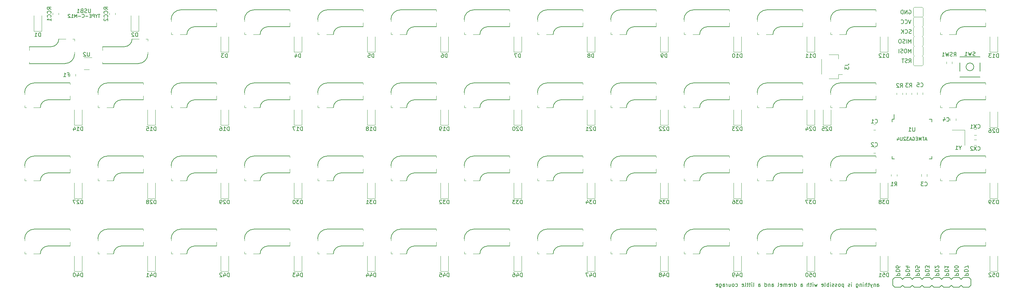
<source format=gbr>
%TF.GenerationSoftware,KiCad,Pcbnew,7.0.1-0*%
%TF.CreationDate,2023-04-12T11:46:53-05:00*%
%TF.ProjectId,pcb,7063622e-6b69-4636-9164-5f7063625858,rev?*%
%TF.SameCoordinates,Original*%
%TF.FileFunction,Legend,Bot*%
%TF.FilePolarity,Positive*%
%FSLAX46Y46*%
G04 Gerber Fmt 4.6, Leading zero omitted, Abs format (unit mm)*
G04 Created by KiCad (PCBNEW 7.0.1-0) date 2023-04-12 11:46:53*
%MOMM*%
%LPD*%
G01*
G04 APERTURE LIST*
%ADD10C,0.150000*%
%ADD11C,0.120000*%
%ADD12C,0.127000*%
G04 APERTURE END LIST*
D10*
X249739289Y-94837619D02*
X249739289Y-94313809D01*
X249739289Y-94313809D02*
X249786908Y-94218571D01*
X249786908Y-94218571D02*
X249882146Y-94170952D01*
X249882146Y-94170952D02*
X250072622Y-94170952D01*
X250072622Y-94170952D02*
X250167860Y-94218571D01*
X249739289Y-94790000D02*
X249834527Y-94837619D01*
X249834527Y-94837619D02*
X250072622Y-94837619D01*
X250072622Y-94837619D02*
X250167860Y-94790000D01*
X250167860Y-94790000D02*
X250215479Y-94694761D01*
X250215479Y-94694761D02*
X250215479Y-94599523D01*
X250215479Y-94599523D02*
X250167860Y-94504285D01*
X250167860Y-94504285D02*
X250072622Y-94456666D01*
X250072622Y-94456666D02*
X249834527Y-94456666D01*
X249834527Y-94456666D02*
X249739289Y-94409047D01*
X249263098Y-94170952D02*
X249263098Y-94837619D01*
X249263098Y-94266190D02*
X249215479Y-94218571D01*
X249215479Y-94218571D02*
X249120241Y-94170952D01*
X249120241Y-94170952D02*
X248977384Y-94170952D01*
X248977384Y-94170952D02*
X248882146Y-94218571D01*
X248882146Y-94218571D02*
X248834527Y-94313809D01*
X248834527Y-94313809D02*
X248834527Y-94837619D01*
X248453574Y-94170952D02*
X248215479Y-94837619D01*
X247977384Y-94170952D02*
X248215479Y-94837619D01*
X248215479Y-94837619D02*
X248310717Y-95075714D01*
X248310717Y-95075714D02*
X248358336Y-95123333D01*
X248358336Y-95123333D02*
X248453574Y-95170952D01*
X247739288Y-94170952D02*
X247358336Y-94170952D01*
X247596431Y-93837619D02*
X247596431Y-94694761D01*
X247596431Y-94694761D02*
X247548812Y-94790000D01*
X247548812Y-94790000D02*
X247453574Y-94837619D01*
X247453574Y-94837619D02*
X247358336Y-94837619D01*
X247025002Y-94837619D02*
X247025002Y-93837619D01*
X246596431Y-94837619D02*
X246596431Y-94313809D01*
X246596431Y-94313809D02*
X246644050Y-94218571D01*
X246644050Y-94218571D02*
X246739288Y-94170952D01*
X246739288Y-94170952D02*
X246882145Y-94170952D01*
X246882145Y-94170952D02*
X246977383Y-94218571D01*
X246977383Y-94218571D02*
X247025002Y-94266190D01*
X246120240Y-94837619D02*
X246120240Y-94170952D01*
X246120240Y-93837619D02*
X246167859Y-93885238D01*
X246167859Y-93885238D02*
X246120240Y-93932857D01*
X246120240Y-93932857D02*
X246072621Y-93885238D01*
X246072621Y-93885238D02*
X246120240Y-93837619D01*
X246120240Y-93837619D02*
X246120240Y-93932857D01*
X245644050Y-94170952D02*
X245644050Y-94837619D01*
X245644050Y-94266190D02*
X245596431Y-94218571D01*
X245596431Y-94218571D02*
X245501193Y-94170952D01*
X245501193Y-94170952D02*
X245358336Y-94170952D01*
X245358336Y-94170952D02*
X245263098Y-94218571D01*
X245263098Y-94218571D02*
X245215479Y-94313809D01*
X245215479Y-94313809D02*
X245215479Y-94837619D01*
X244310717Y-94170952D02*
X244310717Y-94980476D01*
X244310717Y-94980476D02*
X244358336Y-95075714D01*
X244358336Y-95075714D02*
X244405955Y-95123333D01*
X244405955Y-95123333D02*
X244501193Y-95170952D01*
X244501193Y-95170952D02*
X244644050Y-95170952D01*
X244644050Y-95170952D02*
X244739288Y-95123333D01*
X244310717Y-94790000D02*
X244405955Y-94837619D01*
X244405955Y-94837619D02*
X244596431Y-94837619D01*
X244596431Y-94837619D02*
X244691669Y-94790000D01*
X244691669Y-94790000D02*
X244739288Y-94742380D01*
X244739288Y-94742380D02*
X244786907Y-94647142D01*
X244786907Y-94647142D02*
X244786907Y-94361428D01*
X244786907Y-94361428D02*
X244739288Y-94266190D01*
X244739288Y-94266190D02*
X244691669Y-94218571D01*
X244691669Y-94218571D02*
X244596431Y-94170952D01*
X244596431Y-94170952D02*
X244405955Y-94170952D01*
X244405955Y-94170952D02*
X244310717Y-94218571D01*
X243072621Y-94837619D02*
X243072621Y-94170952D01*
X243072621Y-93837619D02*
X243120240Y-93885238D01*
X243120240Y-93885238D02*
X243072621Y-93932857D01*
X243072621Y-93932857D02*
X243025002Y-93885238D01*
X243025002Y-93885238D02*
X243072621Y-93837619D01*
X243072621Y-93837619D02*
X243072621Y-93932857D01*
X242644050Y-94790000D02*
X242548812Y-94837619D01*
X242548812Y-94837619D02*
X242358336Y-94837619D01*
X242358336Y-94837619D02*
X242263098Y-94790000D01*
X242263098Y-94790000D02*
X242215479Y-94694761D01*
X242215479Y-94694761D02*
X242215479Y-94647142D01*
X242215479Y-94647142D02*
X242263098Y-94551904D01*
X242263098Y-94551904D02*
X242358336Y-94504285D01*
X242358336Y-94504285D02*
X242501193Y-94504285D01*
X242501193Y-94504285D02*
X242596431Y-94456666D01*
X242596431Y-94456666D02*
X242644050Y-94361428D01*
X242644050Y-94361428D02*
X242644050Y-94313809D01*
X242644050Y-94313809D02*
X242596431Y-94218571D01*
X242596431Y-94218571D02*
X242501193Y-94170952D01*
X242501193Y-94170952D02*
X242358336Y-94170952D01*
X242358336Y-94170952D02*
X242263098Y-94218571D01*
X241025002Y-94170952D02*
X241025002Y-95170952D01*
X241025002Y-94218571D02*
X240929764Y-94170952D01*
X240929764Y-94170952D02*
X240739288Y-94170952D01*
X240739288Y-94170952D02*
X240644050Y-94218571D01*
X240644050Y-94218571D02*
X240596431Y-94266190D01*
X240596431Y-94266190D02*
X240548812Y-94361428D01*
X240548812Y-94361428D02*
X240548812Y-94647142D01*
X240548812Y-94647142D02*
X240596431Y-94742380D01*
X240596431Y-94742380D02*
X240644050Y-94790000D01*
X240644050Y-94790000D02*
X240739288Y-94837619D01*
X240739288Y-94837619D02*
X240929764Y-94837619D01*
X240929764Y-94837619D02*
X241025002Y-94790000D01*
X239977383Y-94837619D02*
X240072621Y-94790000D01*
X240072621Y-94790000D02*
X240120240Y-94742380D01*
X240120240Y-94742380D02*
X240167859Y-94647142D01*
X240167859Y-94647142D02*
X240167859Y-94361428D01*
X240167859Y-94361428D02*
X240120240Y-94266190D01*
X240120240Y-94266190D02*
X240072621Y-94218571D01*
X240072621Y-94218571D02*
X239977383Y-94170952D01*
X239977383Y-94170952D02*
X239834526Y-94170952D01*
X239834526Y-94170952D02*
X239739288Y-94218571D01*
X239739288Y-94218571D02*
X239691669Y-94266190D01*
X239691669Y-94266190D02*
X239644050Y-94361428D01*
X239644050Y-94361428D02*
X239644050Y-94647142D01*
X239644050Y-94647142D02*
X239691669Y-94742380D01*
X239691669Y-94742380D02*
X239739288Y-94790000D01*
X239739288Y-94790000D02*
X239834526Y-94837619D01*
X239834526Y-94837619D02*
X239977383Y-94837619D01*
X239263097Y-94790000D02*
X239167859Y-94837619D01*
X239167859Y-94837619D02*
X238977383Y-94837619D01*
X238977383Y-94837619D02*
X238882145Y-94790000D01*
X238882145Y-94790000D02*
X238834526Y-94694761D01*
X238834526Y-94694761D02*
X238834526Y-94647142D01*
X238834526Y-94647142D02*
X238882145Y-94551904D01*
X238882145Y-94551904D02*
X238977383Y-94504285D01*
X238977383Y-94504285D02*
X239120240Y-94504285D01*
X239120240Y-94504285D02*
X239215478Y-94456666D01*
X239215478Y-94456666D02*
X239263097Y-94361428D01*
X239263097Y-94361428D02*
X239263097Y-94313809D01*
X239263097Y-94313809D02*
X239215478Y-94218571D01*
X239215478Y-94218571D02*
X239120240Y-94170952D01*
X239120240Y-94170952D02*
X238977383Y-94170952D01*
X238977383Y-94170952D02*
X238882145Y-94218571D01*
X238453573Y-94790000D02*
X238358335Y-94837619D01*
X238358335Y-94837619D02*
X238167859Y-94837619D01*
X238167859Y-94837619D02*
X238072621Y-94790000D01*
X238072621Y-94790000D02*
X238025002Y-94694761D01*
X238025002Y-94694761D02*
X238025002Y-94647142D01*
X238025002Y-94647142D02*
X238072621Y-94551904D01*
X238072621Y-94551904D02*
X238167859Y-94504285D01*
X238167859Y-94504285D02*
X238310716Y-94504285D01*
X238310716Y-94504285D02*
X238405954Y-94456666D01*
X238405954Y-94456666D02*
X238453573Y-94361428D01*
X238453573Y-94361428D02*
X238453573Y-94313809D01*
X238453573Y-94313809D02*
X238405954Y-94218571D01*
X238405954Y-94218571D02*
X238310716Y-94170952D01*
X238310716Y-94170952D02*
X238167859Y-94170952D01*
X238167859Y-94170952D02*
X238072621Y-94218571D01*
X237596430Y-94837619D02*
X237596430Y-94170952D01*
X237596430Y-93837619D02*
X237644049Y-93885238D01*
X237644049Y-93885238D02*
X237596430Y-93932857D01*
X237596430Y-93932857D02*
X237548811Y-93885238D01*
X237548811Y-93885238D02*
X237596430Y-93837619D01*
X237596430Y-93837619D02*
X237596430Y-93932857D01*
X237120240Y-94837619D02*
X237120240Y-93837619D01*
X237120240Y-94218571D02*
X237025002Y-94170952D01*
X237025002Y-94170952D02*
X236834526Y-94170952D01*
X236834526Y-94170952D02*
X236739288Y-94218571D01*
X236739288Y-94218571D02*
X236691669Y-94266190D01*
X236691669Y-94266190D02*
X236644050Y-94361428D01*
X236644050Y-94361428D02*
X236644050Y-94647142D01*
X236644050Y-94647142D02*
X236691669Y-94742380D01*
X236691669Y-94742380D02*
X236739288Y-94790000D01*
X236739288Y-94790000D02*
X236834526Y-94837619D01*
X236834526Y-94837619D02*
X237025002Y-94837619D01*
X237025002Y-94837619D02*
X237120240Y-94790000D01*
X236072621Y-94837619D02*
X236167859Y-94790000D01*
X236167859Y-94790000D02*
X236215478Y-94694761D01*
X236215478Y-94694761D02*
X236215478Y-93837619D01*
X235310716Y-94790000D02*
X235405954Y-94837619D01*
X235405954Y-94837619D02*
X235596430Y-94837619D01*
X235596430Y-94837619D02*
X235691668Y-94790000D01*
X235691668Y-94790000D02*
X235739287Y-94694761D01*
X235739287Y-94694761D02*
X235739287Y-94313809D01*
X235739287Y-94313809D02*
X235691668Y-94218571D01*
X235691668Y-94218571D02*
X235596430Y-94170952D01*
X235596430Y-94170952D02*
X235405954Y-94170952D01*
X235405954Y-94170952D02*
X235310716Y-94218571D01*
X235310716Y-94218571D02*
X235263097Y-94313809D01*
X235263097Y-94313809D02*
X235263097Y-94409047D01*
X235263097Y-94409047D02*
X235739287Y-94504285D01*
X234167858Y-94170952D02*
X233977382Y-94837619D01*
X233977382Y-94837619D02*
X233786906Y-94361428D01*
X233786906Y-94361428D02*
X233596430Y-94837619D01*
X233596430Y-94837619D02*
X233405954Y-94170952D01*
X233025001Y-94837619D02*
X233025001Y-94170952D01*
X233025001Y-93837619D02*
X233072620Y-93885238D01*
X233072620Y-93885238D02*
X233025001Y-93932857D01*
X233025001Y-93932857D02*
X232977382Y-93885238D01*
X232977382Y-93885238D02*
X233025001Y-93837619D01*
X233025001Y-93837619D02*
X233025001Y-93932857D01*
X232691668Y-94170952D02*
X232310716Y-94170952D01*
X232548811Y-93837619D02*
X232548811Y-94694761D01*
X232548811Y-94694761D02*
X232501192Y-94790000D01*
X232501192Y-94790000D02*
X232405954Y-94837619D01*
X232405954Y-94837619D02*
X232310716Y-94837619D01*
X231977382Y-94837619D02*
X231977382Y-93837619D01*
X231548811Y-94837619D02*
X231548811Y-94313809D01*
X231548811Y-94313809D02*
X231596430Y-94218571D01*
X231596430Y-94218571D02*
X231691668Y-94170952D01*
X231691668Y-94170952D02*
X231834525Y-94170952D01*
X231834525Y-94170952D02*
X231929763Y-94218571D01*
X231929763Y-94218571D02*
X231977382Y-94266190D01*
X229882144Y-94837619D02*
X229882144Y-94313809D01*
X229882144Y-94313809D02*
X229929763Y-94218571D01*
X229929763Y-94218571D02*
X230025001Y-94170952D01*
X230025001Y-94170952D02*
X230215477Y-94170952D01*
X230215477Y-94170952D02*
X230310715Y-94218571D01*
X229882144Y-94790000D02*
X229977382Y-94837619D01*
X229977382Y-94837619D02*
X230215477Y-94837619D01*
X230215477Y-94837619D02*
X230310715Y-94790000D01*
X230310715Y-94790000D02*
X230358334Y-94694761D01*
X230358334Y-94694761D02*
X230358334Y-94599523D01*
X230358334Y-94599523D02*
X230310715Y-94504285D01*
X230310715Y-94504285D02*
X230215477Y-94456666D01*
X230215477Y-94456666D02*
X229977382Y-94456666D01*
X229977382Y-94456666D02*
X229882144Y-94409047D01*
X228215477Y-94837619D02*
X228215477Y-93837619D01*
X228215477Y-94790000D02*
X228310715Y-94837619D01*
X228310715Y-94837619D02*
X228501191Y-94837619D01*
X228501191Y-94837619D02*
X228596429Y-94790000D01*
X228596429Y-94790000D02*
X228644048Y-94742380D01*
X228644048Y-94742380D02*
X228691667Y-94647142D01*
X228691667Y-94647142D02*
X228691667Y-94361428D01*
X228691667Y-94361428D02*
X228644048Y-94266190D01*
X228644048Y-94266190D02*
X228596429Y-94218571D01*
X228596429Y-94218571D02*
X228501191Y-94170952D01*
X228501191Y-94170952D02*
X228310715Y-94170952D01*
X228310715Y-94170952D02*
X228215477Y-94218571D01*
X227739286Y-94837619D02*
X227739286Y-94170952D01*
X227739286Y-94361428D02*
X227691667Y-94266190D01*
X227691667Y-94266190D02*
X227644048Y-94218571D01*
X227644048Y-94218571D02*
X227548810Y-94170952D01*
X227548810Y-94170952D02*
X227453572Y-94170952D01*
X226739286Y-94790000D02*
X226834524Y-94837619D01*
X226834524Y-94837619D02*
X227025000Y-94837619D01*
X227025000Y-94837619D02*
X227120238Y-94790000D01*
X227120238Y-94790000D02*
X227167857Y-94694761D01*
X227167857Y-94694761D02*
X227167857Y-94313809D01*
X227167857Y-94313809D02*
X227120238Y-94218571D01*
X227120238Y-94218571D02*
X227025000Y-94170952D01*
X227025000Y-94170952D02*
X226834524Y-94170952D01*
X226834524Y-94170952D02*
X226739286Y-94218571D01*
X226739286Y-94218571D02*
X226691667Y-94313809D01*
X226691667Y-94313809D02*
X226691667Y-94409047D01*
X226691667Y-94409047D02*
X227167857Y-94504285D01*
X226263095Y-94837619D02*
X226263095Y-94170952D01*
X226263095Y-94266190D02*
X226215476Y-94218571D01*
X226215476Y-94218571D02*
X226120238Y-94170952D01*
X226120238Y-94170952D02*
X225977381Y-94170952D01*
X225977381Y-94170952D02*
X225882143Y-94218571D01*
X225882143Y-94218571D02*
X225834524Y-94313809D01*
X225834524Y-94313809D02*
X225834524Y-94837619D01*
X225834524Y-94313809D02*
X225786905Y-94218571D01*
X225786905Y-94218571D02*
X225691667Y-94170952D01*
X225691667Y-94170952D02*
X225548810Y-94170952D01*
X225548810Y-94170952D02*
X225453571Y-94218571D01*
X225453571Y-94218571D02*
X225405952Y-94313809D01*
X225405952Y-94313809D02*
X225405952Y-94837619D01*
X224548810Y-94790000D02*
X224644048Y-94837619D01*
X224644048Y-94837619D02*
X224834524Y-94837619D01*
X224834524Y-94837619D02*
X224929762Y-94790000D01*
X224929762Y-94790000D02*
X224977381Y-94694761D01*
X224977381Y-94694761D02*
X224977381Y-94313809D01*
X224977381Y-94313809D02*
X224929762Y-94218571D01*
X224929762Y-94218571D02*
X224834524Y-94170952D01*
X224834524Y-94170952D02*
X224644048Y-94170952D01*
X224644048Y-94170952D02*
X224548810Y-94218571D01*
X224548810Y-94218571D02*
X224501191Y-94313809D01*
X224501191Y-94313809D02*
X224501191Y-94409047D01*
X224501191Y-94409047D02*
X224977381Y-94504285D01*
X223929762Y-94837619D02*
X224025000Y-94790000D01*
X224025000Y-94790000D02*
X224072619Y-94694761D01*
X224072619Y-94694761D02*
X224072619Y-93837619D01*
X222358333Y-94837619D02*
X222358333Y-94313809D01*
X222358333Y-94313809D02*
X222405952Y-94218571D01*
X222405952Y-94218571D02*
X222501190Y-94170952D01*
X222501190Y-94170952D02*
X222691666Y-94170952D01*
X222691666Y-94170952D02*
X222786904Y-94218571D01*
X222358333Y-94790000D02*
X222453571Y-94837619D01*
X222453571Y-94837619D02*
X222691666Y-94837619D01*
X222691666Y-94837619D02*
X222786904Y-94790000D01*
X222786904Y-94790000D02*
X222834523Y-94694761D01*
X222834523Y-94694761D02*
X222834523Y-94599523D01*
X222834523Y-94599523D02*
X222786904Y-94504285D01*
X222786904Y-94504285D02*
X222691666Y-94456666D01*
X222691666Y-94456666D02*
X222453571Y-94456666D01*
X222453571Y-94456666D02*
X222358333Y-94409047D01*
X221882142Y-94170952D02*
X221882142Y-94837619D01*
X221882142Y-94266190D02*
X221834523Y-94218571D01*
X221834523Y-94218571D02*
X221739285Y-94170952D01*
X221739285Y-94170952D02*
X221596428Y-94170952D01*
X221596428Y-94170952D02*
X221501190Y-94218571D01*
X221501190Y-94218571D02*
X221453571Y-94313809D01*
X221453571Y-94313809D02*
X221453571Y-94837619D01*
X220548809Y-94837619D02*
X220548809Y-93837619D01*
X220548809Y-94790000D02*
X220644047Y-94837619D01*
X220644047Y-94837619D02*
X220834523Y-94837619D01*
X220834523Y-94837619D02*
X220929761Y-94790000D01*
X220929761Y-94790000D02*
X220977380Y-94742380D01*
X220977380Y-94742380D02*
X221024999Y-94647142D01*
X221024999Y-94647142D02*
X221024999Y-94361428D01*
X221024999Y-94361428D02*
X220977380Y-94266190D01*
X220977380Y-94266190D02*
X220929761Y-94218571D01*
X220929761Y-94218571D02*
X220834523Y-94170952D01*
X220834523Y-94170952D02*
X220644047Y-94170952D01*
X220644047Y-94170952D02*
X220548809Y-94218571D01*
X218882142Y-94837619D02*
X218882142Y-94313809D01*
X218882142Y-94313809D02*
X218929761Y-94218571D01*
X218929761Y-94218571D02*
X219024999Y-94170952D01*
X219024999Y-94170952D02*
X219215475Y-94170952D01*
X219215475Y-94170952D02*
X219310713Y-94218571D01*
X218882142Y-94790000D02*
X218977380Y-94837619D01*
X218977380Y-94837619D02*
X219215475Y-94837619D01*
X219215475Y-94837619D02*
X219310713Y-94790000D01*
X219310713Y-94790000D02*
X219358332Y-94694761D01*
X219358332Y-94694761D02*
X219358332Y-94599523D01*
X219358332Y-94599523D02*
X219310713Y-94504285D01*
X219310713Y-94504285D02*
X219215475Y-94456666D01*
X219215475Y-94456666D02*
X218977380Y-94456666D01*
X218977380Y-94456666D02*
X218882142Y-94409047D01*
X217501189Y-94837619D02*
X217596427Y-94790000D01*
X217596427Y-94790000D02*
X217644046Y-94694761D01*
X217644046Y-94694761D02*
X217644046Y-93837619D01*
X217120236Y-94837619D02*
X217120236Y-94170952D01*
X217120236Y-93837619D02*
X217167855Y-93885238D01*
X217167855Y-93885238D02*
X217120236Y-93932857D01*
X217120236Y-93932857D02*
X217072617Y-93885238D01*
X217072617Y-93885238D02*
X217120236Y-93837619D01*
X217120236Y-93837619D02*
X217120236Y-93932857D01*
X216786903Y-94170952D02*
X216405951Y-94170952D01*
X216644046Y-93837619D02*
X216644046Y-94694761D01*
X216644046Y-94694761D02*
X216596427Y-94790000D01*
X216596427Y-94790000D02*
X216501189Y-94837619D01*
X216501189Y-94837619D02*
X216405951Y-94837619D01*
X216215474Y-94170952D02*
X215834522Y-94170952D01*
X216072617Y-93837619D02*
X216072617Y-94694761D01*
X216072617Y-94694761D02*
X216024998Y-94790000D01*
X216024998Y-94790000D02*
X215929760Y-94837619D01*
X215929760Y-94837619D02*
X215834522Y-94837619D01*
X215358331Y-94837619D02*
X215453569Y-94790000D01*
X215453569Y-94790000D02*
X215501188Y-94694761D01*
X215501188Y-94694761D02*
X215501188Y-93837619D01*
X214596426Y-94790000D02*
X214691664Y-94837619D01*
X214691664Y-94837619D02*
X214882140Y-94837619D01*
X214882140Y-94837619D02*
X214977378Y-94790000D01*
X214977378Y-94790000D02*
X215024997Y-94694761D01*
X215024997Y-94694761D02*
X215024997Y-94313809D01*
X215024997Y-94313809D02*
X214977378Y-94218571D01*
X214977378Y-94218571D02*
X214882140Y-94170952D01*
X214882140Y-94170952D02*
X214691664Y-94170952D01*
X214691664Y-94170952D02*
X214596426Y-94218571D01*
X214596426Y-94218571D02*
X214548807Y-94313809D01*
X214548807Y-94313809D02*
X214548807Y-94409047D01*
X214548807Y-94409047D02*
X215024997Y-94504285D01*
X212929759Y-94790000D02*
X213024997Y-94837619D01*
X213024997Y-94837619D02*
X213215473Y-94837619D01*
X213215473Y-94837619D02*
X213310711Y-94790000D01*
X213310711Y-94790000D02*
X213358330Y-94742380D01*
X213358330Y-94742380D02*
X213405949Y-94647142D01*
X213405949Y-94647142D02*
X213405949Y-94361428D01*
X213405949Y-94361428D02*
X213358330Y-94266190D01*
X213358330Y-94266190D02*
X213310711Y-94218571D01*
X213310711Y-94218571D02*
X213215473Y-94170952D01*
X213215473Y-94170952D02*
X213024997Y-94170952D01*
X213024997Y-94170952D02*
X212929759Y-94218571D01*
X212358330Y-94837619D02*
X212453568Y-94790000D01*
X212453568Y-94790000D02*
X212501187Y-94742380D01*
X212501187Y-94742380D02*
X212548806Y-94647142D01*
X212548806Y-94647142D02*
X212548806Y-94361428D01*
X212548806Y-94361428D02*
X212501187Y-94266190D01*
X212501187Y-94266190D02*
X212453568Y-94218571D01*
X212453568Y-94218571D02*
X212358330Y-94170952D01*
X212358330Y-94170952D02*
X212215473Y-94170952D01*
X212215473Y-94170952D02*
X212120235Y-94218571D01*
X212120235Y-94218571D02*
X212072616Y-94266190D01*
X212072616Y-94266190D02*
X212024997Y-94361428D01*
X212024997Y-94361428D02*
X212024997Y-94647142D01*
X212024997Y-94647142D02*
X212072616Y-94742380D01*
X212072616Y-94742380D02*
X212120235Y-94790000D01*
X212120235Y-94790000D02*
X212215473Y-94837619D01*
X212215473Y-94837619D02*
X212358330Y-94837619D01*
X211167854Y-94170952D02*
X211167854Y-94837619D01*
X211596425Y-94170952D02*
X211596425Y-94694761D01*
X211596425Y-94694761D02*
X211548806Y-94790000D01*
X211548806Y-94790000D02*
X211453568Y-94837619D01*
X211453568Y-94837619D02*
X211310711Y-94837619D01*
X211310711Y-94837619D02*
X211215473Y-94790000D01*
X211215473Y-94790000D02*
X211167854Y-94742380D01*
X210691663Y-94837619D02*
X210691663Y-94170952D01*
X210691663Y-94361428D02*
X210644044Y-94266190D01*
X210644044Y-94266190D02*
X210596425Y-94218571D01*
X210596425Y-94218571D02*
X210501187Y-94170952D01*
X210501187Y-94170952D02*
X210405949Y-94170952D01*
X209644044Y-94837619D02*
X209644044Y-94313809D01*
X209644044Y-94313809D02*
X209691663Y-94218571D01*
X209691663Y-94218571D02*
X209786901Y-94170952D01*
X209786901Y-94170952D02*
X209977377Y-94170952D01*
X209977377Y-94170952D02*
X210072615Y-94218571D01*
X209644044Y-94790000D02*
X209739282Y-94837619D01*
X209739282Y-94837619D02*
X209977377Y-94837619D01*
X209977377Y-94837619D02*
X210072615Y-94790000D01*
X210072615Y-94790000D02*
X210120234Y-94694761D01*
X210120234Y-94694761D02*
X210120234Y-94599523D01*
X210120234Y-94599523D02*
X210072615Y-94504285D01*
X210072615Y-94504285D02*
X209977377Y-94456666D01*
X209977377Y-94456666D02*
X209739282Y-94456666D01*
X209739282Y-94456666D02*
X209644044Y-94409047D01*
X208739282Y-94170952D02*
X208739282Y-94980476D01*
X208739282Y-94980476D02*
X208786901Y-95075714D01*
X208786901Y-95075714D02*
X208834520Y-95123333D01*
X208834520Y-95123333D02*
X208929758Y-95170952D01*
X208929758Y-95170952D02*
X209072615Y-95170952D01*
X209072615Y-95170952D02*
X209167853Y-95123333D01*
X208739282Y-94790000D02*
X208834520Y-94837619D01*
X208834520Y-94837619D02*
X209024996Y-94837619D01*
X209024996Y-94837619D02*
X209120234Y-94790000D01*
X209120234Y-94790000D02*
X209167853Y-94742380D01*
X209167853Y-94742380D02*
X209215472Y-94647142D01*
X209215472Y-94647142D02*
X209215472Y-94361428D01*
X209215472Y-94361428D02*
X209167853Y-94266190D01*
X209167853Y-94266190D02*
X209120234Y-94218571D01*
X209120234Y-94218571D02*
X209024996Y-94170952D01*
X209024996Y-94170952D02*
X208834520Y-94170952D01*
X208834520Y-94170952D02*
X208739282Y-94218571D01*
X207882139Y-94790000D02*
X207977377Y-94837619D01*
X207977377Y-94837619D02*
X208167853Y-94837619D01*
X208167853Y-94837619D02*
X208263091Y-94790000D01*
X208263091Y-94790000D02*
X208310710Y-94694761D01*
X208310710Y-94694761D02*
X208310710Y-94313809D01*
X208310710Y-94313809D02*
X208263091Y-94218571D01*
X208263091Y-94218571D02*
X208167853Y-94170952D01*
X208167853Y-94170952D02*
X207977377Y-94170952D01*
X207977377Y-94170952D02*
X207882139Y-94218571D01*
X207882139Y-94218571D02*
X207834520Y-94313809D01*
X207834520Y-94313809D02*
X207834520Y-94409047D01*
X207834520Y-94409047D02*
X208310710Y-94504285D01*
%TO.C,D7*%
X156963094Y-35189619D02*
X156963094Y-34189619D01*
X156963094Y-34189619D02*
X156724999Y-34189619D01*
X156724999Y-34189619D02*
X156582142Y-34237238D01*
X156582142Y-34237238D02*
X156486904Y-34332476D01*
X156486904Y-34332476D02*
X156439285Y-34427714D01*
X156439285Y-34427714D02*
X156391666Y-34618190D01*
X156391666Y-34618190D02*
X156391666Y-34761047D01*
X156391666Y-34761047D02*
X156439285Y-34951523D01*
X156439285Y-34951523D02*
X156486904Y-35046761D01*
X156486904Y-35046761D02*
X156582142Y-35142000D01*
X156582142Y-35142000D02*
X156724999Y-35189619D01*
X156724999Y-35189619D02*
X156963094Y-35189619D01*
X156058332Y-34189619D02*
X155391666Y-34189619D01*
X155391666Y-34189619D02*
X155820237Y-35189619D01*
%TO.C,C4*%
X267816666Y-51717380D02*
X267864285Y-51765000D01*
X267864285Y-51765000D02*
X268007142Y-51812619D01*
X268007142Y-51812619D02*
X268102380Y-51812619D01*
X268102380Y-51812619D02*
X268245237Y-51765000D01*
X268245237Y-51765000D02*
X268340475Y-51669761D01*
X268340475Y-51669761D02*
X268388094Y-51574523D01*
X268388094Y-51574523D02*
X268435713Y-51384047D01*
X268435713Y-51384047D02*
X268435713Y-51241190D01*
X268435713Y-51241190D02*
X268388094Y-51050714D01*
X268388094Y-51050714D02*
X268340475Y-50955476D01*
X268340475Y-50955476D02*
X268245237Y-50860238D01*
X268245237Y-50860238D02*
X268102380Y-50812619D01*
X268102380Y-50812619D02*
X268007142Y-50812619D01*
X268007142Y-50812619D02*
X267864285Y-50860238D01*
X267864285Y-50860238D02*
X267816666Y-50907857D01*
X266959523Y-51145952D02*
X266959523Y-51812619D01*
X267197618Y-50765000D02*
X267435713Y-51479285D01*
X267435713Y-51479285D02*
X266816666Y-51479285D01*
%TO.C,RSW1*%
X269664285Y-34837619D02*
X269997618Y-34361428D01*
X270235713Y-34837619D02*
X270235713Y-33837619D01*
X270235713Y-33837619D02*
X269854761Y-33837619D01*
X269854761Y-33837619D02*
X269759523Y-33885238D01*
X269759523Y-33885238D02*
X269711904Y-33932857D01*
X269711904Y-33932857D02*
X269664285Y-34028095D01*
X269664285Y-34028095D02*
X269664285Y-34170952D01*
X269664285Y-34170952D02*
X269711904Y-34266190D01*
X269711904Y-34266190D02*
X269759523Y-34313809D01*
X269759523Y-34313809D02*
X269854761Y-34361428D01*
X269854761Y-34361428D02*
X270235713Y-34361428D01*
X269283332Y-34790000D02*
X269140475Y-34837619D01*
X269140475Y-34837619D02*
X268902380Y-34837619D01*
X268902380Y-34837619D02*
X268807142Y-34790000D01*
X268807142Y-34790000D02*
X268759523Y-34742380D01*
X268759523Y-34742380D02*
X268711904Y-34647142D01*
X268711904Y-34647142D02*
X268711904Y-34551904D01*
X268711904Y-34551904D02*
X268759523Y-34456666D01*
X268759523Y-34456666D02*
X268807142Y-34409047D01*
X268807142Y-34409047D02*
X268902380Y-34361428D01*
X268902380Y-34361428D02*
X269092856Y-34313809D01*
X269092856Y-34313809D02*
X269188094Y-34266190D01*
X269188094Y-34266190D02*
X269235713Y-34218571D01*
X269235713Y-34218571D02*
X269283332Y-34123333D01*
X269283332Y-34123333D02*
X269283332Y-34028095D01*
X269283332Y-34028095D02*
X269235713Y-33932857D01*
X269235713Y-33932857D02*
X269188094Y-33885238D01*
X269188094Y-33885238D02*
X269092856Y-33837619D01*
X269092856Y-33837619D02*
X268854761Y-33837619D01*
X268854761Y-33837619D02*
X268711904Y-33885238D01*
X268378570Y-33837619D02*
X268140475Y-34837619D01*
X268140475Y-34837619D02*
X267949999Y-34123333D01*
X267949999Y-34123333D02*
X267759523Y-34837619D01*
X267759523Y-34837619D02*
X267521428Y-33837619D01*
X266616666Y-34837619D02*
X267188094Y-34837619D01*
X266902380Y-34837619D02*
X266902380Y-33837619D01*
X266902380Y-33837619D02*
X266997618Y-33980476D01*
X266997618Y-33980476D02*
X267092856Y-34075714D01*
X267092856Y-34075714D02*
X267188094Y-34123333D01*
%TO.C,D8*%
X176013094Y-35189619D02*
X176013094Y-34189619D01*
X176013094Y-34189619D02*
X175774999Y-34189619D01*
X175774999Y-34189619D02*
X175632142Y-34237238D01*
X175632142Y-34237238D02*
X175536904Y-34332476D01*
X175536904Y-34332476D02*
X175489285Y-34427714D01*
X175489285Y-34427714D02*
X175441666Y-34618190D01*
X175441666Y-34618190D02*
X175441666Y-34761047D01*
X175441666Y-34761047D02*
X175489285Y-34951523D01*
X175489285Y-34951523D02*
X175536904Y-35046761D01*
X175536904Y-35046761D02*
X175632142Y-35142000D01*
X175632142Y-35142000D02*
X175774999Y-35189619D01*
X175774999Y-35189619D02*
X176013094Y-35189619D01*
X174870237Y-34618190D02*
X174965475Y-34570571D01*
X174965475Y-34570571D02*
X175013094Y-34522952D01*
X175013094Y-34522952D02*
X175060713Y-34427714D01*
X175060713Y-34427714D02*
X175060713Y-34380095D01*
X175060713Y-34380095D02*
X175013094Y-34284857D01*
X175013094Y-34284857D02*
X174965475Y-34237238D01*
X174965475Y-34237238D02*
X174870237Y-34189619D01*
X174870237Y-34189619D02*
X174679761Y-34189619D01*
X174679761Y-34189619D02*
X174584523Y-34237238D01*
X174584523Y-34237238D02*
X174536904Y-34284857D01*
X174536904Y-34284857D02*
X174489285Y-34380095D01*
X174489285Y-34380095D02*
X174489285Y-34427714D01*
X174489285Y-34427714D02*
X174536904Y-34522952D01*
X174536904Y-34522952D02*
X174584523Y-34570571D01*
X174584523Y-34570571D02*
X174679761Y-34618190D01*
X174679761Y-34618190D02*
X174870237Y-34618190D01*
X174870237Y-34618190D02*
X174965475Y-34665809D01*
X174965475Y-34665809D02*
X175013094Y-34713428D01*
X175013094Y-34713428D02*
X175060713Y-34808666D01*
X175060713Y-34808666D02*
X175060713Y-34999142D01*
X175060713Y-34999142D02*
X175013094Y-35094380D01*
X175013094Y-35094380D02*
X174965475Y-35142000D01*
X174965475Y-35142000D02*
X174870237Y-35189619D01*
X174870237Y-35189619D02*
X174679761Y-35189619D01*
X174679761Y-35189619D02*
X174584523Y-35142000D01*
X174584523Y-35142000D02*
X174536904Y-35094380D01*
X174536904Y-35094380D02*
X174489285Y-34999142D01*
X174489285Y-34999142D02*
X174489285Y-34808666D01*
X174489285Y-34808666D02*
X174536904Y-34713428D01*
X174536904Y-34713428D02*
X174584523Y-34665809D01*
X174584523Y-34665809D02*
X174679761Y-34618190D01*
%TO.C,D14*%
X43139285Y-54239619D02*
X43139285Y-53239619D01*
X43139285Y-53239619D02*
X42901190Y-53239619D01*
X42901190Y-53239619D02*
X42758333Y-53287238D01*
X42758333Y-53287238D02*
X42663095Y-53382476D01*
X42663095Y-53382476D02*
X42615476Y-53477714D01*
X42615476Y-53477714D02*
X42567857Y-53668190D01*
X42567857Y-53668190D02*
X42567857Y-53811047D01*
X42567857Y-53811047D02*
X42615476Y-54001523D01*
X42615476Y-54001523D02*
X42663095Y-54096761D01*
X42663095Y-54096761D02*
X42758333Y-54192000D01*
X42758333Y-54192000D02*
X42901190Y-54239619D01*
X42901190Y-54239619D02*
X43139285Y-54239619D01*
X41615476Y-54239619D02*
X42186904Y-54239619D01*
X41901190Y-54239619D02*
X41901190Y-53239619D01*
X41901190Y-53239619D02*
X41996428Y-53382476D01*
X41996428Y-53382476D02*
X42091666Y-53477714D01*
X42091666Y-53477714D02*
X42186904Y-53525333D01*
X40758333Y-53572952D02*
X40758333Y-54239619D01*
X40996428Y-53192000D02*
X41234523Y-53906285D01*
X41234523Y-53906285D02*
X40615476Y-53906285D01*
%TO.C,D35*%
X195539285Y-73314619D02*
X195539285Y-72314619D01*
X195539285Y-72314619D02*
X195301190Y-72314619D01*
X195301190Y-72314619D02*
X195158333Y-72362238D01*
X195158333Y-72362238D02*
X195063095Y-72457476D01*
X195063095Y-72457476D02*
X195015476Y-72552714D01*
X195015476Y-72552714D02*
X194967857Y-72743190D01*
X194967857Y-72743190D02*
X194967857Y-72886047D01*
X194967857Y-72886047D02*
X195015476Y-73076523D01*
X195015476Y-73076523D02*
X195063095Y-73171761D01*
X195063095Y-73171761D02*
X195158333Y-73267000D01*
X195158333Y-73267000D02*
X195301190Y-73314619D01*
X195301190Y-73314619D02*
X195539285Y-73314619D01*
X194634523Y-72314619D02*
X194015476Y-72314619D01*
X194015476Y-72314619D02*
X194348809Y-72695571D01*
X194348809Y-72695571D02*
X194205952Y-72695571D01*
X194205952Y-72695571D02*
X194110714Y-72743190D01*
X194110714Y-72743190D02*
X194063095Y-72790809D01*
X194063095Y-72790809D02*
X194015476Y-72886047D01*
X194015476Y-72886047D02*
X194015476Y-73124142D01*
X194015476Y-73124142D02*
X194063095Y-73219380D01*
X194063095Y-73219380D02*
X194110714Y-73267000D01*
X194110714Y-73267000D02*
X194205952Y-73314619D01*
X194205952Y-73314619D02*
X194491666Y-73314619D01*
X194491666Y-73314619D02*
X194586904Y-73267000D01*
X194586904Y-73267000D02*
X194634523Y-73219380D01*
X193110714Y-72314619D02*
X193586904Y-72314619D01*
X193586904Y-72314619D02*
X193634523Y-72790809D01*
X193634523Y-72790809D02*
X193586904Y-72743190D01*
X193586904Y-72743190D02*
X193491666Y-72695571D01*
X193491666Y-72695571D02*
X193253571Y-72695571D01*
X193253571Y-72695571D02*
X193158333Y-72743190D01*
X193158333Y-72743190D02*
X193110714Y-72790809D01*
X193110714Y-72790809D02*
X193063095Y-72886047D01*
X193063095Y-72886047D02*
X193063095Y-73124142D01*
X193063095Y-73124142D02*
X193110714Y-73219380D01*
X193110714Y-73219380D02*
X193158333Y-73267000D01*
X193158333Y-73267000D02*
X193253571Y-73314619D01*
X193253571Y-73314619D02*
X193491666Y-73314619D01*
X193491666Y-73314619D02*
X193586904Y-73267000D01*
X193586904Y-73267000D02*
X193634523Y-73219380D01*
%TO.C,D11*%
X233639285Y-35189619D02*
X233639285Y-34189619D01*
X233639285Y-34189619D02*
X233401190Y-34189619D01*
X233401190Y-34189619D02*
X233258333Y-34237238D01*
X233258333Y-34237238D02*
X233163095Y-34332476D01*
X233163095Y-34332476D02*
X233115476Y-34427714D01*
X233115476Y-34427714D02*
X233067857Y-34618190D01*
X233067857Y-34618190D02*
X233067857Y-34761047D01*
X233067857Y-34761047D02*
X233115476Y-34951523D01*
X233115476Y-34951523D02*
X233163095Y-35046761D01*
X233163095Y-35046761D02*
X233258333Y-35142000D01*
X233258333Y-35142000D02*
X233401190Y-35189619D01*
X233401190Y-35189619D02*
X233639285Y-35189619D01*
X232115476Y-35189619D02*
X232686904Y-35189619D01*
X232401190Y-35189619D02*
X232401190Y-34189619D01*
X232401190Y-34189619D02*
X232496428Y-34332476D01*
X232496428Y-34332476D02*
X232591666Y-34427714D01*
X232591666Y-34427714D02*
X232686904Y-34475333D01*
X231163095Y-35189619D02*
X231734523Y-35189619D01*
X231448809Y-35189619D02*
X231448809Y-34189619D01*
X231448809Y-34189619D02*
X231544047Y-34332476D01*
X231544047Y-34332476D02*
X231639285Y-34427714D01*
X231639285Y-34427714D02*
X231734523Y-34475333D01*
%TO.C,F1*%
X39208333Y-39663809D02*
X39541666Y-39663809D01*
X39541666Y-40187619D02*
X39541666Y-39187619D01*
X39541666Y-39187619D02*
X39065476Y-39187619D01*
X38160714Y-40187619D02*
X38732142Y-40187619D01*
X38446428Y-40187619D02*
X38446428Y-39187619D01*
X38446428Y-39187619D02*
X38541666Y-39330476D01*
X38541666Y-39330476D02*
X38636904Y-39425714D01*
X38636904Y-39425714D02*
X38732142Y-39473333D01*
%TO.C,D39*%
X281264285Y-73314619D02*
X281264285Y-72314619D01*
X281264285Y-72314619D02*
X281026190Y-72314619D01*
X281026190Y-72314619D02*
X280883333Y-72362238D01*
X280883333Y-72362238D02*
X280788095Y-72457476D01*
X280788095Y-72457476D02*
X280740476Y-72552714D01*
X280740476Y-72552714D02*
X280692857Y-72743190D01*
X280692857Y-72743190D02*
X280692857Y-72886047D01*
X280692857Y-72886047D02*
X280740476Y-73076523D01*
X280740476Y-73076523D02*
X280788095Y-73171761D01*
X280788095Y-73171761D02*
X280883333Y-73267000D01*
X280883333Y-73267000D02*
X281026190Y-73314619D01*
X281026190Y-73314619D02*
X281264285Y-73314619D01*
X280359523Y-72314619D02*
X279740476Y-72314619D01*
X279740476Y-72314619D02*
X280073809Y-72695571D01*
X280073809Y-72695571D02*
X279930952Y-72695571D01*
X279930952Y-72695571D02*
X279835714Y-72743190D01*
X279835714Y-72743190D02*
X279788095Y-72790809D01*
X279788095Y-72790809D02*
X279740476Y-72886047D01*
X279740476Y-72886047D02*
X279740476Y-73124142D01*
X279740476Y-73124142D02*
X279788095Y-73219380D01*
X279788095Y-73219380D02*
X279835714Y-73267000D01*
X279835714Y-73267000D02*
X279930952Y-73314619D01*
X279930952Y-73314619D02*
X280216666Y-73314619D01*
X280216666Y-73314619D02*
X280311904Y-73267000D01*
X280311904Y-73267000D02*
X280359523Y-73219380D01*
X279264285Y-73314619D02*
X279073809Y-73314619D01*
X279073809Y-73314619D02*
X278978571Y-73267000D01*
X278978571Y-73267000D02*
X278930952Y-73219380D01*
X278930952Y-73219380D02*
X278835714Y-73076523D01*
X278835714Y-73076523D02*
X278788095Y-72886047D01*
X278788095Y-72886047D02*
X278788095Y-72505095D01*
X278788095Y-72505095D02*
X278835714Y-72409857D01*
X278835714Y-72409857D02*
X278883333Y-72362238D01*
X278883333Y-72362238D02*
X278978571Y-72314619D01*
X278978571Y-72314619D02*
X279169047Y-72314619D01*
X279169047Y-72314619D02*
X279264285Y-72362238D01*
X279264285Y-72362238D02*
X279311904Y-72409857D01*
X279311904Y-72409857D02*
X279359523Y-72505095D01*
X279359523Y-72505095D02*
X279359523Y-72743190D01*
X279359523Y-72743190D02*
X279311904Y-72838428D01*
X279311904Y-72838428D02*
X279264285Y-72886047D01*
X279264285Y-72886047D02*
X279169047Y-72933666D01*
X279169047Y-72933666D02*
X278978571Y-72933666D01*
X278978571Y-72933666D02*
X278883333Y-72886047D01*
X278883333Y-72886047D02*
X278835714Y-72838428D01*
X278835714Y-72838428D02*
X278788095Y-72743190D01*
%TO.C,D46*%
X157439285Y-92314619D02*
X157439285Y-91314619D01*
X157439285Y-91314619D02*
X157201190Y-91314619D01*
X157201190Y-91314619D02*
X157058333Y-91362238D01*
X157058333Y-91362238D02*
X156963095Y-91457476D01*
X156963095Y-91457476D02*
X156915476Y-91552714D01*
X156915476Y-91552714D02*
X156867857Y-91743190D01*
X156867857Y-91743190D02*
X156867857Y-91886047D01*
X156867857Y-91886047D02*
X156915476Y-92076523D01*
X156915476Y-92076523D02*
X156963095Y-92171761D01*
X156963095Y-92171761D02*
X157058333Y-92267000D01*
X157058333Y-92267000D02*
X157201190Y-92314619D01*
X157201190Y-92314619D02*
X157439285Y-92314619D01*
X156010714Y-91647952D02*
X156010714Y-92314619D01*
X156248809Y-91267000D02*
X156486904Y-91981285D01*
X156486904Y-91981285D02*
X155867857Y-91981285D01*
X155058333Y-91314619D02*
X155248809Y-91314619D01*
X155248809Y-91314619D02*
X155344047Y-91362238D01*
X155344047Y-91362238D02*
X155391666Y-91409857D01*
X155391666Y-91409857D02*
X155486904Y-91552714D01*
X155486904Y-91552714D02*
X155534523Y-91743190D01*
X155534523Y-91743190D02*
X155534523Y-92124142D01*
X155534523Y-92124142D02*
X155486904Y-92219380D01*
X155486904Y-92219380D02*
X155439285Y-92267000D01*
X155439285Y-92267000D02*
X155344047Y-92314619D01*
X155344047Y-92314619D02*
X155153571Y-92314619D01*
X155153571Y-92314619D02*
X155058333Y-92267000D01*
X155058333Y-92267000D02*
X155010714Y-92219380D01*
X155010714Y-92219380D02*
X154963095Y-92124142D01*
X154963095Y-92124142D02*
X154963095Y-91886047D01*
X154963095Y-91886047D02*
X155010714Y-91790809D01*
X155010714Y-91790809D02*
X155058333Y-91743190D01*
X155058333Y-91743190D02*
X155153571Y-91695571D01*
X155153571Y-91695571D02*
X155344047Y-91695571D01*
X155344047Y-91695571D02*
X155439285Y-91743190D01*
X155439285Y-91743190D02*
X155486904Y-91790809D01*
X155486904Y-91790809D02*
X155534523Y-91886047D01*
%TO.C,D40*%
X43139285Y-92314619D02*
X43139285Y-91314619D01*
X43139285Y-91314619D02*
X42901190Y-91314619D01*
X42901190Y-91314619D02*
X42758333Y-91362238D01*
X42758333Y-91362238D02*
X42663095Y-91457476D01*
X42663095Y-91457476D02*
X42615476Y-91552714D01*
X42615476Y-91552714D02*
X42567857Y-91743190D01*
X42567857Y-91743190D02*
X42567857Y-91886047D01*
X42567857Y-91886047D02*
X42615476Y-92076523D01*
X42615476Y-92076523D02*
X42663095Y-92171761D01*
X42663095Y-92171761D02*
X42758333Y-92267000D01*
X42758333Y-92267000D02*
X42901190Y-92314619D01*
X42901190Y-92314619D02*
X43139285Y-92314619D01*
X41710714Y-91647952D02*
X41710714Y-92314619D01*
X41948809Y-91267000D02*
X42186904Y-91981285D01*
X42186904Y-91981285D02*
X41567857Y-91981285D01*
X40996428Y-91314619D02*
X40901190Y-91314619D01*
X40901190Y-91314619D02*
X40805952Y-91362238D01*
X40805952Y-91362238D02*
X40758333Y-91409857D01*
X40758333Y-91409857D02*
X40710714Y-91505095D01*
X40710714Y-91505095D02*
X40663095Y-91695571D01*
X40663095Y-91695571D02*
X40663095Y-91933666D01*
X40663095Y-91933666D02*
X40710714Y-92124142D01*
X40710714Y-92124142D02*
X40758333Y-92219380D01*
X40758333Y-92219380D02*
X40805952Y-92267000D01*
X40805952Y-92267000D02*
X40901190Y-92314619D01*
X40901190Y-92314619D02*
X40996428Y-92314619D01*
X40996428Y-92314619D02*
X41091666Y-92267000D01*
X41091666Y-92267000D02*
X41139285Y-92219380D01*
X41139285Y-92219380D02*
X41186904Y-92124142D01*
X41186904Y-92124142D02*
X41234523Y-91933666D01*
X41234523Y-91933666D02*
X41234523Y-91695571D01*
X41234523Y-91695571D02*
X41186904Y-91505095D01*
X41186904Y-91505095D02*
X41139285Y-91409857D01*
X41139285Y-91409857D02*
X41091666Y-91362238D01*
X41091666Y-91362238D02*
X40996428Y-91314619D01*
%TO.C,CX1*%
X275892857Y-53517380D02*
X275940476Y-53565000D01*
X275940476Y-53565000D02*
X276083333Y-53612619D01*
X276083333Y-53612619D02*
X276178571Y-53612619D01*
X276178571Y-53612619D02*
X276321428Y-53565000D01*
X276321428Y-53565000D02*
X276416666Y-53469761D01*
X276416666Y-53469761D02*
X276464285Y-53374523D01*
X276464285Y-53374523D02*
X276511904Y-53184047D01*
X276511904Y-53184047D02*
X276511904Y-53041190D01*
X276511904Y-53041190D02*
X276464285Y-52850714D01*
X276464285Y-52850714D02*
X276416666Y-52755476D01*
X276416666Y-52755476D02*
X276321428Y-52660238D01*
X276321428Y-52660238D02*
X276178571Y-52612619D01*
X276178571Y-52612619D02*
X276083333Y-52612619D01*
X276083333Y-52612619D02*
X275940476Y-52660238D01*
X275940476Y-52660238D02*
X275892857Y-52707857D01*
X275559523Y-52612619D02*
X274892857Y-53612619D01*
X274892857Y-52612619D02*
X275559523Y-53612619D01*
X273988095Y-53612619D02*
X274559523Y-53612619D01*
X274273809Y-53612619D02*
X274273809Y-52612619D01*
X274273809Y-52612619D02*
X274369047Y-52755476D01*
X274369047Y-52755476D02*
X274464285Y-52850714D01*
X274464285Y-52850714D02*
X274559523Y-52898333D01*
%TO.C,C1*%
X249191666Y-52192380D02*
X249239285Y-52240000D01*
X249239285Y-52240000D02*
X249382142Y-52287619D01*
X249382142Y-52287619D02*
X249477380Y-52287619D01*
X249477380Y-52287619D02*
X249620237Y-52240000D01*
X249620237Y-52240000D02*
X249715475Y-52144761D01*
X249715475Y-52144761D02*
X249763094Y-52049523D01*
X249763094Y-52049523D02*
X249810713Y-51859047D01*
X249810713Y-51859047D02*
X249810713Y-51716190D01*
X249810713Y-51716190D02*
X249763094Y-51525714D01*
X249763094Y-51525714D02*
X249715475Y-51430476D01*
X249715475Y-51430476D02*
X249620237Y-51335238D01*
X249620237Y-51335238D02*
X249477380Y-51287619D01*
X249477380Y-51287619D02*
X249382142Y-51287619D01*
X249382142Y-51287619D02*
X249239285Y-51335238D01*
X249239285Y-51335238D02*
X249191666Y-51382857D01*
X248239285Y-52287619D02*
X248810713Y-52287619D01*
X248524999Y-52287619D02*
X248524999Y-51287619D01*
X248524999Y-51287619D02*
X248620237Y-51430476D01*
X248620237Y-51430476D02*
X248715475Y-51525714D01*
X248715475Y-51525714D02*
X248810713Y-51573333D01*
%TO.C,USB1*%
X45195943Y-22526704D02*
X45195943Y-23336227D01*
X45195943Y-23336227D02*
X45148324Y-23431465D01*
X45148324Y-23431465D02*
X45100705Y-23479085D01*
X45100705Y-23479085D02*
X45005467Y-23526704D01*
X45005467Y-23526704D02*
X44814991Y-23526704D01*
X44814991Y-23526704D02*
X44719753Y-23479085D01*
X44719753Y-23479085D02*
X44672134Y-23431465D01*
X44672134Y-23431465D02*
X44624515Y-23336227D01*
X44624515Y-23336227D02*
X44624515Y-22526704D01*
X44195943Y-23479085D02*
X44053086Y-23526704D01*
X44053086Y-23526704D02*
X43814991Y-23526704D01*
X43814991Y-23526704D02*
X43719753Y-23479085D01*
X43719753Y-23479085D02*
X43672134Y-23431465D01*
X43672134Y-23431465D02*
X43624515Y-23336227D01*
X43624515Y-23336227D02*
X43624515Y-23240989D01*
X43624515Y-23240989D02*
X43672134Y-23145751D01*
X43672134Y-23145751D02*
X43719753Y-23098132D01*
X43719753Y-23098132D02*
X43814991Y-23050513D01*
X43814991Y-23050513D02*
X44005467Y-23002894D01*
X44005467Y-23002894D02*
X44100705Y-22955275D01*
X44100705Y-22955275D02*
X44148324Y-22907656D01*
X44148324Y-22907656D02*
X44195943Y-22812418D01*
X44195943Y-22812418D02*
X44195943Y-22717180D01*
X44195943Y-22717180D02*
X44148324Y-22621942D01*
X44148324Y-22621942D02*
X44100705Y-22574323D01*
X44100705Y-22574323D02*
X44005467Y-22526704D01*
X44005467Y-22526704D02*
X43767372Y-22526704D01*
X43767372Y-22526704D02*
X43624515Y-22574323D01*
X42862610Y-23002894D02*
X42719753Y-23050513D01*
X42719753Y-23050513D02*
X42672134Y-23098132D01*
X42672134Y-23098132D02*
X42624515Y-23193370D01*
X42624515Y-23193370D02*
X42624515Y-23336227D01*
X42624515Y-23336227D02*
X42672134Y-23431465D01*
X42672134Y-23431465D02*
X42719753Y-23479085D01*
X42719753Y-23479085D02*
X42814991Y-23526704D01*
X42814991Y-23526704D02*
X43195943Y-23526704D01*
X43195943Y-23526704D02*
X43195943Y-22526704D01*
X43195943Y-22526704D02*
X42862610Y-22526704D01*
X42862610Y-22526704D02*
X42767372Y-22574323D01*
X42767372Y-22574323D02*
X42719753Y-22621942D01*
X42719753Y-22621942D02*
X42672134Y-22717180D01*
X42672134Y-22717180D02*
X42672134Y-22812418D01*
X42672134Y-22812418D02*
X42719753Y-22907656D01*
X42719753Y-22907656D02*
X42767372Y-22955275D01*
X42767372Y-22955275D02*
X42862610Y-23002894D01*
X42862610Y-23002894D02*
X43195943Y-23002894D01*
X41672134Y-23526704D02*
X42243562Y-23526704D01*
X41957848Y-23526704D02*
X41957848Y-22526704D01*
X41957848Y-22526704D02*
X42053086Y-22669561D01*
X42053086Y-22669561D02*
X42148324Y-22764799D01*
X42148324Y-22764799D02*
X42243562Y-22812418D01*
X47647134Y-23907312D02*
X47161420Y-23907312D01*
X47404277Y-24757312D02*
X47404277Y-23907312D01*
X46716182Y-24352550D02*
X46716182Y-24757312D01*
X46999515Y-23907312D02*
X46716182Y-24352550D01*
X46716182Y-24352550D02*
X46432848Y-23907312D01*
X46149516Y-24757312D02*
X46149516Y-23907312D01*
X46149516Y-23907312D02*
X45825706Y-23907312D01*
X45825706Y-23907312D02*
X45744754Y-23947788D01*
X45744754Y-23947788D02*
X45704277Y-23988264D01*
X45704277Y-23988264D02*
X45663801Y-24069216D01*
X45663801Y-24069216D02*
X45663801Y-24190645D01*
X45663801Y-24190645D02*
X45704277Y-24271597D01*
X45704277Y-24271597D02*
X45744754Y-24312074D01*
X45744754Y-24312074D02*
X45825706Y-24352550D01*
X45825706Y-24352550D02*
X46149516Y-24352550D01*
X45299516Y-24312074D02*
X45016182Y-24312074D01*
X44894754Y-24757312D02*
X45299516Y-24757312D01*
X45299516Y-24757312D02*
X45299516Y-23907312D01*
X45299516Y-23907312D02*
X44894754Y-23907312D01*
X44530468Y-24433502D02*
X43882849Y-24433502D01*
X42992372Y-24676359D02*
X43032848Y-24716836D01*
X43032848Y-24716836D02*
X43154277Y-24757312D01*
X43154277Y-24757312D02*
X43235229Y-24757312D01*
X43235229Y-24757312D02*
X43356658Y-24716836D01*
X43356658Y-24716836D02*
X43437610Y-24635883D01*
X43437610Y-24635883D02*
X43478087Y-24554931D01*
X43478087Y-24554931D02*
X43518563Y-24393026D01*
X43518563Y-24393026D02*
X43518563Y-24271597D01*
X43518563Y-24271597D02*
X43478087Y-24109693D01*
X43478087Y-24109693D02*
X43437610Y-24028740D01*
X43437610Y-24028740D02*
X43356658Y-23947788D01*
X43356658Y-23947788D02*
X43235229Y-23907312D01*
X43235229Y-23907312D02*
X43154277Y-23907312D01*
X43154277Y-23907312D02*
X43032848Y-23947788D01*
X43032848Y-23947788D02*
X42992372Y-23988264D01*
X42628087Y-24433502D02*
X41980468Y-24433502D01*
X41575706Y-24757312D02*
X41575706Y-23907312D01*
X41575706Y-23907312D02*
X41292372Y-24514455D01*
X41292372Y-24514455D02*
X41009039Y-23907312D01*
X41009039Y-23907312D02*
X41009039Y-24757312D01*
X40159038Y-24757312D02*
X40644753Y-24757312D01*
X40401896Y-24757312D02*
X40401896Y-23907312D01*
X40401896Y-23907312D02*
X40482848Y-24028740D01*
X40482848Y-24028740D02*
X40563800Y-24109693D01*
X40563800Y-24109693D02*
X40644753Y-24150169D01*
X39835229Y-23988264D02*
X39794753Y-23947788D01*
X39794753Y-23947788D02*
X39713800Y-23907312D01*
X39713800Y-23907312D02*
X39511419Y-23907312D01*
X39511419Y-23907312D02*
X39430467Y-23947788D01*
X39430467Y-23947788D02*
X39389991Y-23988264D01*
X39389991Y-23988264D02*
X39349514Y-24069216D01*
X39349514Y-24069216D02*
X39349514Y-24150169D01*
X39349514Y-24150169D02*
X39389991Y-24271597D01*
X39389991Y-24271597D02*
X39875705Y-24757312D01*
X39875705Y-24757312D02*
X39349514Y-24757312D01*
%TO.C,D4*%
X99813094Y-35189619D02*
X99813094Y-34189619D01*
X99813094Y-34189619D02*
X99574999Y-34189619D01*
X99574999Y-34189619D02*
X99432142Y-34237238D01*
X99432142Y-34237238D02*
X99336904Y-34332476D01*
X99336904Y-34332476D02*
X99289285Y-34427714D01*
X99289285Y-34427714D02*
X99241666Y-34618190D01*
X99241666Y-34618190D02*
X99241666Y-34761047D01*
X99241666Y-34761047D02*
X99289285Y-34951523D01*
X99289285Y-34951523D02*
X99336904Y-35046761D01*
X99336904Y-35046761D02*
X99432142Y-35142000D01*
X99432142Y-35142000D02*
X99574999Y-35189619D01*
X99574999Y-35189619D02*
X99813094Y-35189619D01*
X98384523Y-34522952D02*
X98384523Y-35189619D01*
X98622618Y-34142000D02*
X98860713Y-34856285D01*
X98860713Y-34856285D02*
X98241666Y-34856285D01*
%TO.C,Y1*%
X271326190Y-58711428D02*
X271326190Y-59187619D01*
X271659523Y-58187619D02*
X271326190Y-58711428D01*
X271326190Y-58711428D02*
X270992857Y-58187619D01*
X270135714Y-59187619D02*
X270707142Y-59187619D01*
X270421428Y-59187619D02*
X270421428Y-58187619D01*
X270421428Y-58187619D02*
X270516666Y-58330476D01*
X270516666Y-58330476D02*
X270611904Y-58425714D01*
X270611904Y-58425714D02*
X270707142Y-58473333D01*
%TO.C,C2*%
X249191666Y-58267380D02*
X249239285Y-58315000D01*
X249239285Y-58315000D02*
X249382142Y-58362619D01*
X249382142Y-58362619D02*
X249477380Y-58362619D01*
X249477380Y-58362619D02*
X249620237Y-58315000D01*
X249620237Y-58315000D02*
X249715475Y-58219761D01*
X249715475Y-58219761D02*
X249763094Y-58124523D01*
X249763094Y-58124523D02*
X249810713Y-57934047D01*
X249810713Y-57934047D02*
X249810713Y-57791190D01*
X249810713Y-57791190D02*
X249763094Y-57600714D01*
X249763094Y-57600714D02*
X249715475Y-57505476D01*
X249715475Y-57505476D02*
X249620237Y-57410238D01*
X249620237Y-57410238D02*
X249477380Y-57362619D01*
X249477380Y-57362619D02*
X249382142Y-57362619D01*
X249382142Y-57362619D02*
X249239285Y-57410238D01*
X249239285Y-57410238D02*
X249191666Y-57457857D01*
X248810713Y-57457857D02*
X248763094Y-57410238D01*
X248763094Y-57410238D02*
X248667856Y-57362619D01*
X248667856Y-57362619D02*
X248429761Y-57362619D01*
X248429761Y-57362619D02*
X248334523Y-57410238D01*
X248334523Y-57410238D02*
X248286904Y-57457857D01*
X248286904Y-57457857D02*
X248239285Y-57553095D01*
X248239285Y-57553095D02*
X248239285Y-57648333D01*
X248239285Y-57648333D02*
X248286904Y-57791190D01*
X248286904Y-57791190D02*
X248858332Y-58362619D01*
X248858332Y-58362619D02*
X248239285Y-58362619D01*
%TO.C,D29*%
X81239285Y-73314619D02*
X81239285Y-72314619D01*
X81239285Y-72314619D02*
X81001190Y-72314619D01*
X81001190Y-72314619D02*
X80858333Y-72362238D01*
X80858333Y-72362238D02*
X80763095Y-72457476D01*
X80763095Y-72457476D02*
X80715476Y-72552714D01*
X80715476Y-72552714D02*
X80667857Y-72743190D01*
X80667857Y-72743190D02*
X80667857Y-72886047D01*
X80667857Y-72886047D02*
X80715476Y-73076523D01*
X80715476Y-73076523D02*
X80763095Y-73171761D01*
X80763095Y-73171761D02*
X80858333Y-73267000D01*
X80858333Y-73267000D02*
X81001190Y-73314619D01*
X81001190Y-73314619D02*
X81239285Y-73314619D01*
X80286904Y-72409857D02*
X80239285Y-72362238D01*
X80239285Y-72362238D02*
X80144047Y-72314619D01*
X80144047Y-72314619D02*
X79905952Y-72314619D01*
X79905952Y-72314619D02*
X79810714Y-72362238D01*
X79810714Y-72362238D02*
X79763095Y-72409857D01*
X79763095Y-72409857D02*
X79715476Y-72505095D01*
X79715476Y-72505095D02*
X79715476Y-72600333D01*
X79715476Y-72600333D02*
X79763095Y-72743190D01*
X79763095Y-72743190D02*
X80334523Y-73314619D01*
X80334523Y-73314619D02*
X79715476Y-73314619D01*
X79239285Y-73314619D02*
X79048809Y-73314619D01*
X79048809Y-73314619D02*
X78953571Y-73267000D01*
X78953571Y-73267000D02*
X78905952Y-73219380D01*
X78905952Y-73219380D02*
X78810714Y-73076523D01*
X78810714Y-73076523D02*
X78763095Y-72886047D01*
X78763095Y-72886047D02*
X78763095Y-72505095D01*
X78763095Y-72505095D02*
X78810714Y-72409857D01*
X78810714Y-72409857D02*
X78858333Y-72362238D01*
X78858333Y-72362238D02*
X78953571Y-72314619D01*
X78953571Y-72314619D02*
X79144047Y-72314619D01*
X79144047Y-72314619D02*
X79239285Y-72362238D01*
X79239285Y-72362238D02*
X79286904Y-72409857D01*
X79286904Y-72409857D02*
X79334523Y-72505095D01*
X79334523Y-72505095D02*
X79334523Y-72743190D01*
X79334523Y-72743190D02*
X79286904Y-72838428D01*
X79286904Y-72838428D02*
X79239285Y-72886047D01*
X79239285Y-72886047D02*
X79144047Y-72933666D01*
X79144047Y-72933666D02*
X78953571Y-72933666D01*
X78953571Y-72933666D02*
X78858333Y-72886047D01*
X78858333Y-72886047D02*
X78810714Y-72838428D01*
X78810714Y-72838428D02*
X78763095Y-72743190D01*
%TO.C,D24*%
X233639285Y-54239619D02*
X233639285Y-53239619D01*
X233639285Y-53239619D02*
X233401190Y-53239619D01*
X233401190Y-53239619D02*
X233258333Y-53287238D01*
X233258333Y-53287238D02*
X233163095Y-53382476D01*
X233163095Y-53382476D02*
X233115476Y-53477714D01*
X233115476Y-53477714D02*
X233067857Y-53668190D01*
X233067857Y-53668190D02*
X233067857Y-53811047D01*
X233067857Y-53811047D02*
X233115476Y-54001523D01*
X233115476Y-54001523D02*
X233163095Y-54096761D01*
X233163095Y-54096761D02*
X233258333Y-54192000D01*
X233258333Y-54192000D02*
X233401190Y-54239619D01*
X233401190Y-54239619D02*
X233639285Y-54239619D01*
X232686904Y-53334857D02*
X232639285Y-53287238D01*
X232639285Y-53287238D02*
X232544047Y-53239619D01*
X232544047Y-53239619D02*
X232305952Y-53239619D01*
X232305952Y-53239619D02*
X232210714Y-53287238D01*
X232210714Y-53287238D02*
X232163095Y-53334857D01*
X232163095Y-53334857D02*
X232115476Y-53430095D01*
X232115476Y-53430095D02*
X232115476Y-53525333D01*
X232115476Y-53525333D02*
X232163095Y-53668190D01*
X232163095Y-53668190D02*
X232734523Y-54239619D01*
X232734523Y-54239619D02*
X232115476Y-54239619D01*
X231258333Y-53572952D02*
X231258333Y-54239619D01*
X231496428Y-53192000D02*
X231734523Y-53906285D01*
X231734523Y-53906285D02*
X231115476Y-53906285D01*
%TO.C,D31*%
X119339285Y-73314619D02*
X119339285Y-72314619D01*
X119339285Y-72314619D02*
X119101190Y-72314619D01*
X119101190Y-72314619D02*
X118958333Y-72362238D01*
X118958333Y-72362238D02*
X118863095Y-72457476D01*
X118863095Y-72457476D02*
X118815476Y-72552714D01*
X118815476Y-72552714D02*
X118767857Y-72743190D01*
X118767857Y-72743190D02*
X118767857Y-72886047D01*
X118767857Y-72886047D02*
X118815476Y-73076523D01*
X118815476Y-73076523D02*
X118863095Y-73171761D01*
X118863095Y-73171761D02*
X118958333Y-73267000D01*
X118958333Y-73267000D02*
X119101190Y-73314619D01*
X119101190Y-73314619D02*
X119339285Y-73314619D01*
X118434523Y-72314619D02*
X117815476Y-72314619D01*
X117815476Y-72314619D02*
X118148809Y-72695571D01*
X118148809Y-72695571D02*
X118005952Y-72695571D01*
X118005952Y-72695571D02*
X117910714Y-72743190D01*
X117910714Y-72743190D02*
X117863095Y-72790809D01*
X117863095Y-72790809D02*
X117815476Y-72886047D01*
X117815476Y-72886047D02*
X117815476Y-73124142D01*
X117815476Y-73124142D02*
X117863095Y-73219380D01*
X117863095Y-73219380D02*
X117910714Y-73267000D01*
X117910714Y-73267000D02*
X118005952Y-73314619D01*
X118005952Y-73314619D02*
X118291666Y-73314619D01*
X118291666Y-73314619D02*
X118386904Y-73267000D01*
X118386904Y-73267000D02*
X118434523Y-73219380D01*
X116863095Y-73314619D02*
X117434523Y-73314619D01*
X117148809Y-73314619D02*
X117148809Y-72314619D01*
X117148809Y-72314619D02*
X117244047Y-72457476D01*
X117244047Y-72457476D02*
X117339285Y-72552714D01*
X117339285Y-72552714D02*
X117434523Y-72600333D01*
%TO.C,D45*%
X138389285Y-92314619D02*
X138389285Y-91314619D01*
X138389285Y-91314619D02*
X138151190Y-91314619D01*
X138151190Y-91314619D02*
X138008333Y-91362238D01*
X138008333Y-91362238D02*
X137913095Y-91457476D01*
X137913095Y-91457476D02*
X137865476Y-91552714D01*
X137865476Y-91552714D02*
X137817857Y-91743190D01*
X137817857Y-91743190D02*
X137817857Y-91886047D01*
X137817857Y-91886047D02*
X137865476Y-92076523D01*
X137865476Y-92076523D02*
X137913095Y-92171761D01*
X137913095Y-92171761D02*
X138008333Y-92267000D01*
X138008333Y-92267000D02*
X138151190Y-92314619D01*
X138151190Y-92314619D02*
X138389285Y-92314619D01*
X136960714Y-91647952D02*
X136960714Y-92314619D01*
X137198809Y-91267000D02*
X137436904Y-91981285D01*
X137436904Y-91981285D02*
X136817857Y-91981285D01*
X135960714Y-91314619D02*
X136436904Y-91314619D01*
X136436904Y-91314619D02*
X136484523Y-91790809D01*
X136484523Y-91790809D02*
X136436904Y-91743190D01*
X136436904Y-91743190D02*
X136341666Y-91695571D01*
X136341666Y-91695571D02*
X136103571Y-91695571D01*
X136103571Y-91695571D02*
X136008333Y-91743190D01*
X136008333Y-91743190D02*
X135960714Y-91790809D01*
X135960714Y-91790809D02*
X135913095Y-91886047D01*
X135913095Y-91886047D02*
X135913095Y-92124142D01*
X135913095Y-92124142D02*
X135960714Y-92219380D01*
X135960714Y-92219380D02*
X136008333Y-92267000D01*
X136008333Y-92267000D02*
X136103571Y-92314619D01*
X136103571Y-92314619D02*
X136341666Y-92314619D01*
X136341666Y-92314619D02*
X136436904Y-92267000D01*
X136436904Y-92267000D02*
X136484523Y-92219380D01*
%TO.C,D16*%
X81239285Y-54239619D02*
X81239285Y-53239619D01*
X81239285Y-53239619D02*
X81001190Y-53239619D01*
X81001190Y-53239619D02*
X80858333Y-53287238D01*
X80858333Y-53287238D02*
X80763095Y-53382476D01*
X80763095Y-53382476D02*
X80715476Y-53477714D01*
X80715476Y-53477714D02*
X80667857Y-53668190D01*
X80667857Y-53668190D02*
X80667857Y-53811047D01*
X80667857Y-53811047D02*
X80715476Y-54001523D01*
X80715476Y-54001523D02*
X80763095Y-54096761D01*
X80763095Y-54096761D02*
X80858333Y-54192000D01*
X80858333Y-54192000D02*
X81001190Y-54239619D01*
X81001190Y-54239619D02*
X81239285Y-54239619D01*
X79715476Y-54239619D02*
X80286904Y-54239619D01*
X80001190Y-54239619D02*
X80001190Y-53239619D01*
X80001190Y-53239619D02*
X80096428Y-53382476D01*
X80096428Y-53382476D02*
X80191666Y-53477714D01*
X80191666Y-53477714D02*
X80286904Y-53525333D01*
X78858333Y-53239619D02*
X79048809Y-53239619D01*
X79048809Y-53239619D02*
X79144047Y-53287238D01*
X79144047Y-53287238D02*
X79191666Y-53334857D01*
X79191666Y-53334857D02*
X79286904Y-53477714D01*
X79286904Y-53477714D02*
X79334523Y-53668190D01*
X79334523Y-53668190D02*
X79334523Y-54049142D01*
X79334523Y-54049142D02*
X79286904Y-54144380D01*
X79286904Y-54144380D02*
X79239285Y-54192000D01*
X79239285Y-54192000D02*
X79144047Y-54239619D01*
X79144047Y-54239619D02*
X78953571Y-54239619D01*
X78953571Y-54239619D02*
X78858333Y-54192000D01*
X78858333Y-54192000D02*
X78810714Y-54144380D01*
X78810714Y-54144380D02*
X78763095Y-54049142D01*
X78763095Y-54049142D02*
X78763095Y-53811047D01*
X78763095Y-53811047D02*
X78810714Y-53715809D01*
X78810714Y-53715809D02*
X78858333Y-53668190D01*
X78858333Y-53668190D02*
X78953571Y-53620571D01*
X78953571Y-53620571D02*
X79144047Y-53620571D01*
X79144047Y-53620571D02*
X79239285Y-53668190D01*
X79239285Y-53668190D02*
X79286904Y-53715809D01*
X79286904Y-53715809D02*
X79334523Y-53811047D01*
%TO.C,D41*%
X62189285Y-92314619D02*
X62189285Y-91314619D01*
X62189285Y-91314619D02*
X61951190Y-91314619D01*
X61951190Y-91314619D02*
X61808333Y-91362238D01*
X61808333Y-91362238D02*
X61713095Y-91457476D01*
X61713095Y-91457476D02*
X61665476Y-91552714D01*
X61665476Y-91552714D02*
X61617857Y-91743190D01*
X61617857Y-91743190D02*
X61617857Y-91886047D01*
X61617857Y-91886047D02*
X61665476Y-92076523D01*
X61665476Y-92076523D02*
X61713095Y-92171761D01*
X61713095Y-92171761D02*
X61808333Y-92267000D01*
X61808333Y-92267000D02*
X61951190Y-92314619D01*
X61951190Y-92314619D02*
X62189285Y-92314619D01*
X60760714Y-91647952D02*
X60760714Y-92314619D01*
X60998809Y-91267000D02*
X61236904Y-91981285D01*
X61236904Y-91981285D02*
X60617857Y-91981285D01*
X59713095Y-92314619D02*
X60284523Y-92314619D01*
X59998809Y-92314619D02*
X59998809Y-91314619D01*
X59998809Y-91314619D02*
X60094047Y-91457476D01*
X60094047Y-91457476D02*
X60189285Y-91552714D01*
X60189285Y-91552714D02*
X60284523Y-91600333D01*
%TO.C,D13*%
X281264285Y-35189619D02*
X281264285Y-34189619D01*
X281264285Y-34189619D02*
X281026190Y-34189619D01*
X281026190Y-34189619D02*
X280883333Y-34237238D01*
X280883333Y-34237238D02*
X280788095Y-34332476D01*
X280788095Y-34332476D02*
X280740476Y-34427714D01*
X280740476Y-34427714D02*
X280692857Y-34618190D01*
X280692857Y-34618190D02*
X280692857Y-34761047D01*
X280692857Y-34761047D02*
X280740476Y-34951523D01*
X280740476Y-34951523D02*
X280788095Y-35046761D01*
X280788095Y-35046761D02*
X280883333Y-35142000D01*
X280883333Y-35142000D02*
X281026190Y-35189619D01*
X281026190Y-35189619D02*
X281264285Y-35189619D01*
X279740476Y-35189619D02*
X280311904Y-35189619D01*
X280026190Y-35189619D02*
X280026190Y-34189619D01*
X280026190Y-34189619D02*
X280121428Y-34332476D01*
X280121428Y-34332476D02*
X280216666Y-34427714D01*
X280216666Y-34427714D02*
X280311904Y-34475333D01*
X279407142Y-34189619D02*
X278788095Y-34189619D01*
X278788095Y-34189619D02*
X279121428Y-34570571D01*
X279121428Y-34570571D02*
X278978571Y-34570571D01*
X278978571Y-34570571D02*
X278883333Y-34618190D01*
X278883333Y-34618190D02*
X278835714Y-34665809D01*
X278835714Y-34665809D02*
X278788095Y-34761047D01*
X278788095Y-34761047D02*
X278788095Y-34999142D01*
X278788095Y-34999142D02*
X278835714Y-35094380D01*
X278835714Y-35094380D02*
X278883333Y-35142000D01*
X278883333Y-35142000D02*
X278978571Y-35189619D01*
X278978571Y-35189619D02*
X279264285Y-35189619D01*
X279264285Y-35189619D02*
X279359523Y-35142000D01*
X279359523Y-35142000D02*
X279407142Y-35094380D01*
%TO.C,D49*%
X214589285Y-92314619D02*
X214589285Y-91314619D01*
X214589285Y-91314619D02*
X214351190Y-91314619D01*
X214351190Y-91314619D02*
X214208333Y-91362238D01*
X214208333Y-91362238D02*
X214113095Y-91457476D01*
X214113095Y-91457476D02*
X214065476Y-91552714D01*
X214065476Y-91552714D02*
X214017857Y-91743190D01*
X214017857Y-91743190D02*
X214017857Y-91886047D01*
X214017857Y-91886047D02*
X214065476Y-92076523D01*
X214065476Y-92076523D02*
X214113095Y-92171761D01*
X214113095Y-92171761D02*
X214208333Y-92267000D01*
X214208333Y-92267000D02*
X214351190Y-92314619D01*
X214351190Y-92314619D02*
X214589285Y-92314619D01*
X213160714Y-91647952D02*
X213160714Y-92314619D01*
X213398809Y-91267000D02*
X213636904Y-91981285D01*
X213636904Y-91981285D02*
X213017857Y-91981285D01*
X212589285Y-92314619D02*
X212398809Y-92314619D01*
X212398809Y-92314619D02*
X212303571Y-92267000D01*
X212303571Y-92267000D02*
X212255952Y-92219380D01*
X212255952Y-92219380D02*
X212160714Y-92076523D01*
X212160714Y-92076523D02*
X212113095Y-91886047D01*
X212113095Y-91886047D02*
X212113095Y-91505095D01*
X212113095Y-91505095D02*
X212160714Y-91409857D01*
X212160714Y-91409857D02*
X212208333Y-91362238D01*
X212208333Y-91362238D02*
X212303571Y-91314619D01*
X212303571Y-91314619D02*
X212494047Y-91314619D01*
X212494047Y-91314619D02*
X212589285Y-91362238D01*
X212589285Y-91362238D02*
X212636904Y-91409857D01*
X212636904Y-91409857D02*
X212684523Y-91505095D01*
X212684523Y-91505095D02*
X212684523Y-91743190D01*
X212684523Y-91743190D02*
X212636904Y-91838428D01*
X212636904Y-91838428D02*
X212589285Y-91886047D01*
X212589285Y-91886047D02*
X212494047Y-91933666D01*
X212494047Y-91933666D02*
X212303571Y-91933666D01*
X212303571Y-91933666D02*
X212208333Y-91886047D01*
X212208333Y-91886047D02*
X212160714Y-91838428D01*
X212160714Y-91838428D02*
X212113095Y-91743190D01*
%TO.C,R3*%
X258141666Y-42912619D02*
X258474999Y-42436428D01*
X258713094Y-42912619D02*
X258713094Y-41912619D01*
X258713094Y-41912619D02*
X258332142Y-41912619D01*
X258332142Y-41912619D02*
X258236904Y-41960238D01*
X258236904Y-41960238D02*
X258189285Y-42007857D01*
X258189285Y-42007857D02*
X258141666Y-42103095D01*
X258141666Y-42103095D02*
X258141666Y-42245952D01*
X258141666Y-42245952D02*
X258189285Y-42341190D01*
X258189285Y-42341190D02*
X258236904Y-42388809D01*
X258236904Y-42388809D02*
X258332142Y-42436428D01*
X258332142Y-42436428D02*
X258713094Y-42436428D01*
X257808332Y-41912619D02*
X257189285Y-41912619D01*
X257189285Y-41912619D02*
X257522618Y-42293571D01*
X257522618Y-42293571D02*
X257379761Y-42293571D01*
X257379761Y-42293571D02*
X257284523Y-42341190D01*
X257284523Y-42341190D02*
X257236904Y-42388809D01*
X257236904Y-42388809D02*
X257189285Y-42484047D01*
X257189285Y-42484047D02*
X257189285Y-42722142D01*
X257189285Y-42722142D02*
X257236904Y-42817380D01*
X257236904Y-42817380D02*
X257284523Y-42865000D01*
X257284523Y-42865000D02*
X257379761Y-42912619D01*
X257379761Y-42912619D02*
X257665475Y-42912619D01*
X257665475Y-42912619D02*
X257760713Y-42865000D01*
X257760713Y-42865000D02*
X257808332Y-42817380D01*
%TO.C,D51*%
X252689285Y-92314619D02*
X252689285Y-91314619D01*
X252689285Y-91314619D02*
X252451190Y-91314619D01*
X252451190Y-91314619D02*
X252308333Y-91362238D01*
X252308333Y-91362238D02*
X252213095Y-91457476D01*
X252213095Y-91457476D02*
X252165476Y-91552714D01*
X252165476Y-91552714D02*
X252117857Y-91743190D01*
X252117857Y-91743190D02*
X252117857Y-91886047D01*
X252117857Y-91886047D02*
X252165476Y-92076523D01*
X252165476Y-92076523D02*
X252213095Y-92171761D01*
X252213095Y-92171761D02*
X252308333Y-92267000D01*
X252308333Y-92267000D02*
X252451190Y-92314619D01*
X252451190Y-92314619D02*
X252689285Y-92314619D01*
X251213095Y-91314619D02*
X251689285Y-91314619D01*
X251689285Y-91314619D02*
X251736904Y-91790809D01*
X251736904Y-91790809D02*
X251689285Y-91743190D01*
X251689285Y-91743190D02*
X251594047Y-91695571D01*
X251594047Y-91695571D02*
X251355952Y-91695571D01*
X251355952Y-91695571D02*
X251260714Y-91743190D01*
X251260714Y-91743190D02*
X251213095Y-91790809D01*
X251213095Y-91790809D02*
X251165476Y-91886047D01*
X251165476Y-91886047D02*
X251165476Y-92124142D01*
X251165476Y-92124142D02*
X251213095Y-92219380D01*
X251213095Y-92219380D02*
X251260714Y-92267000D01*
X251260714Y-92267000D02*
X251355952Y-92314619D01*
X251355952Y-92314619D02*
X251594047Y-92314619D01*
X251594047Y-92314619D02*
X251689285Y-92267000D01*
X251689285Y-92267000D02*
X251736904Y-92219380D01*
X250213095Y-92314619D02*
X250784523Y-92314619D01*
X250498809Y-92314619D02*
X250498809Y-91314619D01*
X250498809Y-91314619D02*
X250594047Y-91457476D01*
X250594047Y-91457476D02*
X250689285Y-91552714D01*
X250689285Y-91552714D02*
X250784523Y-91600333D01*
%TO.C,D50*%
X233639285Y-92314619D02*
X233639285Y-91314619D01*
X233639285Y-91314619D02*
X233401190Y-91314619D01*
X233401190Y-91314619D02*
X233258333Y-91362238D01*
X233258333Y-91362238D02*
X233163095Y-91457476D01*
X233163095Y-91457476D02*
X233115476Y-91552714D01*
X233115476Y-91552714D02*
X233067857Y-91743190D01*
X233067857Y-91743190D02*
X233067857Y-91886047D01*
X233067857Y-91886047D02*
X233115476Y-92076523D01*
X233115476Y-92076523D02*
X233163095Y-92171761D01*
X233163095Y-92171761D02*
X233258333Y-92267000D01*
X233258333Y-92267000D02*
X233401190Y-92314619D01*
X233401190Y-92314619D02*
X233639285Y-92314619D01*
X232163095Y-91314619D02*
X232639285Y-91314619D01*
X232639285Y-91314619D02*
X232686904Y-91790809D01*
X232686904Y-91790809D02*
X232639285Y-91743190D01*
X232639285Y-91743190D02*
X232544047Y-91695571D01*
X232544047Y-91695571D02*
X232305952Y-91695571D01*
X232305952Y-91695571D02*
X232210714Y-91743190D01*
X232210714Y-91743190D02*
X232163095Y-91790809D01*
X232163095Y-91790809D02*
X232115476Y-91886047D01*
X232115476Y-91886047D02*
X232115476Y-92124142D01*
X232115476Y-92124142D02*
X232163095Y-92219380D01*
X232163095Y-92219380D02*
X232210714Y-92267000D01*
X232210714Y-92267000D02*
X232305952Y-92314619D01*
X232305952Y-92314619D02*
X232544047Y-92314619D01*
X232544047Y-92314619D02*
X232639285Y-92267000D01*
X232639285Y-92267000D02*
X232686904Y-92219380D01*
X231496428Y-91314619D02*
X231401190Y-91314619D01*
X231401190Y-91314619D02*
X231305952Y-91362238D01*
X231305952Y-91362238D02*
X231258333Y-91409857D01*
X231258333Y-91409857D02*
X231210714Y-91505095D01*
X231210714Y-91505095D02*
X231163095Y-91695571D01*
X231163095Y-91695571D02*
X231163095Y-91933666D01*
X231163095Y-91933666D02*
X231210714Y-92124142D01*
X231210714Y-92124142D02*
X231258333Y-92219380D01*
X231258333Y-92219380D02*
X231305952Y-92267000D01*
X231305952Y-92267000D02*
X231401190Y-92314619D01*
X231401190Y-92314619D02*
X231496428Y-92314619D01*
X231496428Y-92314619D02*
X231591666Y-92267000D01*
X231591666Y-92267000D02*
X231639285Y-92219380D01*
X231639285Y-92219380D02*
X231686904Y-92124142D01*
X231686904Y-92124142D02*
X231734523Y-91933666D01*
X231734523Y-91933666D02*
X231734523Y-91695571D01*
X231734523Y-91695571D02*
X231686904Y-91505095D01*
X231686904Y-91505095D02*
X231639285Y-91409857D01*
X231639285Y-91409857D02*
X231591666Y-91362238D01*
X231591666Y-91362238D02*
X231496428Y-91314619D01*
%TO.C,C5*%
X261041666Y-42717380D02*
X261089285Y-42765000D01*
X261089285Y-42765000D02*
X261232142Y-42812619D01*
X261232142Y-42812619D02*
X261327380Y-42812619D01*
X261327380Y-42812619D02*
X261470237Y-42765000D01*
X261470237Y-42765000D02*
X261565475Y-42669761D01*
X261565475Y-42669761D02*
X261613094Y-42574523D01*
X261613094Y-42574523D02*
X261660713Y-42384047D01*
X261660713Y-42384047D02*
X261660713Y-42241190D01*
X261660713Y-42241190D02*
X261613094Y-42050714D01*
X261613094Y-42050714D02*
X261565475Y-41955476D01*
X261565475Y-41955476D02*
X261470237Y-41860238D01*
X261470237Y-41860238D02*
X261327380Y-41812619D01*
X261327380Y-41812619D02*
X261232142Y-41812619D01*
X261232142Y-41812619D02*
X261089285Y-41860238D01*
X261089285Y-41860238D02*
X261041666Y-41907857D01*
X260136904Y-41812619D02*
X260613094Y-41812619D01*
X260613094Y-41812619D02*
X260660713Y-42288809D01*
X260660713Y-42288809D02*
X260613094Y-42241190D01*
X260613094Y-42241190D02*
X260517856Y-42193571D01*
X260517856Y-42193571D02*
X260279761Y-42193571D01*
X260279761Y-42193571D02*
X260184523Y-42241190D01*
X260184523Y-42241190D02*
X260136904Y-42288809D01*
X260136904Y-42288809D02*
X260089285Y-42384047D01*
X260089285Y-42384047D02*
X260089285Y-42622142D01*
X260089285Y-42622142D02*
X260136904Y-42717380D01*
X260136904Y-42717380D02*
X260184523Y-42765000D01*
X260184523Y-42765000D02*
X260279761Y-42812619D01*
X260279761Y-42812619D02*
X260517856Y-42812619D01*
X260517856Y-42812619D02*
X260613094Y-42765000D01*
X260613094Y-42765000D02*
X260660713Y-42717380D01*
%TO.C,D52*%
X281264285Y-92314619D02*
X281264285Y-91314619D01*
X281264285Y-91314619D02*
X281026190Y-91314619D01*
X281026190Y-91314619D02*
X280883333Y-91362238D01*
X280883333Y-91362238D02*
X280788095Y-91457476D01*
X280788095Y-91457476D02*
X280740476Y-91552714D01*
X280740476Y-91552714D02*
X280692857Y-91743190D01*
X280692857Y-91743190D02*
X280692857Y-91886047D01*
X280692857Y-91886047D02*
X280740476Y-92076523D01*
X280740476Y-92076523D02*
X280788095Y-92171761D01*
X280788095Y-92171761D02*
X280883333Y-92267000D01*
X280883333Y-92267000D02*
X281026190Y-92314619D01*
X281026190Y-92314619D02*
X281264285Y-92314619D01*
X279788095Y-91314619D02*
X280264285Y-91314619D01*
X280264285Y-91314619D02*
X280311904Y-91790809D01*
X280311904Y-91790809D02*
X280264285Y-91743190D01*
X280264285Y-91743190D02*
X280169047Y-91695571D01*
X280169047Y-91695571D02*
X279930952Y-91695571D01*
X279930952Y-91695571D02*
X279835714Y-91743190D01*
X279835714Y-91743190D02*
X279788095Y-91790809D01*
X279788095Y-91790809D02*
X279740476Y-91886047D01*
X279740476Y-91886047D02*
X279740476Y-92124142D01*
X279740476Y-92124142D02*
X279788095Y-92219380D01*
X279788095Y-92219380D02*
X279835714Y-92267000D01*
X279835714Y-92267000D02*
X279930952Y-92314619D01*
X279930952Y-92314619D02*
X280169047Y-92314619D01*
X280169047Y-92314619D02*
X280264285Y-92267000D01*
X280264285Y-92267000D02*
X280311904Y-92219380D01*
X279359523Y-91409857D02*
X279311904Y-91362238D01*
X279311904Y-91362238D02*
X279216666Y-91314619D01*
X279216666Y-91314619D02*
X278978571Y-91314619D01*
X278978571Y-91314619D02*
X278883333Y-91362238D01*
X278883333Y-91362238D02*
X278835714Y-91409857D01*
X278835714Y-91409857D02*
X278788095Y-91505095D01*
X278788095Y-91505095D02*
X278788095Y-91600333D01*
X278788095Y-91600333D02*
X278835714Y-91743190D01*
X278835714Y-91743190D02*
X279407142Y-92314619D01*
X279407142Y-92314619D02*
X278788095Y-92314619D01*
%TO.C,R2*%
X255716666Y-42937619D02*
X256049999Y-42461428D01*
X256288094Y-42937619D02*
X256288094Y-41937619D01*
X256288094Y-41937619D02*
X255907142Y-41937619D01*
X255907142Y-41937619D02*
X255811904Y-41985238D01*
X255811904Y-41985238D02*
X255764285Y-42032857D01*
X255764285Y-42032857D02*
X255716666Y-42128095D01*
X255716666Y-42128095D02*
X255716666Y-42270952D01*
X255716666Y-42270952D02*
X255764285Y-42366190D01*
X255764285Y-42366190D02*
X255811904Y-42413809D01*
X255811904Y-42413809D02*
X255907142Y-42461428D01*
X255907142Y-42461428D02*
X256288094Y-42461428D01*
X255335713Y-42032857D02*
X255288094Y-41985238D01*
X255288094Y-41985238D02*
X255192856Y-41937619D01*
X255192856Y-41937619D02*
X254954761Y-41937619D01*
X254954761Y-41937619D02*
X254859523Y-41985238D01*
X254859523Y-41985238D02*
X254811904Y-42032857D01*
X254811904Y-42032857D02*
X254764285Y-42128095D01*
X254764285Y-42128095D02*
X254764285Y-42223333D01*
X254764285Y-42223333D02*
X254811904Y-42366190D01*
X254811904Y-42366190D02*
X255383332Y-42937619D01*
X255383332Y-42937619D02*
X254764285Y-42937619D01*
%TO.C,D37*%
X233639285Y-73314619D02*
X233639285Y-72314619D01*
X233639285Y-72314619D02*
X233401190Y-72314619D01*
X233401190Y-72314619D02*
X233258333Y-72362238D01*
X233258333Y-72362238D02*
X233163095Y-72457476D01*
X233163095Y-72457476D02*
X233115476Y-72552714D01*
X233115476Y-72552714D02*
X233067857Y-72743190D01*
X233067857Y-72743190D02*
X233067857Y-72886047D01*
X233067857Y-72886047D02*
X233115476Y-73076523D01*
X233115476Y-73076523D02*
X233163095Y-73171761D01*
X233163095Y-73171761D02*
X233258333Y-73267000D01*
X233258333Y-73267000D02*
X233401190Y-73314619D01*
X233401190Y-73314619D02*
X233639285Y-73314619D01*
X232734523Y-72314619D02*
X232115476Y-72314619D01*
X232115476Y-72314619D02*
X232448809Y-72695571D01*
X232448809Y-72695571D02*
X232305952Y-72695571D01*
X232305952Y-72695571D02*
X232210714Y-72743190D01*
X232210714Y-72743190D02*
X232163095Y-72790809D01*
X232163095Y-72790809D02*
X232115476Y-72886047D01*
X232115476Y-72886047D02*
X232115476Y-73124142D01*
X232115476Y-73124142D02*
X232163095Y-73219380D01*
X232163095Y-73219380D02*
X232210714Y-73267000D01*
X232210714Y-73267000D02*
X232305952Y-73314619D01*
X232305952Y-73314619D02*
X232591666Y-73314619D01*
X232591666Y-73314619D02*
X232686904Y-73267000D01*
X232686904Y-73267000D02*
X232734523Y-73219380D01*
X231782142Y-72314619D02*
X231115476Y-72314619D01*
X231115476Y-72314619D02*
X231544047Y-73314619D01*
%TO.C,D3*%
X80763094Y-35189619D02*
X80763094Y-34189619D01*
X80763094Y-34189619D02*
X80524999Y-34189619D01*
X80524999Y-34189619D02*
X80382142Y-34237238D01*
X80382142Y-34237238D02*
X80286904Y-34332476D01*
X80286904Y-34332476D02*
X80239285Y-34427714D01*
X80239285Y-34427714D02*
X80191666Y-34618190D01*
X80191666Y-34618190D02*
X80191666Y-34761047D01*
X80191666Y-34761047D02*
X80239285Y-34951523D01*
X80239285Y-34951523D02*
X80286904Y-35046761D01*
X80286904Y-35046761D02*
X80382142Y-35142000D01*
X80382142Y-35142000D02*
X80524999Y-35189619D01*
X80524999Y-35189619D02*
X80763094Y-35189619D01*
X79858332Y-34189619D02*
X79239285Y-34189619D01*
X79239285Y-34189619D02*
X79572618Y-34570571D01*
X79572618Y-34570571D02*
X79429761Y-34570571D01*
X79429761Y-34570571D02*
X79334523Y-34618190D01*
X79334523Y-34618190D02*
X79286904Y-34665809D01*
X79286904Y-34665809D02*
X79239285Y-34761047D01*
X79239285Y-34761047D02*
X79239285Y-34999142D01*
X79239285Y-34999142D02*
X79286904Y-35094380D01*
X79286904Y-35094380D02*
X79334523Y-35142000D01*
X79334523Y-35142000D02*
X79429761Y-35189619D01*
X79429761Y-35189619D02*
X79715475Y-35189619D01*
X79715475Y-35189619D02*
X79810713Y-35142000D01*
X79810713Y-35142000D02*
X79858332Y-35094380D01*
%TO.C,C3*%
X262116666Y-68542380D02*
X262164285Y-68590000D01*
X262164285Y-68590000D02*
X262307142Y-68637619D01*
X262307142Y-68637619D02*
X262402380Y-68637619D01*
X262402380Y-68637619D02*
X262545237Y-68590000D01*
X262545237Y-68590000D02*
X262640475Y-68494761D01*
X262640475Y-68494761D02*
X262688094Y-68399523D01*
X262688094Y-68399523D02*
X262735713Y-68209047D01*
X262735713Y-68209047D02*
X262735713Y-68066190D01*
X262735713Y-68066190D02*
X262688094Y-67875714D01*
X262688094Y-67875714D02*
X262640475Y-67780476D01*
X262640475Y-67780476D02*
X262545237Y-67685238D01*
X262545237Y-67685238D02*
X262402380Y-67637619D01*
X262402380Y-67637619D02*
X262307142Y-67637619D01*
X262307142Y-67637619D02*
X262164285Y-67685238D01*
X262164285Y-67685238D02*
X262116666Y-67732857D01*
X261783332Y-67637619D02*
X261164285Y-67637619D01*
X261164285Y-67637619D02*
X261497618Y-68018571D01*
X261497618Y-68018571D02*
X261354761Y-68018571D01*
X261354761Y-68018571D02*
X261259523Y-68066190D01*
X261259523Y-68066190D02*
X261211904Y-68113809D01*
X261211904Y-68113809D02*
X261164285Y-68209047D01*
X261164285Y-68209047D02*
X261164285Y-68447142D01*
X261164285Y-68447142D02*
X261211904Y-68542380D01*
X261211904Y-68542380D02*
X261259523Y-68590000D01*
X261259523Y-68590000D02*
X261354761Y-68637619D01*
X261354761Y-68637619D02*
X261640475Y-68637619D01*
X261640475Y-68637619D02*
X261735713Y-68590000D01*
X261735713Y-68590000D02*
X261783332Y-68542380D01*
%TO.C,D18*%
X119339285Y-54239619D02*
X119339285Y-53239619D01*
X119339285Y-53239619D02*
X119101190Y-53239619D01*
X119101190Y-53239619D02*
X118958333Y-53287238D01*
X118958333Y-53287238D02*
X118863095Y-53382476D01*
X118863095Y-53382476D02*
X118815476Y-53477714D01*
X118815476Y-53477714D02*
X118767857Y-53668190D01*
X118767857Y-53668190D02*
X118767857Y-53811047D01*
X118767857Y-53811047D02*
X118815476Y-54001523D01*
X118815476Y-54001523D02*
X118863095Y-54096761D01*
X118863095Y-54096761D02*
X118958333Y-54192000D01*
X118958333Y-54192000D02*
X119101190Y-54239619D01*
X119101190Y-54239619D02*
X119339285Y-54239619D01*
X117815476Y-54239619D02*
X118386904Y-54239619D01*
X118101190Y-54239619D02*
X118101190Y-53239619D01*
X118101190Y-53239619D02*
X118196428Y-53382476D01*
X118196428Y-53382476D02*
X118291666Y-53477714D01*
X118291666Y-53477714D02*
X118386904Y-53525333D01*
X117244047Y-53668190D02*
X117339285Y-53620571D01*
X117339285Y-53620571D02*
X117386904Y-53572952D01*
X117386904Y-53572952D02*
X117434523Y-53477714D01*
X117434523Y-53477714D02*
X117434523Y-53430095D01*
X117434523Y-53430095D02*
X117386904Y-53334857D01*
X117386904Y-53334857D02*
X117339285Y-53287238D01*
X117339285Y-53287238D02*
X117244047Y-53239619D01*
X117244047Y-53239619D02*
X117053571Y-53239619D01*
X117053571Y-53239619D02*
X116958333Y-53287238D01*
X116958333Y-53287238D02*
X116910714Y-53334857D01*
X116910714Y-53334857D02*
X116863095Y-53430095D01*
X116863095Y-53430095D02*
X116863095Y-53477714D01*
X116863095Y-53477714D02*
X116910714Y-53572952D01*
X116910714Y-53572952D02*
X116958333Y-53620571D01*
X116958333Y-53620571D02*
X117053571Y-53668190D01*
X117053571Y-53668190D02*
X117244047Y-53668190D01*
X117244047Y-53668190D02*
X117339285Y-53715809D01*
X117339285Y-53715809D02*
X117386904Y-53763428D01*
X117386904Y-53763428D02*
X117434523Y-53858666D01*
X117434523Y-53858666D02*
X117434523Y-54049142D01*
X117434523Y-54049142D02*
X117386904Y-54144380D01*
X117386904Y-54144380D02*
X117339285Y-54192000D01*
X117339285Y-54192000D02*
X117244047Y-54239619D01*
X117244047Y-54239619D02*
X117053571Y-54239619D01*
X117053571Y-54239619D02*
X116958333Y-54192000D01*
X116958333Y-54192000D02*
X116910714Y-54144380D01*
X116910714Y-54144380D02*
X116863095Y-54049142D01*
X116863095Y-54049142D02*
X116863095Y-53858666D01*
X116863095Y-53858666D02*
X116910714Y-53763428D01*
X116910714Y-53763428D02*
X116958333Y-53715809D01*
X116958333Y-53715809D02*
X117053571Y-53668190D01*
%TO.C,D28*%
X62189285Y-73314619D02*
X62189285Y-72314619D01*
X62189285Y-72314619D02*
X61951190Y-72314619D01*
X61951190Y-72314619D02*
X61808333Y-72362238D01*
X61808333Y-72362238D02*
X61713095Y-72457476D01*
X61713095Y-72457476D02*
X61665476Y-72552714D01*
X61665476Y-72552714D02*
X61617857Y-72743190D01*
X61617857Y-72743190D02*
X61617857Y-72886047D01*
X61617857Y-72886047D02*
X61665476Y-73076523D01*
X61665476Y-73076523D02*
X61713095Y-73171761D01*
X61713095Y-73171761D02*
X61808333Y-73267000D01*
X61808333Y-73267000D02*
X61951190Y-73314619D01*
X61951190Y-73314619D02*
X62189285Y-73314619D01*
X61236904Y-72409857D02*
X61189285Y-72362238D01*
X61189285Y-72362238D02*
X61094047Y-72314619D01*
X61094047Y-72314619D02*
X60855952Y-72314619D01*
X60855952Y-72314619D02*
X60760714Y-72362238D01*
X60760714Y-72362238D02*
X60713095Y-72409857D01*
X60713095Y-72409857D02*
X60665476Y-72505095D01*
X60665476Y-72505095D02*
X60665476Y-72600333D01*
X60665476Y-72600333D02*
X60713095Y-72743190D01*
X60713095Y-72743190D02*
X61284523Y-73314619D01*
X61284523Y-73314619D02*
X60665476Y-73314619D01*
X60094047Y-72743190D02*
X60189285Y-72695571D01*
X60189285Y-72695571D02*
X60236904Y-72647952D01*
X60236904Y-72647952D02*
X60284523Y-72552714D01*
X60284523Y-72552714D02*
X60284523Y-72505095D01*
X60284523Y-72505095D02*
X60236904Y-72409857D01*
X60236904Y-72409857D02*
X60189285Y-72362238D01*
X60189285Y-72362238D02*
X60094047Y-72314619D01*
X60094047Y-72314619D02*
X59903571Y-72314619D01*
X59903571Y-72314619D02*
X59808333Y-72362238D01*
X59808333Y-72362238D02*
X59760714Y-72409857D01*
X59760714Y-72409857D02*
X59713095Y-72505095D01*
X59713095Y-72505095D02*
X59713095Y-72552714D01*
X59713095Y-72552714D02*
X59760714Y-72647952D01*
X59760714Y-72647952D02*
X59808333Y-72695571D01*
X59808333Y-72695571D02*
X59903571Y-72743190D01*
X59903571Y-72743190D02*
X60094047Y-72743190D01*
X60094047Y-72743190D02*
X60189285Y-72790809D01*
X60189285Y-72790809D02*
X60236904Y-72838428D01*
X60236904Y-72838428D02*
X60284523Y-72933666D01*
X60284523Y-72933666D02*
X60284523Y-73124142D01*
X60284523Y-73124142D02*
X60236904Y-73219380D01*
X60236904Y-73219380D02*
X60189285Y-73267000D01*
X60189285Y-73267000D02*
X60094047Y-73314619D01*
X60094047Y-73314619D02*
X59903571Y-73314619D01*
X59903571Y-73314619D02*
X59808333Y-73267000D01*
X59808333Y-73267000D02*
X59760714Y-73219380D01*
X59760714Y-73219380D02*
X59713095Y-73124142D01*
X59713095Y-73124142D02*
X59713095Y-72933666D01*
X59713095Y-72933666D02*
X59760714Y-72838428D01*
X59760714Y-72838428D02*
X59808333Y-72790809D01*
X59808333Y-72790809D02*
X59903571Y-72743190D01*
%TO.C,D32*%
X138389285Y-73314619D02*
X138389285Y-72314619D01*
X138389285Y-72314619D02*
X138151190Y-72314619D01*
X138151190Y-72314619D02*
X138008333Y-72362238D01*
X138008333Y-72362238D02*
X137913095Y-72457476D01*
X137913095Y-72457476D02*
X137865476Y-72552714D01*
X137865476Y-72552714D02*
X137817857Y-72743190D01*
X137817857Y-72743190D02*
X137817857Y-72886047D01*
X137817857Y-72886047D02*
X137865476Y-73076523D01*
X137865476Y-73076523D02*
X137913095Y-73171761D01*
X137913095Y-73171761D02*
X138008333Y-73267000D01*
X138008333Y-73267000D02*
X138151190Y-73314619D01*
X138151190Y-73314619D02*
X138389285Y-73314619D01*
X137484523Y-72314619D02*
X136865476Y-72314619D01*
X136865476Y-72314619D02*
X137198809Y-72695571D01*
X137198809Y-72695571D02*
X137055952Y-72695571D01*
X137055952Y-72695571D02*
X136960714Y-72743190D01*
X136960714Y-72743190D02*
X136913095Y-72790809D01*
X136913095Y-72790809D02*
X136865476Y-72886047D01*
X136865476Y-72886047D02*
X136865476Y-73124142D01*
X136865476Y-73124142D02*
X136913095Y-73219380D01*
X136913095Y-73219380D02*
X136960714Y-73267000D01*
X136960714Y-73267000D02*
X137055952Y-73314619D01*
X137055952Y-73314619D02*
X137341666Y-73314619D01*
X137341666Y-73314619D02*
X137436904Y-73267000D01*
X137436904Y-73267000D02*
X137484523Y-73219380D01*
X136484523Y-72409857D02*
X136436904Y-72362238D01*
X136436904Y-72362238D02*
X136341666Y-72314619D01*
X136341666Y-72314619D02*
X136103571Y-72314619D01*
X136103571Y-72314619D02*
X136008333Y-72362238D01*
X136008333Y-72362238D02*
X135960714Y-72409857D01*
X135960714Y-72409857D02*
X135913095Y-72505095D01*
X135913095Y-72505095D02*
X135913095Y-72600333D01*
X135913095Y-72600333D02*
X135960714Y-72743190D01*
X135960714Y-72743190D02*
X136532142Y-73314619D01*
X136532142Y-73314619D02*
X135913095Y-73314619D01*
%TO.C,RCC2*%
X49662619Y-22658333D02*
X49186428Y-22325000D01*
X49662619Y-22086905D02*
X48662619Y-22086905D01*
X48662619Y-22086905D02*
X48662619Y-22467857D01*
X48662619Y-22467857D02*
X48710238Y-22563095D01*
X48710238Y-22563095D02*
X48757857Y-22610714D01*
X48757857Y-22610714D02*
X48853095Y-22658333D01*
X48853095Y-22658333D02*
X48995952Y-22658333D01*
X48995952Y-22658333D02*
X49091190Y-22610714D01*
X49091190Y-22610714D02*
X49138809Y-22563095D01*
X49138809Y-22563095D02*
X49186428Y-22467857D01*
X49186428Y-22467857D02*
X49186428Y-22086905D01*
X49567380Y-23658333D02*
X49615000Y-23610714D01*
X49615000Y-23610714D02*
X49662619Y-23467857D01*
X49662619Y-23467857D02*
X49662619Y-23372619D01*
X49662619Y-23372619D02*
X49615000Y-23229762D01*
X49615000Y-23229762D02*
X49519761Y-23134524D01*
X49519761Y-23134524D02*
X49424523Y-23086905D01*
X49424523Y-23086905D02*
X49234047Y-23039286D01*
X49234047Y-23039286D02*
X49091190Y-23039286D01*
X49091190Y-23039286D02*
X48900714Y-23086905D01*
X48900714Y-23086905D02*
X48805476Y-23134524D01*
X48805476Y-23134524D02*
X48710238Y-23229762D01*
X48710238Y-23229762D02*
X48662619Y-23372619D01*
X48662619Y-23372619D02*
X48662619Y-23467857D01*
X48662619Y-23467857D02*
X48710238Y-23610714D01*
X48710238Y-23610714D02*
X48757857Y-23658333D01*
X49567380Y-24658333D02*
X49615000Y-24610714D01*
X49615000Y-24610714D02*
X49662619Y-24467857D01*
X49662619Y-24467857D02*
X49662619Y-24372619D01*
X49662619Y-24372619D02*
X49615000Y-24229762D01*
X49615000Y-24229762D02*
X49519761Y-24134524D01*
X49519761Y-24134524D02*
X49424523Y-24086905D01*
X49424523Y-24086905D02*
X49234047Y-24039286D01*
X49234047Y-24039286D02*
X49091190Y-24039286D01*
X49091190Y-24039286D02*
X48900714Y-24086905D01*
X48900714Y-24086905D02*
X48805476Y-24134524D01*
X48805476Y-24134524D02*
X48710238Y-24229762D01*
X48710238Y-24229762D02*
X48662619Y-24372619D01*
X48662619Y-24372619D02*
X48662619Y-24467857D01*
X48662619Y-24467857D02*
X48710238Y-24610714D01*
X48710238Y-24610714D02*
X48757857Y-24658333D01*
X48757857Y-25039286D02*
X48710238Y-25086905D01*
X48710238Y-25086905D02*
X48662619Y-25182143D01*
X48662619Y-25182143D02*
X48662619Y-25420238D01*
X48662619Y-25420238D02*
X48710238Y-25515476D01*
X48710238Y-25515476D02*
X48757857Y-25563095D01*
X48757857Y-25563095D02*
X48853095Y-25610714D01*
X48853095Y-25610714D02*
X48948333Y-25610714D01*
X48948333Y-25610714D02*
X49091190Y-25563095D01*
X49091190Y-25563095D02*
X49662619Y-24991667D01*
X49662619Y-24991667D02*
X49662619Y-25610714D01*
%TO.C,D5*%
X118863094Y-35189619D02*
X118863094Y-34189619D01*
X118863094Y-34189619D02*
X118624999Y-34189619D01*
X118624999Y-34189619D02*
X118482142Y-34237238D01*
X118482142Y-34237238D02*
X118386904Y-34332476D01*
X118386904Y-34332476D02*
X118339285Y-34427714D01*
X118339285Y-34427714D02*
X118291666Y-34618190D01*
X118291666Y-34618190D02*
X118291666Y-34761047D01*
X118291666Y-34761047D02*
X118339285Y-34951523D01*
X118339285Y-34951523D02*
X118386904Y-35046761D01*
X118386904Y-35046761D02*
X118482142Y-35142000D01*
X118482142Y-35142000D02*
X118624999Y-35189619D01*
X118624999Y-35189619D02*
X118863094Y-35189619D01*
X117386904Y-34189619D02*
X117863094Y-34189619D01*
X117863094Y-34189619D02*
X117910713Y-34665809D01*
X117910713Y-34665809D02*
X117863094Y-34618190D01*
X117863094Y-34618190D02*
X117767856Y-34570571D01*
X117767856Y-34570571D02*
X117529761Y-34570571D01*
X117529761Y-34570571D02*
X117434523Y-34618190D01*
X117434523Y-34618190D02*
X117386904Y-34665809D01*
X117386904Y-34665809D02*
X117339285Y-34761047D01*
X117339285Y-34761047D02*
X117339285Y-34999142D01*
X117339285Y-34999142D02*
X117386904Y-35094380D01*
X117386904Y-35094380D02*
X117434523Y-35142000D01*
X117434523Y-35142000D02*
X117529761Y-35189619D01*
X117529761Y-35189619D02*
X117767856Y-35189619D01*
X117767856Y-35189619D02*
X117863094Y-35142000D01*
X117863094Y-35142000D02*
X117910713Y-35094380D01*
%TO.C,D27*%
X43139285Y-73314619D02*
X43139285Y-72314619D01*
X43139285Y-72314619D02*
X42901190Y-72314619D01*
X42901190Y-72314619D02*
X42758333Y-72362238D01*
X42758333Y-72362238D02*
X42663095Y-72457476D01*
X42663095Y-72457476D02*
X42615476Y-72552714D01*
X42615476Y-72552714D02*
X42567857Y-72743190D01*
X42567857Y-72743190D02*
X42567857Y-72886047D01*
X42567857Y-72886047D02*
X42615476Y-73076523D01*
X42615476Y-73076523D02*
X42663095Y-73171761D01*
X42663095Y-73171761D02*
X42758333Y-73267000D01*
X42758333Y-73267000D02*
X42901190Y-73314619D01*
X42901190Y-73314619D02*
X43139285Y-73314619D01*
X42186904Y-72409857D02*
X42139285Y-72362238D01*
X42139285Y-72362238D02*
X42044047Y-72314619D01*
X42044047Y-72314619D02*
X41805952Y-72314619D01*
X41805952Y-72314619D02*
X41710714Y-72362238D01*
X41710714Y-72362238D02*
X41663095Y-72409857D01*
X41663095Y-72409857D02*
X41615476Y-72505095D01*
X41615476Y-72505095D02*
X41615476Y-72600333D01*
X41615476Y-72600333D02*
X41663095Y-72743190D01*
X41663095Y-72743190D02*
X42234523Y-73314619D01*
X42234523Y-73314619D02*
X41615476Y-73314619D01*
X41282142Y-72314619D02*
X40615476Y-72314619D01*
X40615476Y-72314619D02*
X41044047Y-73314619D01*
%TO.C,U2*%
X44891904Y-33857619D02*
X44891904Y-34667142D01*
X44891904Y-34667142D02*
X44844285Y-34762380D01*
X44844285Y-34762380D02*
X44796666Y-34810000D01*
X44796666Y-34810000D02*
X44701428Y-34857619D01*
X44701428Y-34857619D02*
X44510952Y-34857619D01*
X44510952Y-34857619D02*
X44415714Y-34810000D01*
X44415714Y-34810000D02*
X44368095Y-34762380D01*
X44368095Y-34762380D02*
X44320476Y-34667142D01*
X44320476Y-34667142D02*
X44320476Y-33857619D01*
X43891904Y-33952857D02*
X43844285Y-33905238D01*
X43844285Y-33905238D02*
X43749047Y-33857619D01*
X43749047Y-33857619D02*
X43510952Y-33857619D01*
X43510952Y-33857619D02*
X43415714Y-33905238D01*
X43415714Y-33905238D02*
X43368095Y-33952857D01*
X43368095Y-33952857D02*
X43320476Y-34048095D01*
X43320476Y-34048095D02*
X43320476Y-34143333D01*
X43320476Y-34143333D02*
X43368095Y-34286190D01*
X43368095Y-34286190D02*
X43939523Y-34857619D01*
X43939523Y-34857619D02*
X43320476Y-34857619D01*
%TO.C,D48*%
X195539285Y-92314619D02*
X195539285Y-91314619D01*
X195539285Y-91314619D02*
X195301190Y-91314619D01*
X195301190Y-91314619D02*
X195158333Y-91362238D01*
X195158333Y-91362238D02*
X195063095Y-91457476D01*
X195063095Y-91457476D02*
X195015476Y-91552714D01*
X195015476Y-91552714D02*
X194967857Y-91743190D01*
X194967857Y-91743190D02*
X194967857Y-91886047D01*
X194967857Y-91886047D02*
X195015476Y-92076523D01*
X195015476Y-92076523D02*
X195063095Y-92171761D01*
X195063095Y-92171761D02*
X195158333Y-92267000D01*
X195158333Y-92267000D02*
X195301190Y-92314619D01*
X195301190Y-92314619D02*
X195539285Y-92314619D01*
X194110714Y-91647952D02*
X194110714Y-92314619D01*
X194348809Y-91267000D02*
X194586904Y-91981285D01*
X194586904Y-91981285D02*
X193967857Y-91981285D01*
X193444047Y-91743190D02*
X193539285Y-91695571D01*
X193539285Y-91695571D02*
X193586904Y-91647952D01*
X193586904Y-91647952D02*
X193634523Y-91552714D01*
X193634523Y-91552714D02*
X193634523Y-91505095D01*
X193634523Y-91505095D02*
X193586904Y-91409857D01*
X193586904Y-91409857D02*
X193539285Y-91362238D01*
X193539285Y-91362238D02*
X193444047Y-91314619D01*
X193444047Y-91314619D02*
X193253571Y-91314619D01*
X193253571Y-91314619D02*
X193158333Y-91362238D01*
X193158333Y-91362238D02*
X193110714Y-91409857D01*
X193110714Y-91409857D02*
X193063095Y-91505095D01*
X193063095Y-91505095D02*
X193063095Y-91552714D01*
X193063095Y-91552714D02*
X193110714Y-91647952D01*
X193110714Y-91647952D02*
X193158333Y-91695571D01*
X193158333Y-91695571D02*
X193253571Y-91743190D01*
X193253571Y-91743190D02*
X193444047Y-91743190D01*
X193444047Y-91743190D02*
X193539285Y-91790809D01*
X193539285Y-91790809D02*
X193586904Y-91838428D01*
X193586904Y-91838428D02*
X193634523Y-91933666D01*
X193634523Y-91933666D02*
X193634523Y-92124142D01*
X193634523Y-92124142D02*
X193586904Y-92219380D01*
X193586904Y-92219380D02*
X193539285Y-92267000D01*
X193539285Y-92267000D02*
X193444047Y-92314619D01*
X193444047Y-92314619D02*
X193253571Y-92314619D01*
X193253571Y-92314619D02*
X193158333Y-92267000D01*
X193158333Y-92267000D02*
X193110714Y-92219380D01*
X193110714Y-92219380D02*
X193063095Y-92124142D01*
X193063095Y-92124142D02*
X193063095Y-91933666D01*
X193063095Y-91933666D02*
X193110714Y-91838428D01*
X193110714Y-91838428D02*
X193158333Y-91790809D01*
X193158333Y-91790809D02*
X193253571Y-91743190D01*
%TO.C,D34*%
X176489285Y-73314619D02*
X176489285Y-72314619D01*
X176489285Y-72314619D02*
X176251190Y-72314619D01*
X176251190Y-72314619D02*
X176108333Y-72362238D01*
X176108333Y-72362238D02*
X176013095Y-72457476D01*
X176013095Y-72457476D02*
X175965476Y-72552714D01*
X175965476Y-72552714D02*
X175917857Y-72743190D01*
X175917857Y-72743190D02*
X175917857Y-72886047D01*
X175917857Y-72886047D02*
X175965476Y-73076523D01*
X175965476Y-73076523D02*
X176013095Y-73171761D01*
X176013095Y-73171761D02*
X176108333Y-73267000D01*
X176108333Y-73267000D02*
X176251190Y-73314619D01*
X176251190Y-73314619D02*
X176489285Y-73314619D01*
X175584523Y-72314619D02*
X174965476Y-72314619D01*
X174965476Y-72314619D02*
X175298809Y-72695571D01*
X175298809Y-72695571D02*
X175155952Y-72695571D01*
X175155952Y-72695571D02*
X175060714Y-72743190D01*
X175060714Y-72743190D02*
X175013095Y-72790809D01*
X175013095Y-72790809D02*
X174965476Y-72886047D01*
X174965476Y-72886047D02*
X174965476Y-73124142D01*
X174965476Y-73124142D02*
X175013095Y-73219380D01*
X175013095Y-73219380D02*
X175060714Y-73267000D01*
X175060714Y-73267000D02*
X175155952Y-73314619D01*
X175155952Y-73314619D02*
X175441666Y-73314619D01*
X175441666Y-73314619D02*
X175536904Y-73267000D01*
X175536904Y-73267000D02*
X175584523Y-73219380D01*
X174108333Y-72647952D02*
X174108333Y-73314619D01*
X174346428Y-72267000D02*
X174584523Y-72981285D01*
X174584523Y-72981285D02*
X173965476Y-72981285D01*
%TO.C,D20*%
X157439285Y-54239619D02*
X157439285Y-53239619D01*
X157439285Y-53239619D02*
X157201190Y-53239619D01*
X157201190Y-53239619D02*
X157058333Y-53287238D01*
X157058333Y-53287238D02*
X156963095Y-53382476D01*
X156963095Y-53382476D02*
X156915476Y-53477714D01*
X156915476Y-53477714D02*
X156867857Y-53668190D01*
X156867857Y-53668190D02*
X156867857Y-53811047D01*
X156867857Y-53811047D02*
X156915476Y-54001523D01*
X156915476Y-54001523D02*
X156963095Y-54096761D01*
X156963095Y-54096761D02*
X157058333Y-54192000D01*
X157058333Y-54192000D02*
X157201190Y-54239619D01*
X157201190Y-54239619D02*
X157439285Y-54239619D01*
X156486904Y-53334857D02*
X156439285Y-53287238D01*
X156439285Y-53287238D02*
X156344047Y-53239619D01*
X156344047Y-53239619D02*
X156105952Y-53239619D01*
X156105952Y-53239619D02*
X156010714Y-53287238D01*
X156010714Y-53287238D02*
X155963095Y-53334857D01*
X155963095Y-53334857D02*
X155915476Y-53430095D01*
X155915476Y-53430095D02*
X155915476Y-53525333D01*
X155915476Y-53525333D02*
X155963095Y-53668190D01*
X155963095Y-53668190D02*
X156534523Y-54239619D01*
X156534523Y-54239619D02*
X155915476Y-54239619D01*
X155296428Y-53239619D02*
X155201190Y-53239619D01*
X155201190Y-53239619D02*
X155105952Y-53287238D01*
X155105952Y-53287238D02*
X155058333Y-53334857D01*
X155058333Y-53334857D02*
X155010714Y-53430095D01*
X155010714Y-53430095D02*
X154963095Y-53620571D01*
X154963095Y-53620571D02*
X154963095Y-53858666D01*
X154963095Y-53858666D02*
X155010714Y-54049142D01*
X155010714Y-54049142D02*
X155058333Y-54144380D01*
X155058333Y-54144380D02*
X155105952Y-54192000D01*
X155105952Y-54192000D02*
X155201190Y-54239619D01*
X155201190Y-54239619D02*
X155296428Y-54239619D01*
X155296428Y-54239619D02*
X155391666Y-54192000D01*
X155391666Y-54192000D02*
X155439285Y-54144380D01*
X155439285Y-54144380D02*
X155486904Y-54049142D01*
X155486904Y-54049142D02*
X155534523Y-53858666D01*
X155534523Y-53858666D02*
X155534523Y-53620571D01*
X155534523Y-53620571D02*
X155486904Y-53430095D01*
X155486904Y-53430095D02*
X155439285Y-53334857D01*
X155439285Y-53334857D02*
X155391666Y-53287238D01*
X155391666Y-53287238D02*
X155296428Y-53239619D01*
%TO.C,J3*%
X241342619Y-37216666D02*
X242056904Y-37216666D01*
X242056904Y-37216666D02*
X242199761Y-37169047D01*
X242199761Y-37169047D02*
X242295000Y-37073809D01*
X242295000Y-37073809D02*
X242342619Y-36930952D01*
X242342619Y-36930952D02*
X242342619Y-36835714D01*
X241342619Y-37597619D02*
X241342619Y-38216666D01*
X241342619Y-38216666D02*
X241723571Y-37883333D01*
X241723571Y-37883333D02*
X241723571Y-38026190D01*
X241723571Y-38026190D02*
X241771190Y-38121428D01*
X241771190Y-38121428D02*
X241818809Y-38169047D01*
X241818809Y-38169047D02*
X241914047Y-38216666D01*
X241914047Y-38216666D02*
X242152142Y-38216666D01*
X242152142Y-38216666D02*
X242247380Y-38169047D01*
X242247380Y-38169047D02*
X242295000Y-38121428D01*
X242295000Y-38121428D02*
X242342619Y-38026190D01*
X242342619Y-38026190D02*
X242342619Y-37740476D01*
X242342619Y-37740476D02*
X242295000Y-37645238D01*
X242295000Y-37645238D02*
X242247380Y-37597619D01*
%TO.C,D19*%
X138389285Y-54239619D02*
X138389285Y-53239619D01*
X138389285Y-53239619D02*
X138151190Y-53239619D01*
X138151190Y-53239619D02*
X138008333Y-53287238D01*
X138008333Y-53287238D02*
X137913095Y-53382476D01*
X137913095Y-53382476D02*
X137865476Y-53477714D01*
X137865476Y-53477714D02*
X137817857Y-53668190D01*
X137817857Y-53668190D02*
X137817857Y-53811047D01*
X137817857Y-53811047D02*
X137865476Y-54001523D01*
X137865476Y-54001523D02*
X137913095Y-54096761D01*
X137913095Y-54096761D02*
X138008333Y-54192000D01*
X138008333Y-54192000D02*
X138151190Y-54239619D01*
X138151190Y-54239619D02*
X138389285Y-54239619D01*
X136865476Y-54239619D02*
X137436904Y-54239619D01*
X137151190Y-54239619D02*
X137151190Y-53239619D01*
X137151190Y-53239619D02*
X137246428Y-53382476D01*
X137246428Y-53382476D02*
X137341666Y-53477714D01*
X137341666Y-53477714D02*
X137436904Y-53525333D01*
X136389285Y-54239619D02*
X136198809Y-54239619D01*
X136198809Y-54239619D02*
X136103571Y-54192000D01*
X136103571Y-54192000D02*
X136055952Y-54144380D01*
X136055952Y-54144380D02*
X135960714Y-54001523D01*
X135960714Y-54001523D02*
X135913095Y-53811047D01*
X135913095Y-53811047D02*
X135913095Y-53430095D01*
X135913095Y-53430095D02*
X135960714Y-53334857D01*
X135960714Y-53334857D02*
X136008333Y-53287238D01*
X136008333Y-53287238D02*
X136103571Y-53239619D01*
X136103571Y-53239619D02*
X136294047Y-53239619D01*
X136294047Y-53239619D02*
X136389285Y-53287238D01*
X136389285Y-53287238D02*
X136436904Y-53334857D01*
X136436904Y-53334857D02*
X136484523Y-53430095D01*
X136484523Y-53430095D02*
X136484523Y-53668190D01*
X136484523Y-53668190D02*
X136436904Y-53763428D01*
X136436904Y-53763428D02*
X136389285Y-53811047D01*
X136389285Y-53811047D02*
X136294047Y-53858666D01*
X136294047Y-53858666D02*
X136103571Y-53858666D01*
X136103571Y-53858666D02*
X136008333Y-53811047D01*
X136008333Y-53811047D02*
X135960714Y-53763428D01*
X135960714Y-53763428D02*
X135913095Y-53668190D01*
%TO.C,R1*%
X254266666Y-68587619D02*
X254599999Y-68111428D01*
X254838094Y-68587619D02*
X254838094Y-67587619D01*
X254838094Y-67587619D02*
X254457142Y-67587619D01*
X254457142Y-67587619D02*
X254361904Y-67635238D01*
X254361904Y-67635238D02*
X254314285Y-67682857D01*
X254314285Y-67682857D02*
X254266666Y-67778095D01*
X254266666Y-67778095D02*
X254266666Y-67920952D01*
X254266666Y-67920952D02*
X254314285Y-68016190D01*
X254314285Y-68016190D02*
X254361904Y-68063809D01*
X254361904Y-68063809D02*
X254457142Y-68111428D01*
X254457142Y-68111428D02*
X254838094Y-68111428D01*
X253314285Y-68587619D02*
X253885713Y-68587619D01*
X253599999Y-68587619D02*
X253599999Y-67587619D01*
X253599999Y-67587619D02*
X253695237Y-67730476D01*
X253695237Y-67730476D02*
X253790475Y-67825714D01*
X253790475Y-67825714D02*
X253885713Y-67873333D01*
%TO.C,J5*%
X254612380Y-91987904D02*
X255612380Y-91987904D01*
X255612380Y-91987904D02*
X255612380Y-91606952D01*
X255612380Y-91606952D02*
X255564761Y-91511714D01*
X255564761Y-91511714D02*
X255517142Y-91464095D01*
X255517142Y-91464095D02*
X255421904Y-91416476D01*
X255421904Y-91416476D02*
X255279047Y-91416476D01*
X255279047Y-91416476D02*
X255183809Y-91464095D01*
X255183809Y-91464095D02*
X255136190Y-91511714D01*
X255136190Y-91511714D02*
X255088571Y-91606952D01*
X255088571Y-91606952D02*
X255088571Y-91987904D01*
X254612380Y-90987904D02*
X255612380Y-90987904D01*
X255612380Y-90987904D02*
X255612380Y-90749809D01*
X255612380Y-90749809D02*
X255564761Y-90606952D01*
X255564761Y-90606952D02*
X255469523Y-90511714D01*
X255469523Y-90511714D02*
X255374285Y-90464095D01*
X255374285Y-90464095D02*
X255183809Y-90416476D01*
X255183809Y-90416476D02*
X255040952Y-90416476D01*
X255040952Y-90416476D02*
X254850476Y-90464095D01*
X254850476Y-90464095D02*
X254755238Y-90511714D01*
X254755238Y-90511714D02*
X254660000Y-90606952D01*
X254660000Y-90606952D02*
X254612380Y-90749809D01*
X254612380Y-90749809D02*
X254612380Y-90987904D01*
X255612380Y-89559333D02*
X255612380Y-89749809D01*
X255612380Y-89749809D02*
X255564761Y-89845047D01*
X255564761Y-89845047D02*
X255517142Y-89892666D01*
X255517142Y-89892666D02*
X255374285Y-89987904D01*
X255374285Y-89987904D02*
X255183809Y-90035523D01*
X255183809Y-90035523D02*
X254802857Y-90035523D01*
X254802857Y-90035523D02*
X254707619Y-89987904D01*
X254707619Y-89987904D02*
X254660000Y-89940285D01*
X254660000Y-89940285D02*
X254612380Y-89845047D01*
X254612380Y-89845047D02*
X254612380Y-89654571D01*
X254612380Y-89654571D02*
X254660000Y-89559333D01*
X254660000Y-89559333D02*
X254707619Y-89511714D01*
X254707619Y-89511714D02*
X254802857Y-89464095D01*
X254802857Y-89464095D02*
X255040952Y-89464095D01*
X255040952Y-89464095D02*
X255136190Y-89511714D01*
X255136190Y-89511714D02*
X255183809Y-89559333D01*
X255183809Y-89559333D02*
X255231428Y-89654571D01*
X255231428Y-89654571D02*
X255231428Y-89845047D01*
X255231428Y-89845047D02*
X255183809Y-89940285D01*
X255183809Y-89940285D02*
X255136190Y-89987904D01*
X255136190Y-89987904D02*
X255040952Y-90035523D01*
X264772380Y-91987904D02*
X265772380Y-91987904D01*
X265772380Y-91987904D02*
X265772380Y-91606952D01*
X265772380Y-91606952D02*
X265724761Y-91511714D01*
X265724761Y-91511714D02*
X265677142Y-91464095D01*
X265677142Y-91464095D02*
X265581904Y-91416476D01*
X265581904Y-91416476D02*
X265439047Y-91416476D01*
X265439047Y-91416476D02*
X265343809Y-91464095D01*
X265343809Y-91464095D02*
X265296190Y-91511714D01*
X265296190Y-91511714D02*
X265248571Y-91606952D01*
X265248571Y-91606952D02*
X265248571Y-91987904D01*
X264772380Y-90987904D02*
X265772380Y-90987904D01*
X265772380Y-90987904D02*
X265772380Y-90749809D01*
X265772380Y-90749809D02*
X265724761Y-90606952D01*
X265724761Y-90606952D02*
X265629523Y-90511714D01*
X265629523Y-90511714D02*
X265534285Y-90464095D01*
X265534285Y-90464095D02*
X265343809Y-90416476D01*
X265343809Y-90416476D02*
X265200952Y-90416476D01*
X265200952Y-90416476D02*
X265010476Y-90464095D01*
X265010476Y-90464095D02*
X264915238Y-90511714D01*
X264915238Y-90511714D02*
X264820000Y-90606952D01*
X264820000Y-90606952D02*
X264772380Y-90749809D01*
X264772380Y-90749809D02*
X264772380Y-90987904D01*
X265677142Y-90035523D02*
X265724761Y-89987904D01*
X265724761Y-89987904D02*
X265772380Y-89892666D01*
X265772380Y-89892666D02*
X265772380Y-89654571D01*
X265772380Y-89654571D02*
X265724761Y-89559333D01*
X265724761Y-89559333D02*
X265677142Y-89511714D01*
X265677142Y-89511714D02*
X265581904Y-89464095D01*
X265581904Y-89464095D02*
X265486666Y-89464095D01*
X265486666Y-89464095D02*
X265343809Y-89511714D01*
X265343809Y-89511714D02*
X264772380Y-90083142D01*
X264772380Y-90083142D02*
X264772380Y-89464095D01*
X257152380Y-91987904D02*
X258152380Y-91987904D01*
X258152380Y-91987904D02*
X258152380Y-91606952D01*
X258152380Y-91606952D02*
X258104761Y-91511714D01*
X258104761Y-91511714D02*
X258057142Y-91464095D01*
X258057142Y-91464095D02*
X257961904Y-91416476D01*
X257961904Y-91416476D02*
X257819047Y-91416476D01*
X257819047Y-91416476D02*
X257723809Y-91464095D01*
X257723809Y-91464095D02*
X257676190Y-91511714D01*
X257676190Y-91511714D02*
X257628571Y-91606952D01*
X257628571Y-91606952D02*
X257628571Y-91987904D01*
X257152380Y-90987904D02*
X258152380Y-90987904D01*
X258152380Y-90987904D02*
X258152380Y-90749809D01*
X258152380Y-90749809D02*
X258104761Y-90606952D01*
X258104761Y-90606952D02*
X258009523Y-90511714D01*
X258009523Y-90511714D02*
X257914285Y-90464095D01*
X257914285Y-90464095D02*
X257723809Y-90416476D01*
X257723809Y-90416476D02*
X257580952Y-90416476D01*
X257580952Y-90416476D02*
X257390476Y-90464095D01*
X257390476Y-90464095D02*
X257295238Y-90511714D01*
X257295238Y-90511714D02*
X257200000Y-90606952D01*
X257200000Y-90606952D02*
X257152380Y-90749809D01*
X257152380Y-90749809D02*
X257152380Y-90987904D01*
X257819047Y-89559333D02*
X257152380Y-89559333D01*
X258200000Y-89797428D02*
X257485714Y-90035523D01*
X257485714Y-90035523D02*
X257485714Y-89416476D01*
X259692380Y-91987904D02*
X260692380Y-91987904D01*
X260692380Y-91987904D02*
X260692380Y-91606952D01*
X260692380Y-91606952D02*
X260644761Y-91511714D01*
X260644761Y-91511714D02*
X260597142Y-91464095D01*
X260597142Y-91464095D02*
X260501904Y-91416476D01*
X260501904Y-91416476D02*
X260359047Y-91416476D01*
X260359047Y-91416476D02*
X260263809Y-91464095D01*
X260263809Y-91464095D02*
X260216190Y-91511714D01*
X260216190Y-91511714D02*
X260168571Y-91606952D01*
X260168571Y-91606952D02*
X260168571Y-91987904D01*
X259692380Y-90987904D02*
X260692380Y-90987904D01*
X260692380Y-90987904D02*
X260692380Y-90749809D01*
X260692380Y-90749809D02*
X260644761Y-90606952D01*
X260644761Y-90606952D02*
X260549523Y-90511714D01*
X260549523Y-90511714D02*
X260454285Y-90464095D01*
X260454285Y-90464095D02*
X260263809Y-90416476D01*
X260263809Y-90416476D02*
X260120952Y-90416476D01*
X260120952Y-90416476D02*
X259930476Y-90464095D01*
X259930476Y-90464095D02*
X259835238Y-90511714D01*
X259835238Y-90511714D02*
X259740000Y-90606952D01*
X259740000Y-90606952D02*
X259692380Y-90749809D01*
X259692380Y-90749809D02*
X259692380Y-90987904D01*
X260692380Y-89511714D02*
X260692380Y-89987904D01*
X260692380Y-89987904D02*
X260216190Y-90035523D01*
X260216190Y-90035523D02*
X260263809Y-89987904D01*
X260263809Y-89987904D02*
X260311428Y-89892666D01*
X260311428Y-89892666D02*
X260311428Y-89654571D01*
X260311428Y-89654571D02*
X260263809Y-89559333D01*
X260263809Y-89559333D02*
X260216190Y-89511714D01*
X260216190Y-89511714D02*
X260120952Y-89464095D01*
X260120952Y-89464095D02*
X259882857Y-89464095D01*
X259882857Y-89464095D02*
X259787619Y-89511714D01*
X259787619Y-89511714D02*
X259740000Y-89559333D01*
X259740000Y-89559333D02*
X259692380Y-89654571D01*
X259692380Y-89654571D02*
X259692380Y-89892666D01*
X259692380Y-89892666D02*
X259740000Y-89987904D01*
X259740000Y-89987904D02*
X259787619Y-90035523D01*
X262232380Y-91987904D02*
X263232380Y-91987904D01*
X263232380Y-91987904D02*
X263232380Y-91606952D01*
X263232380Y-91606952D02*
X263184761Y-91511714D01*
X263184761Y-91511714D02*
X263137142Y-91464095D01*
X263137142Y-91464095D02*
X263041904Y-91416476D01*
X263041904Y-91416476D02*
X262899047Y-91416476D01*
X262899047Y-91416476D02*
X262803809Y-91464095D01*
X262803809Y-91464095D02*
X262756190Y-91511714D01*
X262756190Y-91511714D02*
X262708571Y-91606952D01*
X262708571Y-91606952D02*
X262708571Y-91987904D01*
X262232380Y-90987904D02*
X263232380Y-90987904D01*
X263232380Y-90987904D02*
X263232380Y-90749809D01*
X263232380Y-90749809D02*
X263184761Y-90606952D01*
X263184761Y-90606952D02*
X263089523Y-90511714D01*
X263089523Y-90511714D02*
X262994285Y-90464095D01*
X262994285Y-90464095D02*
X262803809Y-90416476D01*
X262803809Y-90416476D02*
X262660952Y-90416476D01*
X262660952Y-90416476D02*
X262470476Y-90464095D01*
X262470476Y-90464095D02*
X262375238Y-90511714D01*
X262375238Y-90511714D02*
X262280000Y-90606952D01*
X262280000Y-90606952D02*
X262232380Y-90749809D01*
X262232380Y-90749809D02*
X262232380Y-90987904D01*
X263232380Y-90083142D02*
X263232380Y-89464095D01*
X263232380Y-89464095D02*
X262851428Y-89797428D01*
X262851428Y-89797428D02*
X262851428Y-89654571D01*
X262851428Y-89654571D02*
X262803809Y-89559333D01*
X262803809Y-89559333D02*
X262756190Y-89511714D01*
X262756190Y-89511714D02*
X262660952Y-89464095D01*
X262660952Y-89464095D02*
X262422857Y-89464095D01*
X262422857Y-89464095D02*
X262327619Y-89511714D01*
X262327619Y-89511714D02*
X262280000Y-89559333D01*
X262280000Y-89559333D02*
X262232380Y-89654571D01*
X262232380Y-89654571D02*
X262232380Y-89940285D01*
X262232380Y-89940285D02*
X262280000Y-90035523D01*
X262280000Y-90035523D02*
X262327619Y-90083142D01*
X272392380Y-91987904D02*
X273392380Y-91987904D01*
X273392380Y-91987904D02*
X273392380Y-91606952D01*
X273392380Y-91606952D02*
X273344761Y-91511714D01*
X273344761Y-91511714D02*
X273297142Y-91464095D01*
X273297142Y-91464095D02*
X273201904Y-91416476D01*
X273201904Y-91416476D02*
X273059047Y-91416476D01*
X273059047Y-91416476D02*
X272963809Y-91464095D01*
X272963809Y-91464095D02*
X272916190Y-91511714D01*
X272916190Y-91511714D02*
X272868571Y-91606952D01*
X272868571Y-91606952D02*
X272868571Y-91987904D01*
X272392380Y-90987904D02*
X273392380Y-90987904D01*
X273392380Y-90987904D02*
X273392380Y-90749809D01*
X273392380Y-90749809D02*
X273344761Y-90606952D01*
X273344761Y-90606952D02*
X273249523Y-90511714D01*
X273249523Y-90511714D02*
X273154285Y-90464095D01*
X273154285Y-90464095D02*
X272963809Y-90416476D01*
X272963809Y-90416476D02*
X272820952Y-90416476D01*
X272820952Y-90416476D02*
X272630476Y-90464095D01*
X272630476Y-90464095D02*
X272535238Y-90511714D01*
X272535238Y-90511714D02*
X272440000Y-90606952D01*
X272440000Y-90606952D02*
X272392380Y-90749809D01*
X272392380Y-90749809D02*
X272392380Y-90987904D01*
X273392380Y-90083142D02*
X273392380Y-89416476D01*
X273392380Y-89416476D02*
X272392380Y-89845047D01*
X267312380Y-91987904D02*
X268312380Y-91987904D01*
X268312380Y-91987904D02*
X268312380Y-91606952D01*
X268312380Y-91606952D02*
X268264761Y-91511714D01*
X268264761Y-91511714D02*
X268217142Y-91464095D01*
X268217142Y-91464095D02*
X268121904Y-91416476D01*
X268121904Y-91416476D02*
X267979047Y-91416476D01*
X267979047Y-91416476D02*
X267883809Y-91464095D01*
X267883809Y-91464095D02*
X267836190Y-91511714D01*
X267836190Y-91511714D02*
X267788571Y-91606952D01*
X267788571Y-91606952D02*
X267788571Y-91987904D01*
X267312380Y-90987904D02*
X268312380Y-90987904D01*
X268312380Y-90987904D02*
X268312380Y-90749809D01*
X268312380Y-90749809D02*
X268264761Y-90606952D01*
X268264761Y-90606952D02*
X268169523Y-90511714D01*
X268169523Y-90511714D02*
X268074285Y-90464095D01*
X268074285Y-90464095D02*
X267883809Y-90416476D01*
X267883809Y-90416476D02*
X267740952Y-90416476D01*
X267740952Y-90416476D02*
X267550476Y-90464095D01*
X267550476Y-90464095D02*
X267455238Y-90511714D01*
X267455238Y-90511714D02*
X267360000Y-90606952D01*
X267360000Y-90606952D02*
X267312380Y-90749809D01*
X267312380Y-90749809D02*
X267312380Y-90987904D01*
X267312380Y-89464095D02*
X267312380Y-90035523D01*
X267312380Y-89749809D02*
X268312380Y-89749809D01*
X268312380Y-89749809D02*
X268169523Y-89845047D01*
X268169523Y-89845047D02*
X268074285Y-89940285D01*
X268074285Y-89940285D02*
X268026666Y-90035523D01*
X269852380Y-91987904D02*
X270852380Y-91987904D01*
X270852380Y-91987904D02*
X270852380Y-91606952D01*
X270852380Y-91606952D02*
X270804761Y-91511714D01*
X270804761Y-91511714D02*
X270757142Y-91464095D01*
X270757142Y-91464095D02*
X270661904Y-91416476D01*
X270661904Y-91416476D02*
X270519047Y-91416476D01*
X270519047Y-91416476D02*
X270423809Y-91464095D01*
X270423809Y-91464095D02*
X270376190Y-91511714D01*
X270376190Y-91511714D02*
X270328571Y-91606952D01*
X270328571Y-91606952D02*
X270328571Y-91987904D01*
X269852380Y-90987904D02*
X270852380Y-90987904D01*
X270852380Y-90987904D02*
X270852380Y-90749809D01*
X270852380Y-90749809D02*
X270804761Y-90606952D01*
X270804761Y-90606952D02*
X270709523Y-90511714D01*
X270709523Y-90511714D02*
X270614285Y-90464095D01*
X270614285Y-90464095D02*
X270423809Y-90416476D01*
X270423809Y-90416476D02*
X270280952Y-90416476D01*
X270280952Y-90416476D02*
X270090476Y-90464095D01*
X270090476Y-90464095D02*
X269995238Y-90511714D01*
X269995238Y-90511714D02*
X269900000Y-90606952D01*
X269900000Y-90606952D02*
X269852380Y-90749809D01*
X269852380Y-90749809D02*
X269852380Y-90987904D01*
X270852380Y-89797428D02*
X270852380Y-89702190D01*
X270852380Y-89702190D02*
X270804761Y-89606952D01*
X270804761Y-89606952D02*
X270757142Y-89559333D01*
X270757142Y-89559333D02*
X270661904Y-89511714D01*
X270661904Y-89511714D02*
X270471428Y-89464095D01*
X270471428Y-89464095D02*
X270233333Y-89464095D01*
X270233333Y-89464095D02*
X270042857Y-89511714D01*
X270042857Y-89511714D02*
X269947619Y-89559333D01*
X269947619Y-89559333D02*
X269900000Y-89606952D01*
X269900000Y-89606952D02*
X269852380Y-89702190D01*
X269852380Y-89702190D02*
X269852380Y-89797428D01*
X269852380Y-89797428D02*
X269900000Y-89892666D01*
X269900000Y-89892666D02*
X269947619Y-89940285D01*
X269947619Y-89940285D02*
X270042857Y-89987904D01*
X270042857Y-89987904D02*
X270233333Y-90035523D01*
X270233333Y-90035523D02*
X270471428Y-90035523D01*
X270471428Y-90035523D02*
X270661904Y-89987904D01*
X270661904Y-89987904D02*
X270757142Y-89940285D01*
X270757142Y-89940285D02*
X270804761Y-89892666D01*
X270804761Y-89892666D02*
X270852380Y-89797428D01*
%TO.C,D6*%
X137913094Y-35189619D02*
X137913094Y-34189619D01*
X137913094Y-34189619D02*
X137674999Y-34189619D01*
X137674999Y-34189619D02*
X137532142Y-34237238D01*
X137532142Y-34237238D02*
X137436904Y-34332476D01*
X137436904Y-34332476D02*
X137389285Y-34427714D01*
X137389285Y-34427714D02*
X137341666Y-34618190D01*
X137341666Y-34618190D02*
X137341666Y-34761047D01*
X137341666Y-34761047D02*
X137389285Y-34951523D01*
X137389285Y-34951523D02*
X137436904Y-35046761D01*
X137436904Y-35046761D02*
X137532142Y-35142000D01*
X137532142Y-35142000D02*
X137674999Y-35189619D01*
X137674999Y-35189619D02*
X137913094Y-35189619D01*
X136484523Y-34189619D02*
X136674999Y-34189619D01*
X136674999Y-34189619D02*
X136770237Y-34237238D01*
X136770237Y-34237238D02*
X136817856Y-34284857D01*
X136817856Y-34284857D02*
X136913094Y-34427714D01*
X136913094Y-34427714D02*
X136960713Y-34618190D01*
X136960713Y-34618190D02*
X136960713Y-34999142D01*
X136960713Y-34999142D02*
X136913094Y-35094380D01*
X136913094Y-35094380D02*
X136865475Y-35142000D01*
X136865475Y-35142000D02*
X136770237Y-35189619D01*
X136770237Y-35189619D02*
X136579761Y-35189619D01*
X136579761Y-35189619D02*
X136484523Y-35142000D01*
X136484523Y-35142000D02*
X136436904Y-35094380D01*
X136436904Y-35094380D02*
X136389285Y-34999142D01*
X136389285Y-34999142D02*
X136389285Y-34761047D01*
X136389285Y-34761047D02*
X136436904Y-34665809D01*
X136436904Y-34665809D02*
X136484523Y-34618190D01*
X136484523Y-34618190D02*
X136579761Y-34570571D01*
X136579761Y-34570571D02*
X136770237Y-34570571D01*
X136770237Y-34570571D02*
X136865475Y-34618190D01*
X136865475Y-34618190D02*
X136913094Y-34665809D01*
X136913094Y-34665809D02*
X136960713Y-34761047D01*
%TO.C,D12*%
X252689285Y-35189619D02*
X252689285Y-34189619D01*
X252689285Y-34189619D02*
X252451190Y-34189619D01*
X252451190Y-34189619D02*
X252308333Y-34237238D01*
X252308333Y-34237238D02*
X252213095Y-34332476D01*
X252213095Y-34332476D02*
X252165476Y-34427714D01*
X252165476Y-34427714D02*
X252117857Y-34618190D01*
X252117857Y-34618190D02*
X252117857Y-34761047D01*
X252117857Y-34761047D02*
X252165476Y-34951523D01*
X252165476Y-34951523D02*
X252213095Y-35046761D01*
X252213095Y-35046761D02*
X252308333Y-35142000D01*
X252308333Y-35142000D02*
X252451190Y-35189619D01*
X252451190Y-35189619D02*
X252689285Y-35189619D01*
X251165476Y-35189619D02*
X251736904Y-35189619D01*
X251451190Y-35189619D02*
X251451190Y-34189619D01*
X251451190Y-34189619D02*
X251546428Y-34332476D01*
X251546428Y-34332476D02*
X251641666Y-34427714D01*
X251641666Y-34427714D02*
X251736904Y-34475333D01*
X250784523Y-34284857D02*
X250736904Y-34237238D01*
X250736904Y-34237238D02*
X250641666Y-34189619D01*
X250641666Y-34189619D02*
X250403571Y-34189619D01*
X250403571Y-34189619D02*
X250308333Y-34237238D01*
X250308333Y-34237238D02*
X250260714Y-34284857D01*
X250260714Y-34284857D02*
X250213095Y-34380095D01*
X250213095Y-34380095D02*
X250213095Y-34475333D01*
X250213095Y-34475333D02*
X250260714Y-34618190D01*
X250260714Y-34618190D02*
X250832142Y-35189619D01*
X250832142Y-35189619D02*
X250213095Y-35189619D01*
%TO.C,D30*%
X100289285Y-73314619D02*
X100289285Y-72314619D01*
X100289285Y-72314619D02*
X100051190Y-72314619D01*
X100051190Y-72314619D02*
X99908333Y-72362238D01*
X99908333Y-72362238D02*
X99813095Y-72457476D01*
X99813095Y-72457476D02*
X99765476Y-72552714D01*
X99765476Y-72552714D02*
X99717857Y-72743190D01*
X99717857Y-72743190D02*
X99717857Y-72886047D01*
X99717857Y-72886047D02*
X99765476Y-73076523D01*
X99765476Y-73076523D02*
X99813095Y-73171761D01*
X99813095Y-73171761D02*
X99908333Y-73267000D01*
X99908333Y-73267000D02*
X100051190Y-73314619D01*
X100051190Y-73314619D02*
X100289285Y-73314619D01*
X99384523Y-72314619D02*
X98765476Y-72314619D01*
X98765476Y-72314619D02*
X99098809Y-72695571D01*
X99098809Y-72695571D02*
X98955952Y-72695571D01*
X98955952Y-72695571D02*
X98860714Y-72743190D01*
X98860714Y-72743190D02*
X98813095Y-72790809D01*
X98813095Y-72790809D02*
X98765476Y-72886047D01*
X98765476Y-72886047D02*
X98765476Y-73124142D01*
X98765476Y-73124142D02*
X98813095Y-73219380D01*
X98813095Y-73219380D02*
X98860714Y-73267000D01*
X98860714Y-73267000D02*
X98955952Y-73314619D01*
X98955952Y-73314619D02*
X99241666Y-73314619D01*
X99241666Y-73314619D02*
X99336904Y-73267000D01*
X99336904Y-73267000D02*
X99384523Y-73219380D01*
X98146428Y-72314619D02*
X98051190Y-72314619D01*
X98051190Y-72314619D02*
X97955952Y-72362238D01*
X97955952Y-72362238D02*
X97908333Y-72409857D01*
X97908333Y-72409857D02*
X97860714Y-72505095D01*
X97860714Y-72505095D02*
X97813095Y-72695571D01*
X97813095Y-72695571D02*
X97813095Y-72933666D01*
X97813095Y-72933666D02*
X97860714Y-73124142D01*
X97860714Y-73124142D02*
X97908333Y-73219380D01*
X97908333Y-73219380D02*
X97955952Y-73267000D01*
X97955952Y-73267000D02*
X98051190Y-73314619D01*
X98051190Y-73314619D02*
X98146428Y-73314619D01*
X98146428Y-73314619D02*
X98241666Y-73267000D01*
X98241666Y-73267000D02*
X98289285Y-73219380D01*
X98289285Y-73219380D02*
X98336904Y-73124142D01*
X98336904Y-73124142D02*
X98384523Y-72933666D01*
X98384523Y-72933666D02*
X98384523Y-72695571D01*
X98384523Y-72695571D02*
X98336904Y-72505095D01*
X98336904Y-72505095D02*
X98289285Y-72409857D01*
X98289285Y-72409857D02*
X98241666Y-72362238D01*
X98241666Y-72362238D02*
X98146428Y-72314619D01*
%TO.C,D2*%
X57413094Y-29714619D02*
X57413094Y-28714619D01*
X57413094Y-28714619D02*
X57174999Y-28714619D01*
X57174999Y-28714619D02*
X57032142Y-28762238D01*
X57032142Y-28762238D02*
X56936904Y-28857476D01*
X56936904Y-28857476D02*
X56889285Y-28952714D01*
X56889285Y-28952714D02*
X56841666Y-29143190D01*
X56841666Y-29143190D02*
X56841666Y-29286047D01*
X56841666Y-29286047D02*
X56889285Y-29476523D01*
X56889285Y-29476523D02*
X56936904Y-29571761D01*
X56936904Y-29571761D02*
X57032142Y-29667000D01*
X57032142Y-29667000D02*
X57174999Y-29714619D01*
X57174999Y-29714619D02*
X57413094Y-29714619D01*
X56460713Y-28809857D02*
X56413094Y-28762238D01*
X56413094Y-28762238D02*
X56317856Y-28714619D01*
X56317856Y-28714619D02*
X56079761Y-28714619D01*
X56079761Y-28714619D02*
X55984523Y-28762238D01*
X55984523Y-28762238D02*
X55936904Y-28809857D01*
X55936904Y-28809857D02*
X55889285Y-28905095D01*
X55889285Y-28905095D02*
X55889285Y-29000333D01*
X55889285Y-29000333D02*
X55936904Y-29143190D01*
X55936904Y-29143190D02*
X56508332Y-29714619D01*
X56508332Y-29714619D02*
X55889285Y-29714619D01*
%TO.C,CX2*%
X275892857Y-59292380D02*
X275940476Y-59340000D01*
X275940476Y-59340000D02*
X276083333Y-59387619D01*
X276083333Y-59387619D02*
X276178571Y-59387619D01*
X276178571Y-59387619D02*
X276321428Y-59340000D01*
X276321428Y-59340000D02*
X276416666Y-59244761D01*
X276416666Y-59244761D02*
X276464285Y-59149523D01*
X276464285Y-59149523D02*
X276511904Y-58959047D01*
X276511904Y-58959047D02*
X276511904Y-58816190D01*
X276511904Y-58816190D02*
X276464285Y-58625714D01*
X276464285Y-58625714D02*
X276416666Y-58530476D01*
X276416666Y-58530476D02*
X276321428Y-58435238D01*
X276321428Y-58435238D02*
X276178571Y-58387619D01*
X276178571Y-58387619D02*
X276083333Y-58387619D01*
X276083333Y-58387619D02*
X275940476Y-58435238D01*
X275940476Y-58435238D02*
X275892857Y-58482857D01*
X275559523Y-58387619D02*
X274892857Y-59387619D01*
X274892857Y-58387619D02*
X275559523Y-59387619D01*
X274559523Y-58482857D02*
X274511904Y-58435238D01*
X274511904Y-58435238D02*
X274416666Y-58387619D01*
X274416666Y-58387619D02*
X274178571Y-58387619D01*
X274178571Y-58387619D02*
X274083333Y-58435238D01*
X274083333Y-58435238D02*
X274035714Y-58482857D01*
X274035714Y-58482857D02*
X273988095Y-58578095D01*
X273988095Y-58578095D02*
X273988095Y-58673333D01*
X273988095Y-58673333D02*
X274035714Y-58816190D01*
X274035714Y-58816190D02*
X274607142Y-59387619D01*
X274607142Y-59387619D02*
X273988095Y-59387619D01*
%TO.C,D33*%
X157439285Y-73314619D02*
X157439285Y-72314619D01*
X157439285Y-72314619D02*
X157201190Y-72314619D01*
X157201190Y-72314619D02*
X157058333Y-72362238D01*
X157058333Y-72362238D02*
X156963095Y-72457476D01*
X156963095Y-72457476D02*
X156915476Y-72552714D01*
X156915476Y-72552714D02*
X156867857Y-72743190D01*
X156867857Y-72743190D02*
X156867857Y-72886047D01*
X156867857Y-72886047D02*
X156915476Y-73076523D01*
X156915476Y-73076523D02*
X156963095Y-73171761D01*
X156963095Y-73171761D02*
X157058333Y-73267000D01*
X157058333Y-73267000D02*
X157201190Y-73314619D01*
X157201190Y-73314619D02*
X157439285Y-73314619D01*
X156534523Y-72314619D02*
X155915476Y-72314619D01*
X155915476Y-72314619D02*
X156248809Y-72695571D01*
X156248809Y-72695571D02*
X156105952Y-72695571D01*
X156105952Y-72695571D02*
X156010714Y-72743190D01*
X156010714Y-72743190D02*
X155963095Y-72790809D01*
X155963095Y-72790809D02*
X155915476Y-72886047D01*
X155915476Y-72886047D02*
X155915476Y-73124142D01*
X155915476Y-73124142D02*
X155963095Y-73219380D01*
X155963095Y-73219380D02*
X156010714Y-73267000D01*
X156010714Y-73267000D02*
X156105952Y-73314619D01*
X156105952Y-73314619D02*
X156391666Y-73314619D01*
X156391666Y-73314619D02*
X156486904Y-73267000D01*
X156486904Y-73267000D02*
X156534523Y-73219380D01*
X155582142Y-72314619D02*
X154963095Y-72314619D01*
X154963095Y-72314619D02*
X155296428Y-72695571D01*
X155296428Y-72695571D02*
X155153571Y-72695571D01*
X155153571Y-72695571D02*
X155058333Y-72743190D01*
X155058333Y-72743190D02*
X155010714Y-72790809D01*
X155010714Y-72790809D02*
X154963095Y-72886047D01*
X154963095Y-72886047D02*
X154963095Y-73124142D01*
X154963095Y-73124142D02*
X155010714Y-73219380D01*
X155010714Y-73219380D02*
X155058333Y-73267000D01*
X155058333Y-73267000D02*
X155153571Y-73314619D01*
X155153571Y-73314619D02*
X155439285Y-73314619D01*
X155439285Y-73314619D02*
X155534523Y-73267000D01*
X155534523Y-73267000D02*
X155582142Y-73219380D01*
%TO.C,D22*%
X195539285Y-54239619D02*
X195539285Y-53239619D01*
X195539285Y-53239619D02*
X195301190Y-53239619D01*
X195301190Y-53239619D02*
X195158333Y-53287238D01*
X195158333Y-53287238D02*
X195063095Y-53382476D01*
X195063095Y-53382476D02*
X195015476Y-53477714D01*
X195015476Y-53477714D02*
X194967857Y-53668190D01*
X194967857Y-53668190D02*
X194967857Y-53811047D01*
X194967857Y-53811047D02*
X195015476Y-54001523D01*
X195015476Y-54001523D02*
X195063095Y-54096761D01*
X195063095Y-54096761D02*
X195158333Y-54192000D01*
X195158333Y-54192000D02*
X195301190Y-54239619D01*
X195301190Y-54239619D02*
X195539285Y-54239619D01*
X194586904Y-53334857D02*
X194539285Y-53287238D01*
X194539285Y-53287238D02*
X194444047Y-53239619D01*
X194444047Y-53239619D02*
X194205952Y-53239619D01*
X194205952Y-53239619D02*
X194110714Y-53287238D01*
X194110714Y-53287238D02*
X194063095Y-53334857D01*
X194063095Y-53334857D02*
X194015476Y-53430095D01*
X194015476Y-53430095D02*
X194015476Y-53525333D01*
X194015476Y-53525333D02*
X194063095Y-53668190D01*
X194063095Y-53668190D02*
X194634523Y-54239619D01*
X194634523Y-54239619D02*
X194015476Y-54239619D01*
X193634523Y-53334857D02*
X193586904Y-53287238D01*
X193586904Y-53287238D02*
X193491666Y-53239619D01*
X193491666Y-53239619D02*
X193253571Y-53239619D01*
X193253571Y-53239619D02*
X193158333Y-53287238D01*
X193158333Y-53287238D02*
X193110714Y-53334857D01*
X193110714Y-53334857D02*
X193063095Y-53430095D01*
X193063095Y-53430095D02*
X193063095Y-53525333D01*
X193063095Y-53525333D02*
X193110714Y-53668190D01*
X193110714Y-53668190D02*
X193682142Y-54239619D01*
X193682142Y-54239619D02*
X193063095Y-54239619D01*
%TO.C,RCC1*%
X34912619Y-22658333D02*
X34436428Y-22325000D01*
X34912619Y-22086905D02*
X33912619Y-22086905D01*
X33912619Y-22086905D02*
X33912619Y-22467857D01*
X33912619Y-22467857D02*
X33960238Y-22563095D01*
X33960238Y-22563095D02*
X34007857Y-22610714D01*
X34007857Y-22610714D02*
X34103095Y-22658333D01*
X34103095Y-22658333D02*
X34245952Y-22658333D01*
X34245952Y-22658333D02*
X34341190Y-22610714D01*
X34341190Y-22610714D02*
X34388809Y-22563095D01*
X34388809Y-22563095D02*
X34436428Y-22467857D01*
X34436428Y-22467857D02*
X34436428Y-22086905D01*
X34817380Y-23658333D02*
X34865000Y-23610714D01*
X34865000Y-23610714D02*
X34912619Y-23467857D01*
X34912619Y-23467857D02*
X34912619Y-23372619D01*
X34912619Y-23372619D02*
X34865000Y-23229762D01*
X34865000Y-23229762D02*
X34769761Y-23134524D01*
X34769761Y-23134524D02*
X34674523Y-23086905D01*
X34674523Y-23086905D02*
X34484047Y-23039286D01*
X34484047Y-23039286D02*
X34341190Y-23039286D01*
X34341190Y-23039286D02*
X34150714Y-23086905D01*
X34150714Y-23086905D02*
X34055476Y-23134524D01*
X34055476Y-23134524D02*
X33960238Y-23229762D01*
X33960238Y-23229762D02*
X33912619Y-23372619D01*
X33912619Y-23372619D02*
X33912619Y-23467857D01*
X33912619Y-23467857D02*
X33960238Y-23610714D01*
X33960238Y-23610714D02*
X34007857Y-23658333D01*
X34817380Y-24658333D02*
X34865000Y-24610714D01*
X34865000Y-24610714D02*
X34912619Y-24467857D01*
X34912619Y-24467857D02*
X34912619Y-24372619D01*
X34912619Y-24372619D02*
X34865000Y-24229762D01*
X34865000Y-24229762D02*
X34769761Y-24134524D01*
X34769761Y-24134524D02*
X34674523Y-24086905D01*
X34674523Y-24086905D02*
X34484047Y-24039286D01*
X34484047Y-24039286D02*
X34341190Y-24039286D01*
X34341190Y-24039286D02*
X34150714Y-24086905D01*
X34150714Y-24086905D02*
X34055476Y-24134524D01*
X34055476Y-24134524D02*
X33960238Y-24229762D01*
X33960238Y-24229762D02*
X33912619Y-24372619D01*
X33912619Y-24372619D02*
X33912619Y-24467857D01*
X33912619Y-24467857D02*
X33960238Y-24610714D01*
X33960238Y-24610714D02*
X34007857Y-24658333D01*
X34912619Y-25610714D02*
X34912619Y-25039286D01*
X34912619Y-25325000D02*
X33912619Y-25325000D01*
X33912619Y-25325000D02*
X34055476Y-25229762D01*
X34055476Y-25229762D02*
X34150714Y-25134524D01*
X34150714Y-25134524D02*
X34198333Y-25039286D01*
%TO.C,D36*%
X214589285Y-73314619D02*
X214589285Y-72314619D01*
X214589285Y-72314619D02*
X214351190Y-72314619D01*
X214351190Y-72314619D02*
X214208333Y-72362238D01*
X214208333Y-72362238D02*
X214113095Y-72457476D01*
X214113095Y-72457476D02*
X214065476Y-72552714D01*
X214065476Y-72552714D02*
X214017857Y-72743190D01*
X214017857Y-72743190D02*
X214017857Y-72886047D01*
X214017857Y-72886047D02*
X214065476Y-73076523D01*
X214065476Y-73076523D02*
X214113095Y-73171761D01*
X214113095Y-73171761D02*
X214208333Y-73267000D01*
X214208333Y-73267000D02*
X214351190Y-73314619D01*
X214351190Y-73314619D02*
X214589285Y-73314619D01*
X213684523Y-72314619D02*
X213065476Y-72314619D01*
X213065476Y-72314619D02*
X213398809Y-72695571D01*
X213398809Y-72695571D02*
X213255952Y-72695571D01*
X213255952Y-72695571D02*
X213160714Y-72743190D01*
X213160714Y-72743190D02*
X213113095Y-72790809D01*
X213113095Y-72790809D02*
X213065476Y-72886047D01*
X213065476Y-72886047D02*
X213065476Y-73124142D01*
X213065476Y-73124142D02*
X213113095Y-73219380D01*
X213113095Y-73219380D02*
X213160714Y-73267000D01*
X213160714Y-73267000D02*
X213255952Y-73314619D01*
X213255952Y-73314619D02*
X213541666Y-73314619D01*
X213541666Y-73314619D02*
X213636904Y-73267000D01*
X213636904Y-73267000D02*
X213684523Y-73219380D01*
X212208333Y-72314619D02*
X212398809Y-72314619D01*
X212398809Y-72314619D02*
X212494047Y-72362238D01*
X212494047Y-72362238D02*
X212541666Y-72409857D01*
X212541666Y-72409857D02*
X212636904Y-72552714D01*
X212636904Y-72552714D02*
X212684523Y-72743190D01*
X212684523Y-72743190D02*
X212684523Y-73124142D01*
X212684523Y-73124142D02*
X212636904Y-73219380D01*
X212636904Y-73219380D02*
X212589285Y-73267000D01*
X212589285Y-73267000D02*
X212494047Y-73314619D01*
X212494047Y-73314619D02*
X212303571Y-73314619D01*
X212303571Y-73314619D02*
X212208333Y-73267000D01*
X212208333Y-73267000D02*
X212160714Y-73219380D01*
X212160714Y-73219380D02*
X212113095Y-73124142D01*
X212113095Y-73124142D02*
X212113095Y-72886047D01*
X212113095Y-72886047D02*
X212160714Y-72790809D01*
X212160714Y-72790809D02*
X212208333Y-72743190D01*
X212208333Y-72743190D02*
X212303571Y-72695571D01*
X212303571Y-72695571D02*
X212494047Y-72695571D01*
X212494047Y-72695571D02*
X212589285Y-72743190D01*
X212589285Y-72743190D02*
X212636904Y-72790809D01*
X212636904Y-72790809D02*
X212684523Y-72886047D01*
%TO.C,U1*%
X259511904Y-53412619D02*
X259511904Y-54222142D01*
X259511904Y-54222142D02*
X259464285Y-54317380D01*
X259464285Y-54317380D02*
X259416666Y-54365000D01*
X259416666Y-54365000D02*
X259321428Y-54412619D01*
X259321428Y-54412619D02*
X259130952Y-54412619D01*
X259130952Y-54412619D02*
X259035714Y-54365000D01*
X259035714Y-54365000D02*
X258988095Y-54317380D01*
X258988095Y-54317380D02*
X258940476Y-54222142D01*
X258940476Y-54222142D02*
X258940476Y-53412619D01*
X257940476Y-54412619D02*
X258511904Y-54412619D01*
X258226190Y-54412619D02*
X258226190Y-53412619D01*
X258226190Y-53412619D02*
X258321428Y-53555476D01*
X258321428Y-53555476D02*
X258416666Y-53650714D01*
X258416666Y-53650714D02*
X258511904Y-53698333D01*
X262595238Y-56575370D02*
X262190476Y-56575370D01*
X262676190Y-56818227D02*
X262392857Y-55968227D01*
X262392857Y-55968227D02*
X262109523Y-56818227D01*
X261947619Y-55968227D02*
X261461905Y-55968227D01*
X261704762Y-56818227D02*
X261704762Y-55968227D01*
X261178572Y-56818227D02*
X261178572Y-55968227D01*
X261178572Y-55968227D02*
X260895238Y-56575370D01*
X260895238Y-56575370D02*
X260611905Y-55968227D01*
X260611905Y-55968227D02*
X260611905Y-56818227D01*
X260207143Y-56372989D02*
X259923809Y-56372989D01*
X259802381Y-56818227D02*
X260207143Y-56818227D01*
X260207143Y-56818227D02*
X260207143Y-55968227D01*
X260207143Y-55968227D02*
X259802381Y-55968227D01*
X258992856Y-56008703D02*
X259073809Y-55968227D01*
X259073809Y-55968227D02*
X259195237Y-55968227D01*
X259195237Y-55968227D02*
X259316666Y-56008703D01*
X259316666Y-56008703D02*
X259397618Y-56089655D01*
X259397618Y-56089655D02*
X259438095Y-56170608D01*
X259438095Y-56170608D02*
X259478571Y-56332512D01*
X259478571Y-56332512D02*
X259478571Y-56453941D01*
X259478571Y-56453941D02*
X259438095Y-56615846D01*
X259438095Y-56615846D02*
X259397618Y-56696798D01*
X259397618Y-56696798D02*
X259316666Y-56777751D01*
X259316666Y-56777751D02*
X259195237Y-56818227D01*
X259195237Y-56818227D02*
X259114285Y-56818227D01*
X259114285Y-56818227D02*
X258992856Y-56777751D01*
X258992856Y-56777751D02*
X258952380Y-56737274D01*
X258952380Y-56737274D02*
X258952380Y-56453941D01*
X258952380Y-56453941D02*
X259114285Y-56453941D01*
X258628571Y-56575370D02*
X258223809Y-56575370D01*
X258709523Y-56818227D02*
X258426190Y-55968227D01*
X258426190Y-55968227D02*
X258142856Y-56818227D01*
X257940476Y-55968227D02*
X257414285Y-55968227D01*
X257414285Y-55968227D02*
X257697619Y-56292036D01*
X257697619Y-56292036D02*
X257576190Y-56292036D01*
X257576190Y-56292036D02*
X257495238Y-56332512D01*
X257495238Y-56332512D02*
X257454762Y-56372989D01*
X257454762Y-56372989D02*
X257414285Y-56453941D01*
X257414285Y-56453941D02*
X257414285Y-56656322D01*
X257414285Y-56656322D02*
X257454762Y-56737274D01*
X257454762Y-56737274D02*
X257495238Y-56777751D01*
X257495238Y-56777751D02*
X257576190Y-56818227D01*
X257576190Y-56818227D02*
X257819047Y-56818227D01*
X257819047Y-56818227D02*
X257900000Y-56777751D01*
X257900000Y-56777751D02*
X257940476Y-56737274D01*
X257090476Y-56049179D02*
X257050000Y-56008703D01*
X257050000Y-56008703D02*
X256969047Y-55968227D01*
X256969047Y-55968227D02*
X256766666Y-55968227D01*
X256766666Y-55968227D02*
X256685714Y-56008703D01*
X256685714Y-56008703D02*
X256645238Y-56049179D01*
X256645238Y-56049179D02*
X256604761Y-56130131D01*
X256604761Y-56130131D02*
X256604761Y-56211084D01*
X256604761Y-56211084D02*
X256645238Y-56332512D01*
X256645238Y-56332512D02*
X257130952Y-56818227D01*
X257130952Y-56818227D02*
X256604761Y-56818227D01*
X256240476Y-55968227D02*
X256240476Y-56656322D01*
X256240476Y-56656322D02*
X256199999Y-56737274D01*
X256199999Y-56737274D02*
X256159523Y-56777751D01*
X256159523Y-56777751D02*
X256078571Y-56818227D01*
X256078571Y-56818227D02*
X255916666Y-56818227D01*
X255916666Y-56818227D02*
X255835714Y-56777751D01*
X255835714Y-56777751D02*
X255795237Y-56737274D01*
X255795237Y-56737274D02*
X255754761Y-56656322D01*
X255754761Y-56656322D02*
X255754761Y-55968227D01*
X254985714Y-56251560D02*
X254985714Y-56818227D01*
X255188095Y-55927751D02*
X255390476Y-56534893D01*
X255390476Y-56534893D02*
X254864285Y-56534893D01*
%TO.C,D43*%
X100289285Y-92314619D02*
X100289285Y-91314619D01*
X100289285Y-91314619D02*
X100051190Y-91314619D01*
X100051190Y-91314619D02*
X99908333Y-91362238D01*
X99908333Y-91362238D02*
X99813095Y-91457476D01*
X99813095Y-91457476D02*
X99765476Y-91552714D01*
X99765476Y-91552714D02*
X99717857Y-91743190D01*
X99717857Y-91743190D02*
X99717857Y-91886047D01*
X99717857Y-91886047D02*
X99765476Y-92076523D01*
X99765476Y-92076523D02*
X99813095Y-92171761D01*
X99813095Y-92171761D02*
X99908333Y-92267000D01*
X99908333Y-92267000D02*
X100051190Y-92314619D01*
X100051190Y-92314619D02*
X100289285Y-92314619D01*
X98860714Y-91647952D02*
X98860714Y-92314619D01*
X99098809Y-91267000D02*
X99336904Y-91981285D01*
X99336904Y-91981285D02*
X98717857Y-91981285D01*
X98432142Y-91314619D02*
X97813095Y-91314619D01*
X97813095Y-91314619D02*
X98146428Y-91695571D01*
X98146428Y-91695571D02*
X98003571Y-91695571D01*
X98003571Y-91695571D02*
X97908333Y-91743190D01*
X97908333Y-91743190D02*
X97860714Y-91790809D01*
X97860714Y-91790809D02*
X97813095Y-91886047D01*
X97813095Y-91886047D02*
X97813095Y-92124142D01*
X97813095Y-92124142D02*
X97860714Y-92219380D01*
X97860714Y-92219380D02*
X97908333Y-92267000D01*
X97908333Y-92267000D02*
X98003571Y-92314619D01*
X98003571Y-92314619D02*
X98289285Y-92314619D01*
X98289285Y-92314619D02*
X98384523Y-92267000D01*
X98384523Y-92267000D02*
X98432142Y-92219380D01*
%TO.C,D47*%
X176489285Y-92314619D02*
X176489285Y-91314619D01*
X176489285Y-91314619D02*
X176251190Y-91314619D01*
X176251190Y-91314619D02*
X176108333Y-91362238D01*
X176108333Y-91362238D02*
X176013095Y-91457476D01*
X176013095Y-91457476D02*
X175965476Y-91552714D01*
X175965476Y-91552714D02*
X175917857Y-91743190D01*
X175917857Y-91743190D02*
X175917857Y-91886047D01*
X175917857Y-91886047D02*
X175965476Y-92076523D01*
X175965476Y-92076523D02*
X176013095Y-92171761D01*
X176013095Y-92171761D02*
X176108333Y-92267000D01*
X176108333Y-92267000D02*
X176251190Y-92314619D01*
X176251190Y-92314619D02*
X176489285Y-92314619D01*
X175060714Y-91647952D02*
X175060714Y-92314619D01*
X175298809Y-91267000D02*
X175536904Y-91981285D01*
X175536904Y-91981285D02*
X174917857Y-91981285D01*
X174632142Y-91314619D02*
X173965476Y-91314619D01*
X173965476Y-91314619D02*
X174394047Y-92314619D01*
%TO.C,D9*%
X195063094Y-35189619D02*
X195063094Y-34189619D01*
X195063094Y-34189619D02*
X194824999Y-34189619D01*
X194824999Y-34189619D02*
X194682142Y-34237238D01*
X194682142Y-34237238D02*
X194586904Y-34332476D01*
X194586904Y-34332476D02*
X194539285Y-34427714D01*
X194539285Y-34427714D02*
X194491666Y-34618190D01*
X194491666Y-34618190D02*
X194491666Y-34761047D01*
X194491666Y-34761047D02*
X194539285Y-34951523D01*
X194539285Y-34951523D02*
X194586904Y-35046761D01*
X194586904Y-35046761D02*
X194682142Y-35142000D01*
X194682142Y-35142000D02*
X194824999Y-35189619D01*
X194824999Y-35189619D02*
X195063094Y-35189619D01*
X194015475Y-35189619D02*
X193824999Y-35189619D01*
X193824999Y-35189619D02*
X193729761Y-35142000D01*
X193729761Y-35142000D02*
X193682142Y-35094380D01*
X193682142Y-35094380D02*
X193586904Y-34951523D01*
X193586904Y-34951523D02*
X193539285Y-34761047D01*
X193539285Y-34761047D02*
X193539285Y-34380095D01*
X193539285Y-34380095D02*
X193586904Y-34284857D01*
X193586904Y-34284857D02*
X193634523Y-34237238D01*
X193634523Y-34237238D02*
X193729761Y-34189619D01*
X193729761Y-34189619D02*
X193920237Y-34189619D01*
X193920237Y-34189619D02*
X194015475Y-34237238D01*
X194015475Y-34237238D02*
X194063094Y-34284857D01*
X194063094Y-34284857D02*
X194110713Y-34380095D01*
X194110713Y-34380095D02*
X194110713Y-34618190D01*
X194110713Y-34618190D02*
X194063094Y-34713428D01*
X194063094Y-34713428D02*
X194015475Y-34761047D01*
X194015475Y-34761047D02*
X193920237Y-34808666D01*
X193920237Y-34808666D02*
X193729761Y-34808666D01*
X193729761Y-34808666D02*
X193634523Y-34761047D01*
X193634523Y-34761047D02*
X193586904Y-34713428D01*
X193586904Y-34713428D02*
X193539285Y-34618190D01*
%TO.C,D1*%
X32188094Y-29714619D02*
X32188094Y-28714619D01*
X32188094Y-28714619D02*
X31949999Y-28714619D01*
X31949999Y-28714619D02*
X31807142Y-28762238D01*
X31807142Y-28762238D02*
X31711904Y-28857476D01*
X31711904Y-28857476D02*
X31664285Y-28952714D01*
X31664285Y-28952714D02*
X31616666Y-29143190D01*
X31616666Y-29143190D02*
X31616666Y-29286047D01*
X31616666Y-29286047D02*
X31664285Y-29476523D01*
X31664285Y-29476523D02*
X31711904Y-29571761D01*
X31711904Y-29571761D02*
X31807142Y-29667000D01*
X31807142Y-29667000D02*
X31949999Y-29714619D01*
X31949999Y-29714619D02*
X32188094Y-29714619D01*
X30664285Y-29714619D02*
X31235713Y-29714619D01*
X30949999Y-29714619D02*
X30949999Y-28714619D01*
X30949999Y-28714619D02*
X31045237Y-28857476D01*
X31045237Y-28857476D02*
X31140475Y-28952714D01*
X31140475Y-28952714D02*
X31235713Y-29000333D01*
%TO.C,D21*%
X176489285Y-54239619D02*
X176489285Y-53239619D01*
X176489285Y-53239619D02*
X176251190Y-53239619D01*
X176251190Y-53239619D02*
X176108333Y-53287238D01*
X176108333Y-53287238D02*
X176013095Y-53382476D01*
X176013095Y-53382476D02*
X175965476Y-53477714D01*
X175965476Y-53477714D02*
X175917857Y-53668190D01*
X175917857Y-53668190D02*
X175917857Y-53811047D01*
X175917857Y-53811047D02*
X175965476Y-54001523D01*
X175965476Y-54001523D02*
X176013095Y-54096761D01*
X176013095Y-54096761D02*
X176108333Y-54192000D01*
X176108333Y-54192000D02*
X176251190Y-54239619D01*
X176251190Y-54239619D02*
X176489285Y-54239619D01*
X175536904Y-53334857D02*
X175489285Y-53287238D01*
X175489285Y-53287238D02*
X175394047Y-53239619D01*
X175394047Y-53239619D02*
X175155952Y-53239619D01*
X175155952Y-53239619D02*
X175060714Y-53287238D01*
X175060714Y-53287238D02*
X175013095Y-53334857D01*
X175013095Y-53334857D02*
X174965476Y-53430095D01*
X174965476Y-53430095D02*
X174965476Y-53525333D01*
X174965476Y-53525333D02*
X175013095Y-53668190D01*
X175013095Y-53668190D02*
X175584523Y-54239619D01*
X175584523Y-54239619D02*
X174965476Y-54239619D01*
X174013095Y-54239619D02*
X174584523Y-54239619D01*
X174298809Y-54239619D02*
X174298809Y-53239619D01*
X174298809Y-53239619D02*
X174394047Y-53382476D01*
X174394047Y-53382476D02*
X174489285Y-53477714D01*
X174489285Y-53477714D02*
X174584523Y-53525333D01*
%TO.C,D38*%
X252689285Y-73314619D02*
X252689285Y-72314619D01*
X252689285Y-72314619D02*
X252451190Y-72314619D01*
X252451190Y-72314619D02*
X252308333Y-72362238D01*
X252308333Y-72362238D02*
X252213095Y-72457476D01*
X252213095Y-72457476D02*
X252165476Y-72552714D01*
X252165476Y-72552714D02*
X252117857Y-72743190D01*
X252117857Y-72743190D02*
X252117857Y-72886047D01*
X252117857Y-72886047D02*
X252165476Y-73076523D01*
X252165476Y-73076523D02*
X252213095Y-73171761D01*
X252213095Y-73171761D02*
X252308333Y-73267000D01*
X252308333Y-73267000D02*
X252451190Y-73314619D01*
X252451190Y-73314619D02*
X252689285Y-73314619D01*
X251784523Y-72314619D02*
X251165476Y-72314619D01*
X251165476Y-72314619D02*
X251498809Y-72695571D01*
X251498809Y-72695571D02*
X251355952Y-72695571D01*
X251355952Y-72695571D02*
X251260714Y-72743190D01*
X251260714Y-72743190D02*
X251213095Y-72790809D01*
X251213095Y-72790809D02*
X251165476Y-72886047D01*
X251165476Y-72886047D02*
X251165476Y-73124142D01*
X251165476Y-73124142D02*
X251213095Y-73219380D01*
X251213095Y-73219380D02*
X251260714Y-73267000D01*
X251260714Y-73267000D02*
X251355952Y-73314619D01*
X251355952Y-73314619D02*
X251641666Y-73314619D01*
X251641666Y-73314619D02*
X251736904Y-73267000D01*
X251736904Y-73267000D02*
X251784523Y-73219380D01*
X250594047Y-72743190D02*
X250689285Y-72695571D01*
X250689285Y-72695571D02*
X250736904Y-72647952D01*
X250736904Y-72647952D02*
X250784523Y-72552714D01*
X250784523Y-72552714D02*
X250784523Y-72505095D01*
X250784523Y-72505095D02*
X250736904Y-72409857D01*
X250736904Y-72409857D02*
X250689285Y-72362238D01*
X250689285Y-72362238D02*
X250594047Y-72314619D01*
X250594047Y-72314619D02*
X250403571Y-72314619D01*
X250403571Y-72314619D02*
X250308333Y-72362238D01*
X250308333Y-72362238D02*
X250260714Y-72409857D01*
X250260714Y-72409857D02*
X250213095Y-72505095D01*
X250213095Y-72505095D02*
X250213095Y-72552714D01*
X250213095Y-72552714D02*
X250260714Y-72647952D01*
X250260714Y-72647952D02*
X250308333Y-72695571D01*
X250308333Y-72695571D02*
X250403571Y-72743190D01*
X250403571Y-72743190D02*
X250594047Y-72743190D01*
X250594047Y-72743190D02*
X250689285Y-72790809D01*
X250689285Y-72790809D02*
X250736904Y-72838428D01*
X250736904Y-72838428D02*
X250784523Y-72933666D01*
X250784523Y-72933666D02*
X250784523Y-73124142D01*
X250784523Y-73124142D02*
X250736904Y-73219380D01*
X250736904Y-73219380D02*
X250689285Y-73267000D01*
X250689285Y-73267000D02*
X250594047Y-73314619D01*
X250594047Y-73314619D02*
X250403571Y-73314619D01*
X250403571Y-73314619D02*
X250308333Y-73267000D01*
X250308333Y-73267000D02*
X250260714Y-73219380D01*
X250260714Y-73219380D02*
X250213095Y-73124142D01*
X250213095Y-73124142D02*
X250213095Y-72933666D01*
X250213095Y-72933666D02*
X250260714Y-72838428D01*
X250260714Y-72838428D02*
X250308333Y-72790809D01*
X250308333Y-72790809D02*
X250403571Y-72743190D01*
%TO.C,D15*%
X62189285Y-54239619D02*
X62189285Y-53239619D01*
X62189285Y-53239619D02*
X61951190Y-53239619D01*
X61951190Y-53239619D02*
X61808333Y-53287238D01*
X61808333Y-53287238D02*
X61713095Y-53382476D01*
X61713095Y-53382476D02*
X61665476Y-53477714D01*
X61665476Y-53477714D02*
X61617857Y-53668190D01*
X61617857Y-53668190D02*
X61617857Y-53811047D01*
X61617857Y-53811047D02*
X61665476Y-54001523D01*
X61665476Y-54001523D02*
X61713095Y-54096761D01*
X61713095Y-54096761D02*
X61808333Y-54192000D01*
X61808333Y-54192000D02*
X61951190Y-54239619D01*
X61951190Y-54239619D02*
X62189285Y-54239619D01*
X60665476Y-54239619D02*
X61236904Y-54239619D01*
X60951190Y-54239619D02*
X60951190Y-53239619D01*
X60951190Y-53239619D02*
X61046428Y-53382476D01*
X61046428Y-53382476D02*
X61141666Y-53477714D01*
X61141666Y-53477714D02*
X61236904Y-53525333D01*
X59760714Y-53239619D02*
X60236904Y-53239619D01*
X60236904Y-53239619D02*
X60284523Y-53715809D01*
X60284523Y-53715809D02*
X60236904Y-53668190D01*
X60236904Y-53668190D02*
X60141666Y-53620571D01*
X60141666Y-53620571D02*
X59903571Y-53620571D01*
X59903571Y-53620571D02*
X59808333Y-53668190D01*
X59808333Y-53668190D02*
X59760714Y-53715809D01*
X59760714Y-53715809D02*
X59713095Y-53811047D01*
X59713095Y-53811047D02*
X59713095Y-54049142D01*
X59713095Y-54049142D02*
X59760714Y-54144380D01*
X59760714Y-54144380D02*
X59808333Y-54192000D01*
X59808333Y-54192000D02*
X59903571Y-54239619D01*
X59903571Y-54239619D02*
X60141666Y-54239619D01*
X60141666Y-54239619D02*
X60236904Y-54192000D01*
X60236904Y-54192000D02*
X60284523Y-54144380D01*
%TO.C,J2*%
X258584523Y-28845000D02*
X258441666Y-28892619D01*
X258441666Y-28892619D02*
X258203571Y-28892619D01*
X258203571Y-28892619D02*
X258108333Y-28845000D01*
X258108333Y-28845000D02*
X258060714Y-28797380D01*
X258060714Y-28797380D02*
X258013095Y-28702142D01*
X258013095Y-28702142D02*
X258013095Y-28606904D01*
X258013095Y-28606904D02*
X258060714Y-28511666D01*
X258060714Y-28511666D02*
X258108333Y-28464047D01*
X258108333Y-28464047D02*
X258203571Y-28416428D01*
X258203571Y-28416428D02*
X258394047Y-28368809D01*
X258394047Y-28368809D02*
X258489285Y-28321190D01*
X258489285Y-28321190D02*
X258536904Y-28273571D01*
X258536904Y-28273571D02*
X258584523Y-28178333D01*
X258584523Y-28178333D02*
X258584523Y-28083095D01*
X258584523Y-28083095D02*
X258536904Y-27987857D01*
X258536904Y-27987857D02*
X258489285Y-27940238D01*
X258489285Y-27940238D02*
X258394047Y-27892619D01*
X258394047Y-27892619D02*
X258155952Y-27892619D01*
X258155952Y-27892619D02*
X258013095Y-27940238D01*
X257013095Y-28797380D02*
X257060714Y-28845000D01*
X257060714Y-28845000D02*
X257203571Y-28892619D01*
X257203571Y-28892619D02*
X257298809Y-28892619D01*
X257298809Y-28892619D02*
X257441666Y-28845000D01*
X257441666Y-28845000D02*
X257536904Y-28749761D01*
X257536904Y-28749761D02*
X257584523Y-28654523D01*
X257584523Y-28654523D02*
X257632142Y-28464047D01*
X257632142Y-28464047D02*
X257632142Y-28321190D01*
X257632142Y-28321190D02*
X257584523Y-28130714D01*
X257584523Y-28130714D02*
X257536904Y-28035476D01*
X257536904Y-28035476D02*
X257441666Y-27940238D01*
X257441666Y-27940238D02*
X257298809Y-27892619D01*
X257298809Y-27892619D02*
X257203571Y-27892619D01*
X257203571Y-27892619D02*
X257060714Y-27940238D01*
X257060714Y-27940238D02*
X257013095Y-27987857D01*
X256584523Y-28892619D02*
X256584523Y-27892619D01*
X256013095Y-28892619D02*
X256441666Y-28321190D01*
X256013095Y-27892619D02*
X256584523Y-28464047D01*
X258549761Y-25352619D02*
X258216428Y-26352619D01*
X258216428Y-26352619D02*
X257883095Y-25352619D01*
X256978333Y-26257380D02*
X257025952Y-26305000D01*
X257025952Y-26305000D02*
X257168809Y-26352619D01*
X257168809Y-26352619D02*
X257264047Y-26352619D01*
X257264047Y-26352619D02*
X257406904Y-26305000D01*
X257406904Y-26305000D02*
X257502142Y-26209761D01*
X257502142Y-26209761D02*
X257549761Y-26114523D01*
X257549761Y-26114523D02*
X257597380Y-25924047D01*
X257597380Y-25924047D02*
X257597380Y-25781190D01*
X257597380Y-25781190D02*
X257549761Y-25590714D01*
X257549761Y-25590714D02*
X257502142Y-25495476D01*
X257502142Y-25495476D02*
X257406904Y-25400238D01*
X257406904Y-25400238D02*
X257264047Y-25352619D01*
X257264047Y-25352619D02*
X257168809Y-25352619D01*
X257168809Y-25352619D02*
X257025952Y-25400238D01*
X257025952Y-25400238D02*
X256978333Y-25447857D01*
X255978333Y-26257380D02*
X256025952Y-26305000D01*
X256025952Y-26305000D02*
X256168809Y-26352619D01*
X256168809Y-26352619D02*
X256264047Y-26352619D01*
X256264047Y-26352619D02*
X256406904Y-26305000D01*
X256406904Y-26305000D02*
X256502142Y-26209761D01*
X256502142Y-26209761D02*
X256549761Y-26114523D01*
X256549761Y-26114523D02*
X256597380Y-25924047D01*
X256597380Y-25924047D02*
X256597380Y-25781190D01*
X256597380Y-25781190D02*
X256549761Y-25590714D01*
X256549761Y-25590714D02*
X256502142Y-25495476D01*
X256502142Y-25495476D02*
X256406904Y-25400238D01*
X256406904Y-25400238D02*
X256264047Y-25352619D01*
X256264047Y-25352619D02*
X256168809Y-25352619D01*
X256168809Y-25352619D02*
X256025952Y-25400238D01*
X256025952Y-25400238D02*
X255978333Y-25447857D01*
X257965476Y-36512619D02*
X258298809Y-36036428D01*
X258536904Y-36512619D02*
X258536904Y-35512619D01*
X258536904Y-35512619D02*
X258155952Y-35512619D01*
X258155952Y-35512619D02*
X258060714Y-35560238D01*
X258060714Y-35560238D02*
X258013095Y-35607857D01*
X258013095Y-35607857D02*
X257965476Y-35703095D01*
X257965476Y-35703095D02*
X257965476Y-35845952D01*
X257965476Y-35845952D02*
X258013095Y-35941190D01*
X258013095Y-35941190D02*
X258060714Y-35988809D01*
X258060714Y-35988809D02*
X258155952Y-36036428D01*
X258155952Y-36036428D02*
X258536904Y-36036428D01*
X257584523Y-36465000D02*
X257441666Y-36512619D01*
X257441666Y-36512619D02*
X257203571Y-36512619D01*
X257203571Y-36512619D02*
X257108333Y-36465000D01*
X257108333Y-36465000D02*
X257060714Y-36417380D01*
X257060714Y-36417380D02*
X257013095Y-36322142D01*
X257013095Y-36322142D02*
X257013095Y-36226904D01*
X257013095Y-36226904D02*
X257060714Y-36131666D01*
X257060714Y-36131666D02*
X257108333Y-36084047D01*
X257108333Y-36084047D02*
X257203571Y-36036428D01*
X257203571Y-36036428D02*
X257394047Y-35988809D01*
X257394047Y-35988809D02*
X257489285Y-35941190D01*
X257489285Y-35941190D02*
X257536904Y-35893571D01*
X257536904Y-35893571D02*
X257584523Y-35798333D01*
X257584523Y-35798333D02*
X257584523Y-35703095D01*
X257584523Y-35703095D02*
X257536904Y-35607857D01*
X257536904Y-35607857D02*
X257489285Y-35560238D01*
X257489285Y-35560238D02*
X257394047Y-35512619D01*
X257394047Y-35512619D02*
X257155952Y-35512619D01*
X257155952Y-35512619D02*
X257013095Y-35560238D01*
X256727380Y-35512619D02*
X256155952Y-35512619D01*
X256441666Y-36512619D02*
X256441666Y-35512619D01*
X258536904Y-33972619D02*
X258536904Y-32972619D01*
X258536904Y-32972619D02*
X258203571Y-33686904D01*
X258203571Y-33686904D02*
X257870238Y-32972619D01*
X257870238Y-32972619D02*
X257870238Y-33972619D01*
X257203571Y-32972619D02*
X257013095Y-32972619D01*
X257013095Y-32972619D02*
X256917857Y-33020238D01*
X256917857Y-33020238D02*
X256822619Y-33115476D01*
X256822619Y-33115476D02*
X256775000Y-33305952D01*
X256775000Y-33305952D02*
X256775000Y-33639285D01*
X256775000Y-33639285D02*
X256822619Y-33829761D01*
X256822619Y-33829761D02*
X256917857Y-33925000D01*
X256917857Y-33925000D02*
X257013095Y-33972619D01*
X257013095Y-33972619D02*
X257203571Y-33972619D01*
X257203571Y-33972619D02*
X257298809Y-33925000D01*
X257298809Y-33925000D02*
X257394047Y-33829761D01*
X257394047Y-33829761D02*
X257441666Y-33639285D01*
X257441666Y-33639285D02*
X257441666Y-33305952D01*
X257441666Y-33305952D02*
X257394047Y-33115476D01*
X257394047Y-33115476D02*
X257298809Y-33020238D01*
X257298809Y-33020238D02*
X257203571Y-32972619D01*
X256394047Y-33925000D02*
X256251190Y-33972619D01*
X256251190Y-33972619D02*
X256013095Y-33972619D01*
X256013095Y-33972619D02*
X255917857Y-33925000D01*
X255917857Y-33925000D02*
X255870238Y-33877380D01*
X255870238Y-33877380D02*
X255822619Y-33782142D01*
X255822619Y-33782142D02*
X255822619Y-33686904D01*
X255822619Y-33686904D02*
X255870238Y-33591666D01*
X255870238Y-33591666D02*
X255917857Y-33544047D01*
X255917857Y-33544047D02*
X256013095Y-33496428D01*
X256013095Y-33496428D02*
X256203571Y-33448809D01*
X256203571Y-33448809D02*
X256298809Y-33401190D01*
X256298809Y-33401190D02*
X256346428Y-33353571D01*
X256346428Y-33353571D02*
X256394047Y-33258333D01*
X256394047Y-33258333D02*
X256394047Y-33163095D01*
X256394047Y-33163095D02*
X256346428Y-33067857D01*
X256346428Y-33067857D02*
X256298809Y-33020238D01*
X256298809Y-33020238D02*
X256203571Y-32972619D01*
X256203571Y-32972619D02*
X255965476Y-32972619D01*
X255965476Y-32972619D02*
X255822619Y-33020238D01*
X255394047Y-33972619D02*
X255394047Y-32972619D01*
X257983095Y-22860238D02*
X258078333Y-22812619D01*
X258078333Y-22812619D02*
X258221190Y-22812619D01*
X258221190Y-22812619D02*
X258364047Y-22860238D01*
X258364047Y-22860238D02*
X258459285Y-22955476D01*
X258459285Y-22955476D02*
X258506904Y-23050714D01*
X258506904Y-23050714D02*
X258554523Y-23241190D01*
X258554523Y-23241190D02*
X258554523Y-23384047D01*
X258554523Y-23384047D02*
X258506904Y-23574523D01*
X258506904Y-23574523D02*
X258459285Y-23669761D01*
X258459285Y-23669761D02*
X258364047Y-23765000D01*
X258364047Y-23765000D02*
X258221190Y-23812619D01*
X258221190Y-23812619D02*
X258125952Y-23812619D01*
X258125952Y-23812619D02*
X257983095Y-23765000D01*
X257983095Y-23765000D02*
X257935476Y-23717380D01*
X257935476Y-23717380D02*
X257935476Y-23384047D01*
X257935476Y-23384047D02*
X258125952Y-23384047D01*
X257506904Y-23812619D02*
X257506904Y-22812619D01*
X257506904Y-22812619D02*
X256935476Y-23812619D01*
X256935476Y-23812619D02*
X256935476Y-22812619D01*
X256459285Y-23812619D02*
X256459285Y-22812619D01*
X256459285Y-22812619D02*
X256221190Y-22812619D01*
X256221190Y-22812619D02*
X256078333Y-22860238D01*
X256078333Y-22860238D02*
X255983095Y-22955476D01*
X255983095Y-22955476D02*
X255935476Y-23050714D01*
X255935476Y-23050714D02*
X255887857Y-23241190D01*
X255887857Y-23241190D02*
X255887857Y-23384047D01*
X255887857Y-23384047D02*
X255935476Y-23574523D01*
X255935476Y-23574523D02*
X255983095Y-23669761D01*
X255983095Y-23669761D02*
X256078333Y-23765000D01*
X256078333Y-23765000D02*
X256221190Y-23812619D01*
X256221190Y-23812619D02*
X256459285Y-23812619D01*
X258536904Y-31432619D02*
X258536904Y-30432619D01*
X258536904Y-30432619D02*
X258203571Y-31146904D01*
X258203571Y-31146904D02*
X257870238Y-30432619D01*
X257870238Y-30432619D02*
X257870238Y-31432619D01*
X257394047Y-31432619D02*
X257394047Y-30432619D01*
X256965476Y-31385000D02*
X256822619Y-31432619D01*
X256822619Y-31432619D02*
X256584524Y-31432619D01*
X256584524Y-31432619D02*
X256489286Y-31385000D01*
X256489286Y-31385000D02*
X256441667Y-31337380D01*
X256441667Y-31337380D02*
X256394048Y-31242142D01*
X256394048Y-31242142D02*
X256394048Y-31146904D01*
X256394048Y-31146904D02*
X256441667Y-31051666D01*
X256441667Y-31051666D02*
X256489286Y-31004047D01*
X256489286Y-31004047D02*
X256584524Y-30956428D01*
X256584524Y-30956428D02*
X256775000Y-30908809D01*
X256775000Y-30908809D02*
X256870238Y-30861190D01*
X256870238Y-30861190D02*
X256917857Y-30813571D01*
X256917857Y-30813571D02*
X256965476Y-30718333D01*
X256965476Y-30718333D02*
X256965476Y-30623095D01*
X256965476Y-30623095D02*
X256917857Y-30527857D01*
X256917857Y-30527857D02*
X256870238Y-30480238D01*
X256870238Y-30480238D02*
X256775000Y-30432619D01*
X256775000Y-30432619D02*
X256536905Y-30432619D01*
X256536905Y-30432619D02*
X256394048Y-30480238D01*
X255775000Y-30432619D02*
X255584524Y-30432619D01*
X255584524Y-30432619D02*
X255489286Y-30480238D01*
X255489286Y-30480238D02*
X255394048Y-30575476D01*
X255394048Y-30575476D02*
X255346429Y-30765952D01*
X255346429Y-30765952D02*
X255346429Y-31099285D01*
X255346429Y-31099285D02*
X255394048Y-31289761D01*
X255394048Y-31289761D02*
X255489286Y-31385000D01*
X255489286Y-31385000D02*
X255584524Y-31432619D01*
X255584524Y-31432619D02*
X255775000Y-31432619D01*
X255775000Y-31432619D02*
X255870238Y-31385000D01*
X255870238Y-31385000D02*
X255965476Y-31289761D01*
X255965476Y-31289761D02*
X256013095Y-31099285D01*
X256013095Y-31099285D02*
X256013095Y-30765952D01*
X256013095Y-30765952D02*
X255965476Y-30575476D01*
X255965476Y-30575476D02*
X255870238Y-30480238D01*
X255870238Y-30480238D02*
X255775000Y-30432619D01*
%TO.C,SW1*%
X275183332Y-34665000D02*
X275040475Y-34712619D01*
X275040475Y-34712619D02*
X274802380Y-34712619D01*
X274802380Y-34712619D02*
X274707142Y-34665000D01*
X274707142Y-34665000D02*
X274659523Y-34617380D01*
X274659523Y-34617380D02*
X274611904Y-34522142D01*
X274611904Y-34522142D02*
X274611904Y-34426904D01*
X274611904Y-34426904D02*
X274659523Y-34331666D01*
X274659523Y-34331666D02*
X274707142Y-34284047D01*
X274707142Y-34284047D02*
X274802380Y-34236428D01*
X274802380Y-34236428D02*
X274992856Y-34188809D01*
X274992856Y-34188809D02*
X275088094Y-34141190D01*
X275088094Y-34141190D02*
X275135713Y-34093571D01*
X275135713Y-34093571D02*
X275183332Y-33998333D01*
X275183332Y-33998333D02*
X275183332Y-33903095D01*
X275183332Y-33903095D02*
X275135713Y-33807857D01*
X275135713Y-33807857D02*
X275088094Y-33760238D01*
X275088094Y-33760238D02*
X274992856Y-33712619D01*
X274992856Y-33712619D02*
X274754761Y-33712619D01*
X274754761Y-33712619D02*
X274611904Y-33760238D01*
X274278570Y-33712619D02*
X274040475Y-34712619D01*
X274040475Y-34712619D02*
X273849999Y-33998333D01*
X273849999Y-33998333D02*
X273659523Y-34712619D01*
X273659523Y-34712619D02*
X273421428Y-33712619D01*
X272516666Y-34712619D02*
X273088094Y-34712619D01*
X272802380Y-34712619D02*
X272802380Y-33712619D01*
X272802380Y-33712619D02*
X272897618Y-33855476D01*
X272897618Y-33855476D02*
X272992856Y-33950714D01*
X272992856Y-33950714D02*
X273088094Y-33998333D01*
%TO.C,D23*%
X214589285Y-54239619D02*
X214589285Y-53239619D01*
X214589285Y-53239619D02*
X214351190Y-53239619D01*
X214351190Y-53239619D02*
X214208333Y-53287238D01*
X214208333Y-53287238D02*
X214113095Y-53382476D01*
X214113095Y-53382476D02*
X214065476Y-53477714D01*
X214065476Y-53477714D02*
X214017857Y-53668190D01*
X214017857Y-53668190D02*
X214017857Y-53811047D01*
X214017857Y-53811047D02*
X214065476Y-54001523D01*
X214065476Y-54001523D02*
X214113095Y-54096761D01*
X214113095Y-54096761D02*
X214208333Y-54192000D01*
X214208333Y-54192000D02*
X214351190Y-54239619D01*
X214351190Y-54239619D02*
X214589285Y-54239619D01*
X213636904Y-53334857D02*
X213589285Y-53287238D01*
X213589285Y-53287238D02*
X213494047Y-53239619D01*
X213494047Y-53239619D02*
X213255952Y-53239619D01*
X213255952Y-53239619D02*
X213160714Y-53287238D01*
X213160714Y-53287238D02*
X213113095Y-53334857D01*
X213113095Y-53334857D02*
X213065476Y-53430095D01*
X213065476Y-53430095D02*
X213065476Y-53525333D01*
X213065476Y-53525333D02*
X213113095Y-53668190D01*
X213113095Y-53668190D02*
X213684523Y-54239619D01*
X213684523Y-54239619D02*
X213065476Y-54239619D01*
X212732142Y-53239619D02*
X212113095Y-53239619D01*
X212113095Y-53239619D02*
X212446428Y-53620571D01*
X212446428Y-53620571D02*
X212303571Y-53620571D01*
X212303571Y-53620571D02*
X212208333Y-53668190D01*
X212208333Y-53668190D02*
X212160714Y-53715809D01*
X212160714Y-53715809D02*
X212113095Y-53811047D01*
X212113095Y-53811047D02*
X212113095Y-54049142D01*
X212113095Y-54049142D02*
X212160714Y-54144380D01*
X212160714Y-54144380D02*
X212208333Y-54192000D01*
X212208333Y-54192000D02*
X212303571Y-54239619D01*
X212303571Y-54239619D02*
X212589285Y-54239619D01*
X212589285Y-54239619D02*
X212684523Y-54192000D01*
X212684523Y-54192000D02*
X212732142Y-54144380D01*
%TO.C,D25*%
X237889285Y-54239619D02*
X237889285Y-53239619D01*
X237889285Y-53239619D02*
X237651190Y-53239619D01*
X237651190Y-53239619D02*
X237508333Y-53287238D01*
X237508333Y-53287238D02*
X237413095Y-53382476D01*
X237413095Y-53382476D02*
X237365476Y-53477714D01*
X237365476Y-53477714D02*
X237317857Y-53668190D01*
X237317857Y-53668190D02*
X237317857Y-53811047D01*
X237317857Y-53811047D02*
X237365476Y-54001523D01*
X237365476Y-54001523D02*
X237413095Y-54096761D01*
X237413095Y-54096761D02*
X237508333Y-54192000D01*
X237508333Y-54192000D02*
X237651190Y-54239619D01*
X237651190Y-54239619D02*
X237889285Y-54239619D01*
X236936904Y-53334857D02*
X236889285Y-53287238D01*
X236889285Y-53287238D02*
X236794047Y-53239619D01*
X236794047Y-53239619D02*
X236555952Y-53239619D01*
X236555952Y-53239619D02*
X236460714Y-53287238D01*
X236460714Y-53287238D02*
X236413095Y-53334857D01*
X236413095Y-53334857D02*
X236365476Y-53430095D01*
X236365476Y-53430095D02*
X236365476Y-53525333D01*
X236365476Y-53525333D02*
X236413095Y-53668190D01*
X236413095Y-53668190D02*
X236984523Y-54239619D01*
X236984523Y-54239619D02*
X236365476Y-54239619D01*
X235460714Y-53239619D02*
X235936904Y-53239619D01*
X235936904Y-53239619D02*
X235984523Y-53715809D01*
X235984523Y-53715809D02*
X235936904Y-53668190D01*
X235936904Y-53668190D02*
X235841666Y-53620571D01*
X235841666Y-53620571D02*
X235603571Y-53620571D01*
X235603571Y-53620571D02*
X235508333Y-53668190D01*
X235508333Y-53668190D02*
X235460714Y-53715809D01*
X235460714Y-53715809D02*
X235413095Y-53811047D01*
X235413095Y-53811047D02*
X235413095Y-54049142D01*
X235413095Y-54049142D02*
X235460714Y-54144380D01*
X235460714Y-54144380D02*
X235508333Y-54192000D01*
X235508333Y-54192000D02*
X235603571Y-54239619D01*
X235603571Y-54239619D02*
X235841666Y-54239619D01*
X235841666Y-54239619D02*
X235936904Y-54192000D01*
X235936904Y-54192000D02*
X235984523Y-54144380D01*
%TO.C,D42*%
X81239285Y-92314619D02*
X81239285Y-91314619D01*
X81239285Y-91314619D02*
X81001190Y-91314619D01*
X81001190Y-91314619D02*
X80858333Y-91362238D01*
X80858333Y-91362238D02*
X80763095Y-91457476D01*
X80763095Y-91457476D02*
X80715476Y-91552714D01*
X80715476Y-91552714D02*
X80667857Y-91743190D01*
X80667857Y-91743190D02*
X80667857Y-91886047D01*
X80667857Y-91886047D02*
X80715476Y-92076523D01*
X80715476Y-92076523D02*
X80763095Y-92171761D01*
X80763095Y-92171761D02*
X80858333Y-92267000D01*
X80858333Y-92267000D02*
X81001190Y-92314619D01*
X81001190Y-92314619D02*
X81239285Y-92314619D01*
X79810714Y-91647952D02*
X79810714Y-92314619D01*
X80048809Y-91267000D02*
X80286904Y-91981285D01*
X80286904Y-91981285D02*
X79667857Y-91981285D01*
X79334523Y-91409857D02*
X79286904Y-91362238D01*
X79286904Y-91362238D02*
X79191666Y-91314619D01*
X79191666Y-91314619D02*
X78953571Y-91314619D01*
X78953571Y-91314619D02*
X78858333Y-91362238D01*
X78858333Y-91362238D02*
X78810714Y-91409857D01*
X78810714Y-91409857D02*
X78763095Y-91505095D01*
X78763095Y-91505095D02*
X78763095Y-91600333D01*
X78763095Y-91600333D02*
X78810714Y-91743190D01*
X78810714Y-91743190D02*
X79382142Y-92314619D01*
X79382142Y-92314619D02*
X78763095Y-92314619D01*
%TO.C,D26*%
X281264285Y-54764619D02*
X281264285Y-53764619D01*
X281264285Y-53764619D02*
X281026190Y-53764619D01*
X281026190Y-53764619D02*
X280883333Y-53812238D01*
X280883333Y-53812238D02*
X280788095Y-53907476D01*
X280788095Y-53907476D02*
X280740476Y-54002714D01*
X280740476Y-54002714D02*
X280692857Y-54193190D01*
X280692857Y-54193190D02*
X280692857Y-54336047D01*
X280692857Y-54336047D02*
X280740476Y-54526523D01*
X280740476Y-54526523D02*
X280788095Y-54621761D01*
X280788095Y-54621761D02*
X280883333Y-54717000D01*
X280883333Y-54717000D02*
X281026190Y-54764619D01*
X281026190Y-54764619D02*
X281264285Y-54764619D01*
X280311904Y-53859857D02*
X280264285Y-53812238D01*
X280264285Y-53812238D02*
X280169047Y-53764619D01*
X280169047Y-53764619D02*
X279930952Y-53764619D01*
X279930952Y-53764619D02*
X279835714Y-53812238D01*
X279835714Y-53812238D02*
X279788095Y-53859857D01*
X279788095Y-53859857D02*
X279740476Y-53955095D01*
X279740476Y-53955095D02*
X279740476Y-54050333D01*
X279740476Y-54050333D02*
X279788095Y-54193190D01*
X279788095Y-54193190D02*
X280359523Y-54764619D01*
X280359523Y-54764619D02*
X279740476Y-54764619D01*
X278883333Y-53764619D02*
X279073809Y-53764619D01*
X279073809Y-53764619D02*
X279169047Y-53812238D01*
X279169047Y-53812238D02*
X279216666Y-53859857D01*
X279216666Y-53859857D02*
X279311904Y-54002714D01*
X279311904Y-54002714D02*
X279359523Y-54193190D01*
X279359523Y-54193190D02*
X279359523Y-54574142D01*
X279359523Y-54574142D02*
X279311904Y-54669380D01*
X279311904Y-54669380D02*
X279264285Y-54717000D01*
X279264285Y-54717000D02*
X279169047Y-54764619D01*
X279169047Y-54764619D02*
X278978571Y-54764619D01*
X278978571Y-54764619D02*
X278883333Y-54717000D01*
X278883333Y-54717000D02*
X278835714Y-54669380D01*
X278835714Y-54669380D02*
X278788095Y-54574142D01*
X278788095Y-54574142D02*
X278788095Y-54336047D01*
X278788095Y-54336047D02*
X278835714Y-54240809D01*
X278835714Y-54240809D02*
X278883333Y-54193190D01*
X278883333Y-54193190D02*
X278978571Y-54145571D01*
X278978571Y-54145571D02*
X279169047Y-54145571D01*
X279169047Y-54145571D02*
X279264285Y-54193190D01*
X279264285Y-54193190D02*
X279311904Y-54240809D01*
X279311904Y-54240809D02*
X279359523Y-54336047D01*
%TO.C,D10*%
X214589285Y-35189619D02*
X214589285Y-34189619D01*
X214589285Y-34189619D02*
X214351190Y-34189619D01*
X214351190Y-34189619D02*
X214208333Y-34237238D01*
X214208333Y-34237238D02*
X214113095Y-34332476D01*
X214113095Y-34332476D02*
X214065476Y-34427714D01*
X214065476Y-34427714D02*
X214017857Y-34618190D01*
X214017857Y-34618190D02*
X214017857Y-34761047D01*
X214017857Y-34761047D02*
X214065476Y-34951523D01*
X214065476Y-34951523D02*
X214113095Y-35046761D01*
X214113095Y-35046761D02*
X214208333Y-35142000D01*
X214208333Y-35142000D02*
X214351190Y-35189619D01*
X214351190Y-35189619D02*
X214589285Y-35189619D01*
X213065476Y-35189619D02*
X213636904Y-35189619D01*
X213351190Y-35189619D02*
X213351190Y-34189619D01*
X213351190Y-34189619D02*
X213446428Y-34332476D01*
X213446428Y-34332476D02*
X213541666Y-34427714D01*
X213541666Y-34427714D02*
X213636904Y-34475333D01*
X212446428Y-34189619D02*
X212351190Y-34189619D01*
X212351190Y-34189619D02*
X212255952Y-34237238D01*
X212255952Y-34237238D02*
X212208333Y-34284857D01*
X212208333Y-34284857D02*
X212160714Y-34380095D01*
X212160714Y-34380095D02*
X212113095Y-34570571D01*
X212113095Y-34570571D02*
X212113095Y-34808666D01*
X212113095Y-34808666D02*
X212160714Y-34999142D01*
X212160714Y-34999142D02*
X212208333Y-35094380D01*
X212208333Y-35094380D02*
X212255952Y-35142000D01*
X212255952Y-35142000D02*
X212351190Y-35189619D01*
X212351190Y-35189619D02*
X212446428Y-35189619D01*
X212446428Y-35189619D02*
X212541666Y-35142000D01*
X212541666Y-35142000D02*
X212589285Y-35094380D01*
X212589285Y-35094380D02*
X212636904Y-34999142D01*
X212636904Y-34999142D02*
X212684523Y-34808666D01*
X212684523Y-34808666D02*
X212684523Y-34570571D01*
X212684523Y-34570571D02*
X212636904Y-34380095D01*
X212636904Y-34380095D02*
X212589285Y-34284857D01*
X212589285Y-34284857D02*
X212541666Y-34237238D01*
X212541666Y-34237238D02*
X212446428Y-34189619D01*
%TO.C,D44*%
X119339285Y-92314619D02*
X119339285Y-91314619D01*
X119339285Y-91314619D02*
X119101190Y-91314619D01*
X119101190Y-91314619D02*
X118958333Y-91362238D01*
X118958333Y-91362238D02*
X118863095Y-91457476D01*
X118863095Y-91457476D02*
X118815476Y-91552714D01*
X118815476Y-91552714D02*
X118767857Y-91743190D01*
X118767857Y-91743190D02*
X118767857Y-91886047D01*
X118767857Y-91886047D02*
X118815476Y-92076523D01*
X118815476Y-92076523D02*
X118863095Y-92171761D01*
X118863095Y-92171761D02*
X118958333Y-92267000D01*
X118958333Y-92267000D02*
X119101190Y-92314619D01*
X119101190Y-92314619D02*
X119339285Y-92314619D01*
X117910714Y-91647952D02*
X117910714Y-92314619D01*
X118148809Y-91267000D02*
X118386904Y-91981285D01*
X118386904Y-91981285D02*
X117767857Y-91981285D01*
X116958333Y-91647952D02*
X116958333Y-92314619D01*
X117196428Y-91267000D02*
X117434523Y-91981285D01*
X117434523Y-91981285D02*
X116815476Y-91981285D01*
%TO.C,D17*%
X100289285Y-54239619D02*
X100289285Y-53239619D01*
X100289285Y-53239619D02*
X100051190Y-53239619D01*
X100051190Y-53239619D02*
X99908333Y-53287238D01*
X99908333Y-53287238D02*
X99813095Y-53382476D01*
X99813095Y-53382476D02*
X99765476Y-53477714D01*
X99765476Y-53477714D02*
X99717857Y-53668190D01*
X99717857Y-53668190D02*
X99717857Y-53811047D01*
X99717857Y-53811047D02*
X99765476Y-54001523D01*
X99765476Y-54001523D02*
X99813095Y-54096761D01*
X99813095Y-54096761D02*
X99908333Y-54192000D01*
X99908333Y-54192000D02*
X100051190Y-54239619D01*
X100051190Y-54239619D02*
X100289285Y-54239619D01*
X98765476Y-54239619D02*
X99336904Y-54239619D01*
X99051190Y-54239619D02*
X99051190Y-53239619D01*
X99051190Y-53239619D02*
X99146428Y-53382476D01*
X99146428Y-53382476D02*
X99241666Y-53477714D01*
X99241666Y-53477714D02*
X99336904Y-53525333D01*
X98432142Y-53239619D02*
X97765476Y-53239619D01*
X97765476Y-53239619D02*
X98194047Y-54239619D01*
D11*
%TO.C,MX42*%
X66128186Y-82415698D02*
X66128186Y-82915698D01*
X66128186Y-86315698D02*
X66128186Y-85815698D01*
X66128186Y-86315698D02*
X66628186Y-86315698D01*
X70228186Y-86315698D02*
X68428186Y-86315698D01*
D12*
X72228186Y-84315698D02*
X77928186Y-84315698D01*
X77928186Y-79915698D02*
X68628186Y-79915698D01*
D11*
X77928186Y-79915698D02*
X77928186Y-80315698D01*
X77928186Y-84315698D02*
X77928186Y-83315698D01*
D12*
X68628186Y-79915698D02*
G75*
G03*
X66128186Y-82415698I0J-2500000D01*
G01*
X72228186Y-84315698D02*
G75*
G03*
X70228186Y-86315698I-1J-1999999D01*
G01*
D11*
%TO.C,MX9*%
X180428282Y-25265650D02*
X180428282Y-25765650D01*
X180428282Y-29165650D02*
X180428282Y-28665650D01*
X180428282Y-29165650D02*
X180928282Y-29165650D01*
X184528282Y-29165650D02*
X182728282Y-29165650D01*
D12*
X186528282Y-27165650D02*
X192228282Y-27165650D01*
X192228282Y-22765650D02*
X182928282Y-22765650D01*
D11*
X192228282Y-22765650D02*
X192228282Y-23165650D01*
X192228282Y-27165650D02*
X192228282Y-26165650D01*
D12*
X182928282Y-22765650D02*
G75*
G03*
X180428282Y-25265650I0J-2500000D01*
G01*
X186528282Y-27165650D02*
G75*
G03*
X184528282Y-29165650I-1J-1999999D01*
G01*
D11*
%TO.C,MX3*%
X66128186Y-25265650D02*
X66128186Y-25765650D01*
X66128186Y-29165650D02*
X66128186Y-28665650D01*
X66128186Y-29165650D02*
X66628186Y-29165650D01*
X70228186Y-29165650D02*
X68428186Y-29165650D01*
D12*
X72228186Y-27165650D02*
X77928186Y-27165650D01*
X77928186Y-22765650D02*
X68628186Y-22765650D01*
D11*
X77928186Y-22765650D02*
X77928186Y-23165650D01*
X77928186Y-27165650D02*
X77928186Y-26165650D01*
D12*
X68628186Y-22765650D02*
G75*
G03*
X66128186Y-25265650I0J-2500000D01*
G01*
X72228186Y-27165650D02*
G75*
G03*
X70228186Y-29165650I-1J-1999999D01*
G01*
D11*
%TO.C,MX41*%
X47078170Y-82415698D02*
X47078170Y-82915698D01*
X47078170Y-86315698D02*
X47078170Y-85815698D01*
X47078170Y-86315698D02*
X47578170Y-86315698D01*
X51178170Y-86315698D02*
X49378170Y-86315698D01*
D12*
X53178170Y-84315698D02*
X58878170Y-84315698D01*
X58878170Y-79915698D02*
X49578170Y-79915698D01*
D11*
X58878170Y-79915698D02*
X58878170Y-80315698D01*
X58878170Y-84315698D02*
X58878170Y-83315698D01*
D12*
X49578170Y-79915698D02*
G75*
G03*
X47078170Y-82415698I0J-2500000D01*
G01*
X53178170Y-84315698D02*
G75*
G03*
X51178170Y-86315698I-1J-1999999D01*
G01*
D11*
%TO.C,MX25*%
X237578330Y-44315666D02*
X237578330Y-44815666D01*
X237578330Y-48215666D02*
X237578330Y-47715666D01*
X237578330Y-48215666D02*
X238078330Y-48215666D01*
X241678330Y-48215666D02*
X239878330Y-48215666D01*
D12*
X243678330Y-46215666D02*
X249378330Y-46215666D01*
X249378330Y-41815666D02*
X240078330Y-41815666D01*
D11*
X249378330Y-41815666D02*
X249378330Y-42215666D01*
X249378330Y-46215666D02*
X249378330Y-45215666D01*
D12*
X240078330Y-41815666D02*
G75*
G03*
X237578330Y-44315666I0J-2500000D01*
G01*
X243678330Y-46215666D02*
G75*
G03*
X241678330Y-48215666I-1J-1999999D01*
G01*
D11*
%TO.C,MX22*%
X180428282Y-44315666D02*
X180428282Y-44815666D01*
X180428282Y-48215666D02*
X180428282Y-47715666D01*
X180428282Y-48215666D02*
X180928282Y-48215666D01*
X184528282Y-48215666D02*
X182728282Y-48215666D01*
D12*
X186528282Y-46215666D02*
X192228282Y-46215666D01*
X192228282Y-41815666D02*
X182928282Y-41815666D01*
D11*
X192228282Y-41815666D02*
X192228282Y-42215666D01*
X192228282Y-46215666D02*
X192228282Y-45215666D01*
D12*
X182928282Y-41815666D02*
G75*
G03*
X180428282Y-44315666I0J-2500000D01*
G01*
X186528282Y-46215666D02*
G75*
G03*
X184528282Y-48215666I-1J-1999999D01*
G01*
D11*
%TO.C,MX49*%
X199478298Y-82415698D02*
X199478298Y-82915698D01*
X199478298Y-86315698D02*
X199478298Y-85815698D01*
X199478298Y-86315698D02*
X199978298Y-86315698D01*
X203578298Y-86315698D02*
X201778298Y-86315698D01*
D12*
X205578298Y-84315698D02*
X211278298Y-84315698D01*
X211278298Y-79915698D02*
X201978298Y-79915698D01*
D11*
X211278298Y-79915698D02*
X211278298Y-80315698D01*
X211278298Y-84315698D02*
X211278298Y-83315698D01*
D12*
X201978298Y-79915698D02*
G75*
G03*
X199478298Y-82415698I0J-2500000D01*
G01*
X205578298Y-84315698D02*
G75*
G03*
X203578298Y-86315698I-1J-1999999D01*
G01*
D11*
%TO.C,MX10*%
X199478298Y-25265650D02*
X199478298Y-25765650D01*
X199478298Y-29165650D02*
X199478298Y-28665650D01*
X199478298Y-29165650D02*
X199978298Y-29165650D01*
X203578298Y-29165650D02*
X201778298Y-29165650D01*
D12*
X205578298Y-27165650D02*
X211278298Y-27165650D01*
X211278298Y-22765650D02*
X201978298Y-22765650D01*
D11*
X211278298Y-22765650D02*
X211278298Y-23165650D01*
X211278298Y-27165650D02*
X211278298Y-26165650D01*
D12*
X201978298Y-22765650D02*
G75*
G03*
X199478298Y-25265650I0J-2500000D01*
G01*
X205578298Y-27165650D02*
G75*
G03*
X203578298Y-29165650I-1J-1999999D01*
G01*
D11*
%TO.C,MX19*%
X123278234Y-44315666D02*
X123278234Y-44815666D01*
X123278234Y-48215666D02*
X123278234Y-47715666D01*
X123278234Y-48215666D02*
X123778234Y-48215666D01*
X127378234Y-48215666D02*
X125578234Y-48215666D01*
D12*
X129378234Y-46215666D02*
X135078234Y-46215666D01*
X135078234Y-41815666D02*
X125778234Y-41815666D01*
D11*
X135078234Y-41815666D02*
X135078234Y-42215666D01*
X135078234Y-46215666D02*
X135078234Y-45215666D01*
D12*
X125778234Y-41815666D02*
G75*
G03*
X123278234Y-44315666I0J-2500000D01*
G01*
X129378234Y-46215666D02*
G75*
G03*
X127378234Y-48215666I-1J-1999999D01*
G01*
D11*
%TO.C,MX21*%
X161378266Y-44315666D02*
X161378266Y-44815666D01*
X161378266Y-48215666D02*
X161378266Y-47715666D01*
X161378266Y-48215666D02*
X161878266Y-48215666D01*
X165478266Y-48215666D02*
X163678266Y-48215666D01*
D12*
X167478266Y-46215666D02*
X173178266Y-46215666D01*
X173178266Y-41815666D02*
X163878266Y-41815666D01*
D11*
X173178266Y-41815666D02*
X173178266Y-42215666D01*
X173178266Y-46215666D02*
X173178266Y-45215666D01*
D12*
X163878266Y-41815666D02*
G75*
G03*
X161378266Y-44315666I0J-2500000D01*
G01*
X167478266Y-46215666D02*
G75*
G03*
X165478266Y-48215666I-1J-1999999D01*
G01*
D11*
%TO.C,MX16*%
X66128186Y-44315666D02*
X66128186Y-44815666D01*
X66128186Y-48215666D02*
X66128186Y-47715666D01*
X66128186Y-48215666D02*
X66628186Y-48215666D01*
X70228186Y-48215666D02*
X68428186Y-48215666D01*
D12*
X72228186Y-46215666D02*
X77928186Y-46215666D01*
X77928186Y-41815666D02*
X68628186Y-41815666D01*
D11*
X77928186Y-41815666D02*
X77928186Y-42215666D01*
X77928186Y-46215666D02*
X77928186Y-45215666D01*
D12*
X68628186Y-41815666D02*
G75*
G03*
X66128186Y-44315666I0J-2500000D01*
G01*
X72228186Y-46215666D02*
G75*
G03*
X70228186Y-48215666I-1J-1999999D01*
G01*
D11*
%TO.C,MX32*%
X123278234Y-63365682D02*
X123278234Y-63865682D01*
X123278234Y-67265682D02*
X123278234Y-66765682D01*
X123278234Y-67265682D02*
X123778234Y-67265682D01*
X127378234Y-67265682D02*
X125578234Y-67265682D01*
D12*
X129378234Y-65265682D02*
X135078234Y-65265682D01*
X135078234Y-60865682D02*
X125778234Y-60865682D01*
D11*
X135078234Y-60865682D02*
X135078234Y-61265682D01*
X135078234Y-65265682D02*
X135078234Y-64265682D01*
D12*
X125778234Y-60865682D02*
G75*
G03*
X123278234Y-63365682I0J-2500000D01*
G01*
X129378234Y-65265682D02*
G75*
G03*
X127378234Y-67265682I-1J-1999999D01*
G01*
D11*
%TO.C,MX8*%
X161378266Y-25265650D02*
X161378266Y-25765650D01*
X161378266Y-29165650D02*
X161378266Y-28665650D01*
X161378266Y-29165650D02*
X161878266Y-29165650D01*
X165478266Y-29165650D02*
X163678266Y-29165650D01*
D12*
X167478266Y-27165650D02*
X173178266Y-27165650D01*
X173178266Y-22765650D02*
X163878266Y-22765650D01*
D11*
X173178266Y-22765650D02*
X173178266Y-23165650D01*
X173178266Y-27165650D02*
X173178266Y-26165650D01*
D12*
X163878266Y-22765650D02*
G75*
G03*
X161378266Y-25265650I0J-2500000D01*
G01*
X167478266Y-27165650D02*
G75*
G03*
X165478266Y-29165650I-1J-1999999D01*
G01*
D11*
%TO.C,MX33*%
X142328250Y-63365682D02*
X142328250Y-63865682D01*
X142328250Y-67265682D02*
X142328250Y-66765682D01*
X142328250Y-67265682D02*
X142828250Y-67265682D01*
X146428250Y-67265682D02*
X144628250Y-67265682D01*
D12*
X148428250Y-65265682D02*
X154128250Y-65265682D01*
X154128250Y-60865682D02*
X144828250Y-60865682D01*
D11*
X154128250Y-60865682D02*
X154128250Y-61265682D01*
X154128250Y-65265682D02*
X154128250Y-64265682D01*
D12*
X144828250Y-60865682D02*
G75*
G03*
X142328250Y-63365682I0J-2500000D01*
G01*
X148428250Y-65265682D02*
G75*
G03*
X146428250Y-67265682I-1J-1999999D01*
G01*
D11*
%TO.C,MX37*%
X218528314Y-63365682D02*
X218528314Y-63865682D01*
X218528314Y-67265682D02*
X218528314Y-66765682D01*
X218528314Y-67265682D02*
X219028314Y-67265682D01*
X222628314Y-67265682D02*
X220828314Y-67265682D01*
D12*
X224628314Y-65265682D02*
X230328314Y-65265682D01*
X230328314Y-60865682D02*
X221028314Y-60865682D01*
D11*
X230328314Y-60865682D02*
X230328314Y-61265682D01*
X230328314Y-65265682D02*
X230328314Y-64265682D01*
D12*
X221028314Y-60865682D02*
G75*
G03*
X218528314Y-63365682I0J-2500000D01*
G01*
X224628314Y-65265682D02*
G75*
G03*
X222628314Y-67265682I-1J-1999999D01*
G01*
D11*
%TO.C,MX34*%
X161378266Y-63365682D02*
X161378266Y-63865682D01*
X161378266Y-67265682D02*
X161378266Y-66765682D01*
X161378266Y-67265682D02*
X161878266Y-67265682D01*
X165478266Y-67265682D02*
X163678266Y-67265682D01*
D12*
X167478266Y-65265682D02*
X173178266Y-65265682D01*
X173178266Y-60865682D02*
X163878266Y-60865682D01*
D11*
X173178266Y-60865682D02*
X173178266Y-61265682D01*
X173178266Y-65265682D02*
X173178266Y-64265682D01*
D12*
X163878266Y-60865682D02*
G75*
G03*
X161378266Y-63365682I0J-2500000D01*
G01*
X167478266Y-65265682D02*
G75*
G03*
X165478266Y-67265682I-1J-1999999D01*
G01*
D11*
%TO.C,MX28*%
X47078170Y-63365682D02*
X47078170Y-63865682D01*
X47078170Y-67265682D02*
X47078170Y-66765682D01*
X47078170Y-67265682D02*
X47578170Y-67265682D01*
X51178170Y-67265682D02*
X49378170Y-67265682D01*
D12*
X53178170Y-65265682D02*
X58878170Y-65265682D01*
X58878170Y-60865682D02*
X49578170Y-60865682D01*
D11*
X58878170Y-60865682D02*
X58878170Y-61265682D01*
X58878170Y-65265682D02*
X58878170Y-64265682D01*
D12*
X49578170Y-60865682D02*
G75*
G03*
X47078170Y-63365682I0J-2500000D01*
G01*
X53178170Y-65265682D02*
G75*
G03*
X51178170Y-67265682I-1J-1999999D01*
G01*
D11*
%TO.C,MX47*%
X161378266Y-82415698D02*
X161378266Y-82915698D01*
X161378266Y-86315698D02*
X161378266Y-85815698D01*
X161378266Y-86315698D02*
X161878266Y-86315698D01*
X165478266Y-86315698D02*
X163678266Y-86315698D01*
D12*
X167478266Y-84315698D02*
X173178266Y-84315698D01*
X173178266Y-79915698D02*
X163878266Y-79915698D01*
D11*
X173178266Y-79915698D02*
X173178266Y-80315698D01*
X173178266Y-84315698D02*
X173178266Y-83315698D01*
D12*
X163878266Y-79915698D02*
G75*
G03*
X161378266Y-82415698I0J-2500000D01*
G01*
X167478266Y-84315698D02*
G75*
G03*
X165478266Y-86315698I-1J-1999999D01*
G01*
D11*
%TO.C,MX45*%
X123278234Y-82415698D02*
X123278234Y-82915698D01*
X123278234Y-86315698D02*
X123278234Y-85815698D01*
X123278234Y-86315698D02*
X123778234Y-86315698D01*
X127378234Y-86315698D02*
X125578234Y-86315698D01*
D12*
X129378234Y-84315698D02*
X135078234Y-84315698D01*
X135078234Y-79915698D02*
X125778234Y-79915698D01*
D11*
X135078234Y-79915698D02*
X135078234Y-80315698D01*
X135078234Y-84315698D02*
X135078234Y-83315698D01*
D12*
X125778234Y-79915698D02*
G75*
G03*
X123278234Y-82415698I0J-2500000D01*
G01*
X129378234Y-84315698D02*
G75*
G03*
X127378234Y-86315698I-1J-1999999D01*
G01*
D11*
%TO.C,MX4*%
X85178202Y-25265650D02*
X85178202Y-25765650D01*
X85178202Y-29165650D02*
X85178202Y-28665650D01*
X85178202Y-29165650D02*
X85678202Y-29165650D01*
X89278202Y-29165650D02*
X87478202Y-29165650D01*
D12*
X91278202Y-27165650D02*
X96978202Y-27165650D01*
X96978202Y-22765650D02*
X87678202Y-22765650D01*
D11*
X96978202Y-22765650D02*
X96978202Y-23165650D01*
X96978202Y-27165650D02*
X96978202Y-26165650D01*
D12*
X87678202Y-22765650D02*
G75*
G03*
X85178202Y-25265650I0J-2500000D01*
G01*
X91278202Y-27165650D02*
G75*
G03*
X89278202Y-29165650I-1J-1999999D01*
G01*
D11*
%TO.C,MX29*%
X66128186Y-63365682D02*
X66128186Y-63865682D01*
X66128186Y-67265682D02*
X66128186Y-66765682D01*
X66128186Y-67265682D02*
X66628186Y-67265682D01*
X70228186Y-67265682D02*
X68428186Y-67265682D01*
D12*
X72228186Y-65265682D02*
X77928186Y-65265682D01*
X77928186Y-60865682D02*
X68628186Y-60865682D01*
D11*
X77928186Y-60865682D02*
X77928186Y-61265682D01*
X77928186Y-65265682D02*
X77928186Y-64265682D01*
D12*
X68628186Y-60865682D02*
G75*
G03*
X66128186Y-63365682I0J-2500000D01*
G01*
X72228186Y-65265682D02*
G75*
G03*
X70228186Y-67265682I-1J-1999999D01*
G01*
D11*
%TO.C,MX7*%
X142328250Y-25265650D02*
X142328250Y-25765650D01*
X142328250Y-29165650D02*
X142328250Y-28665650D01*
X142328250Y-29165650D02*
X142828250Y-29165650D01*
X146428250Y-29165650D02*
X144628250Y-29165650D01*
D12*
X148428250Y-27165650D02*
X154128250Y-27165650D01*
X154128250Y-22765650D02*
X144828250Y-22765650D01*
D11*
X154128250Y-22765650D02*
X154128250Y-23165650D01*
X154128250Y-27165650D02*
X154128250Y-26165650D01*
D12*
X144828250Y-22765650D02*
G75*
G03*
X142328250Y-25265650I0J-2500000D01*
G01*
X148428250Y-27165650D02*
G75*
G03*
X146428250Y-29165650I-1J-1999999D01*
G01*
D11*
%TO.C,MX18*%
X104228218Y-44315666D02*
X104228218Y-44815666D01*
X104228218Y-48215666D02*
X104228218Y-47715666D01*
X104228218Y-48215666D02*
X104728218Y-48215666D01*
X108328218Y-48215666D02*
X106528218Y-48215666D01*
D12*
X110328218Y-46215666D02*
X116028218Y-46215666D01*
X116028218Y-41815666D02*
X106728218Y-41815666D01*
D11*
X116028218Y-41815666D02*
X116028218Y-42215666D01*
X116028218Y-46215666D02*
X116028218Y-45215666D01*
D12*
X106728218Y-41815666D02*
G75*
G03*
X104228218Y-44315666I0J-2500000D01*
G01*
X110328218Y-46215666D02*
G75*
G03*
X108328218Y-48215666I-1J-1999999D01*
G01*
D11*
%TO.C,MX39*%
X266153354Y-63365682D02*
X266153354Y-63865682D01*
X266153354Y-67265682D02*
X266153354Y-66765682D01*
X266153354Y-67265682D02*
X266653354Y-67265682D01*
X270253354Y-67265682D02*
X268453354Y-67265682D01*
D12*
X272253354Y-65265682D02*
X277953354Y-65265682D01*
X277953354Y-60865682D02*
X268653354Y-60865682D01*
D11*
X277953354Y-60865682D02*
X277953354Y-61265682D01*
X277953354Y-65265682D02*
X277953354Y-64265682D01*
D12*
X268653354Y-60865682D02*
G75*
G03*
X266153354Y-63365682I0J-2500000D01*
G01*
X272253354Y-65265682D02*
G75*
G03*
X270253354Y-67265682I-1J-1999999D01*
G01*
D11*
%TO.C,MX24*%
X218528314Y-44315666D02*
X218528314Y-44815666D01*
X218528314Y-48215666D02*
X218528314Y-47715666D01*
X218528314Y-48215666D02*
X219028314Y-48215666D01*
X222628314Y-48215666D02*
X220828314Y-48215666D01*
D12*
X224628314Y-46215666D02*
X230328314Y-46215666D01*
X230328314Y-41815666D02*
X221028314Y-41815666D01*
D11*
X230328314Y-41815666D02*
X230328314Y-42215666D01*
X230328314Y-46215666D02*
X230328314Y-45215666D01*
D12*
X221028314Y-41815666D02*
G75*
G03*
X218528314Y-44315666I0J-2500000D01*
G01*
X224628314Y-46215666D02*
G75*
G03*
X222628314Y-48215666I-1J-1999999D01*
G01*
D11*
%TO.C,MX43*%
X85178202Y-82415698D02*
X85178202Y-82915698D01*
X85178202Y-86315698D02*
X85178202Y-85815698D01*
X85178202Y-86315698D02*
X85678202Y-86315698D01*
X89278202Y-86315698D02*
X87478202Y-86315698D01*
D12*
X91278202Y-84315698D02*
X96978202Y-84315698D01*
X96978202Y-79915698D02*
X87678202Y-79915698D01*
D11*
X96978202Y-79915698D02*
X96978202Y-80315698D01*
X96978202Y-84315698D02*
X96978202Y-83315698D01*
D12*
X87678202Y-79915698D02*
G75*
G03*
X85178202Y-82415698I0J-2500000D01*
G01*
X91278202Y-84315698D02*
G75*
G03*
X89278202Y-86315698I-1J-1999999D01*
G01*
D11*
%TO.C,MX13*%
X266153354Y-25265650D02*
X266153354Y-25765650D01*
X266153354Y-29165650D02*
X266153354Y-28665650D01*
X266153354Y-29165650D02*
X266653354Y-29165650D01*
X270253354Y-29165650D02*
X268453354Y-29165650D01*
D12*
X272253354Y-27165650D02*
X277953354Y-27165650D01*
X277953354Y-22765650D02*
X268653354Y-22765650D01*
D11*
X277953354Y-22765650D02*
X277953354Y-23165650D01*
X277953354Y-27165650D02*
X277953354Y-26165650D01*
D12*
X268653354Y-22765650D02*
G75*
G03*
X266153354Y-25265650I0J-2500000D01*
G01*
X272253354Y-27165650D02*
G75*
G03*
X270253354Y-29165650I-1J-1999999D01*
G01*
D11*
%TO.C,MX6*%
X123278234Y-25265650D02*
X123278234Y-25765650D01*
X123278234Y-29165650D02*
X123278234Y-28665650D01*
X123278234Y-29165650D02*
X123778234Y-29165650D01*
X127378234Y-29165650D02*
X125578234Y-29165650D01*
D12*
X129378234Y-27165650D02*
X135078234Y-27165650D01*
X135078234Y-22765650D02*
X125778234Y-22765650D01*
D11*
X135078234Y-22765650D02*
X135078234Y-23165650D01*
X135078234Y-27165650D02*
X135078234Y-26165650D01*
D12*
X125778234Y-22765650D02*
G75*
G03*
X123278234Y-25265650I0J-2500000D01*
G01*
X129378234Y-27165650D02*
G75*
G03*
X127378234Y-29165650I-1J-1999999D01*
G01*
D11*
%TO.C,MX36*%
X199478298Y-63365682D02*
X199478298Y-63865682D01*
X199478298Y-67265682D02*
X199478298Y-66765682D01*
X199478298Y-67265682D02*
X199978298Y-67265682D01*
X203578298Y-67265682D02*
X201778298Y-67265682D01*
D12*
X205578298Y-65265682D02*
X211278298Y-65265682D01*
X211278298Y-60865682D02*
X201978298Y-60865682D01*
D11*
X211278298Y-60865682D02*
X211278298Y-61265682D01*
X211278298Y-65265682D02*
X211278298Y-64265682D01*
D12*
X201978298Y-60865682D02*
G75*
G03*
X199478298Y-63365682I0J-2500000D01*
G01*
X205578298Y-65265682D02*
G75*
G03*
X203578298Y-67265682I-1J-1999999D01*
G01*
D11*
%TO.C,MX30*%
X85178202Y-63365682D02*
X85178202Y-63865682D01*
X85178202Y-67265682D02*
X85178202Y-66765682D01*
X85178202Y-67265682D02*
X85678202Y-67265682D01*
X89278202Y-67265682D02*
X87478202Y-67265682D01*
D12*
X91278202Y-65265682D02*
X96978202Y-65265682D01*
X96978202Y-60865682D02*
X87678202Y-60865682D01*
D11*
X96978202Y-60865682D02*
X96978202Y-61265682D01*
X96978202Y-65265682D02*
X96978202Y-64265682D01*
D12*
X87678202Y-60865682D02*
G75*
G03*
X85178202Y-63365682I0J-2500000D01*
G01*
X91278202Y-65265682D02*
G75*
G03*
X89278202Y-67265682I-1J-1999999D01*
G01*
D11*
%TO.C,MX35*%
X180428282Y-63365682D02*
X180428282Y-63865682D01*
X180428282Y-67265682D02*
X180428282Y-66765682D01*
X180428282Y-67265682D02*
X180928282Y-67265682D01*
X184528282Y-67265682D02*
X182728282Y-67265682D01*
D12*
X186528282Y-65265682D02*
X192228282Y-65265682D01*
X192228282Y-60865682D02*
X182928282Y-60865682D01*
D11*
X192228282Y-60865682D02*
X192228282Y-61265682D01*
X192228282Y-65265682D02*
X192228282Y-64265682D01*
D12*
X182928282Y-60865682D02*
G75*
G03*
X180428282Y-63365682I0J-2500000D01*
G01*
X186528282Y-65265682D02*
G75*
G03*
X184528282Y-67265682I-1J-1999999D01*
G01*
D11*
%TO.C,MX15*%
X47078170Y-44315666D02*
X47078170Y-44815666D01*
X47078170Y-48215666D02*
X47078170Y-47715666D01*
X47078170Y-48215666D02*
X47578170Y-48215666D01*
X51178170Y-48215666D02*
X49378170Y-48215666D01*
D12*
X53178170Y-46215666D02*
X58878170Y-46215666D01*
X58878170Y-41815666D02*
X49578170Y-41815666D01*
D11*
X58878170Y-41815666D02*
X58878170Y-42215666D01*
X58878170Y-46215666D02*
X58878170Y-45215666D01*
D12*
X49578170Y-41815666D02*
G75*
G03*
X47078170Y-44315666I0J-2500000D01*
G01*
X53178170Y-46215666D02*
G75*
G03*
X51178170Y-48215666I-1J-1999999D01*
G01*
D11*
%TO.C,MX48*%
X180428282Y-82415698D02*
X180428282Y-82915698D01*
X180428282Y-86315698D02*
X180428282Y-85815698D01*
X180428282Y-86315698D02*
X180928282Y-86315698D01*
X184528282Y-86315698D02*
X182728282Y-86315698D01*
D12*
X186528282Y-84315698D02*
X192228282Y-84315698D01*
X192228282Y-79915698D02*
X182928282Y-79915698D01*
D11*
X192228282Y-79915698D02*
X192228282Y-80315698D01*
X192228282Y-84315698D02*
X192228282Y-83315698D01*
D12*
X182928282Y-79915698D02*
G75*
G03*
X180428282Y-82415698I0J-2500000D01*
G01*
X186528282Y-84315698D02*
G75*
G03*
X184528282Y-86315698I-1J-1999999D01*
G01*
D11*
%TO.C,MX31*%
X104228218Y-63365682D02*
X104228218Y-63865682D01*
X104228218Y-67265682D02*
X104228218Y-66765682D01*
X104228218Y-67265682D02*
X104728218Y-67265682D01*
X108328218Y-67265682D02*
X106528218Y-67265682D01*
D12*
X110328218Y-65265682D02*
X116028218Y-65265682D01*
X116028218Y-60865682D02*
X106728218Y-60865682D01*
D11*
X116028218Y-60865682D02*
X116028218Y-61265682D01*
X116028218Y-65265682D02*
X116028218Y-64265682D01*
D12*
X106728218Y-60865682D02*
G75*
G03*
X104228218Y-63365682I0J-2500000D01*
G01*
X110328218Y-65265682D02*
G75*
G03*
X108328218Y-67265682I-1J-1999999D01*
G01*
D11*
%TO.C,MX17*%
X85178202Y-44315666D02*
X85178202Y-44815666D01*
X85178202Y-48215666D02*
X85178202Y-47715666D01*
X85178202Y-48215666D02*
X85678202Y-48215666D01*
X89278202Y-48215666D02*
X87478202Y-48215666D01*
D12*
X91278202Y-46215666D02*
X96978202Y-46215666D01*
X96978202Y-41815666D02*
X87678202Y-41815666D01*
D11*
X96978202Y-41815666D02*
X96978202Y-42215666D01*
X96978202Y-46215666D02*
X96978202Y-45215666D01*
D12*
X87678202Y-41815666D02*
G75*
G03*
X85178202Y-44315666I0J-2500000D01*
G01*
X91278202Y-46215666D02*
G75*
G03*
X89278202Y-48215666I-1J-1999999D01*
G01*
D11*
%TO.C,MX51*%
X237578330Y-82415698D02*
X237578330Y-82915698D01*
X237578330Y-86315698D02*
X237578330Y-85815698D01*
X237578330Y-86315698D02*
X238078330Y-86315698D01*
X241678330Y-86315698D02*
X239878330Y-86315698D01*
D12*
X243678330Y-84315698D02*
X249378330Y-84315698D01*
X249378330Y-79915698D02*
X240078330Y-79915698D01*
D11*
X249378330Y-79915698D02*
X249378330Y-80315698D01*
X249378330Y-84315698D02*
X249378330Y-83315698D01*
D12*
X240078330Y-79915698D02*
G75*
G03*
X237578330Y-82415698I0J-2500000D01*
G01*
X243678330Y-84315698D02*
G75*
G03*
X241678330Y-86315698I-1J-1999999D01*
G01*
D11*
%TO.C,MX44*%
X104228218Y-82415698D02*
X104228218Y-82915698D01*
X104228218Y-86315698D02*
X104228218Y-85815698D01*
X104228218Y-86315698D02*
X104728218Y-86315698D01*
X108328218Y-86315698D02*
X106528218Y-86315698D01*
D12*
X110328218Y-84315698D02*
X116028218Y-84315698D01*
X116028218Y-79915698D02*
X106728218Y-79915698D01*
D11*
X116028218Y-79915698D02*
X116028218Y-80315698D01*
X116028218Y-84315698D02*
X116028218Y-83315698D01*
D12*
X106728218Y-79915698D02*
G75*
G03*
X104228218Y-82415698I0J-2500000D01*
G01*
X110328218Y-84315698D02*
G75*
G03*
X108328218Y-86315698I-1J-1999999D01*
G01*
D11*
%TO.C,MX27*%
X28028154Y-63365682D02*
X28028154Y-63865682D01*
X28028154Y-67265682D02*
X28028154Y-66765682D01*
X28028154Y-67265682D02*
X28528154Y-67265682D01*
X32128154Y-67265682D02*
X30328154Y-67265682D01*
D12*
X34128154Y-65265682D02*
X39828154Y-65265682D01*
X39828154Y-60865682D02*
X30528154Y-60865682D01*
D11*
X39828154Y-60865682D02*
X39828154Y-61265682D01*
X39828154Y-65265682D02*
X39828154Y-64265682D01*
D12*
X30528154Y-60865682D02*
G75*
G03*
X28028154Y-63365682I0J-2500000D01*
G01*
X34128154Y-65265682D02*
G75*
G03*
X32128154Y-67265682I-1J-1999999D01*
G01*
D11*
%TO.C,MX40*%
X28028154Y-82415698D02*
X28028154Y-82915698D01*
X28028154Y-86315698D02*
X28028154Y-85815698D01*
X28028154Y-86315698D02*
X28528154Y-86315698D01*
X32128154Y-86315698D02*
X30328154Y-86315698D01*
D12*
X34128154Y-84315698D02*
X39828154Y-84315698D01*
X39828154Y-79915698D02*
X30528154Y-79915698D01*
D11*
X39828154Y-79915698D02*
X39828154Y-80315698D01*
X39828154Y-84315698D02*
X39828154Y-83315698D01*
D12*
X30528154Y-79915698D02*
G75*
G03*
X28028154Y-82415698I0J-2500000D01*
G01*
X34128154Y-84315698D02*
G75*
G03*
X32128154Y-86315698I-1J-1999999D01*
G01*
D11*
%TO.C,MX12*%
X237578330Y-25265650D02*
X237578330Y-25765650D01*
X237578330Y-29165650D02*
X237578330Y-28665650D01*
X237578330Y-29165650D02*
X238078330Y-29165650D01*
X241678330Y-29165650D02*
X239878330Y-29165650D01*
D12*
X243678330Y-27165650D02*
X249378330Y-27165650D01*
X249378330Y-22765650D02*
X240078330Y-22765650D01*
D11*
X249378330Y-22765650D02*
X249378330Y-23165650D01*
X249378330Y-27165650D02*
X249378330Y-26165650D01*
D12*
X240078330Y-22765650D02*
G75*
G03*
X237578330Y-25265650I0J-2500000D01*
G01*
X243678330Y-27165650D02*
G75*
G03*
X241678330Y-29165650I-1J-1999999D01*
G01*
D11*
%TO.C,MX11*%
X218528314Y-25265650D02*
X218528314Y-25765650D01*
X218528314Y-29165650D02*
X218528314Y-28665650D01*
X218528314Y-29165650D02*
X219028314Y-29165650D01*
X222628314Y-29165650D02*
X220828314Y-29165650D01*
D12*
X224628314Y-27165650D02*
X230328314Y-27165650D01*
X230328314Y-22765650D02*
X221028314Y-22765650D01*
D11*
X230328314Y-22765650D02*
X230328314Y-23165650D01*
X230328314Y-27165650D02*
X230328314Y-26165650D01*
D12*
X221028314Y-22765650D02*
G75*
G03*
X218528314Y-25265650I0J-2500000D01*
G01*
X224628314Y-27165650D02*
G75*
G03*
X222628314Y-29165650I-1J-1999999D01*
G01*
D11*
%TO.C,MX23*%
X199478298Y-44315666D02*
X199478298Y-44815666D01*
X199478298Y-48215666D02*
X199478298Y-47715666D01*
X199478298Y-48215666D02*
X199978298Y-48215666D01*
X203578298Y-48215666D02*
X201778298Y-48215666D01*
D12*
X205578298Y-46215666D02*
X211278298Y-46215666D01*
X211278298Y-41815666D02*
X201978298Y-41815666D01*
D11*
X211278298Y-41815666D02*
X211278298Y-42215666D01*
X211278298Y-46215666D02*
X211278298Y-45215666D01*
D12*
X201978298Y-41815666D02*
G75*
G03*
X199478298Y-44315666I0J-2500000D01*
G01*
X205578298Y-46215666D02*
G75*
G03*
X203578298Y-48215666I-1J-1999999D01*
G01*
D11*
%TO.C,MX52*%
X266153354Y-82415698D02*
X266153354Y-82915698D01*
X266153354Y-86315698D02*
X266153354Y-85815698D01*
X266153354Y-86315698D02*
X266653354Y-86315698D01*
X270253354Y-86315698D02*
X268453354Y-86315698D01*
D12*
X272253354Y-84315698D02*
X277953354Y-84315698D01*
X277953354Y-79915698D02*
X268653354Y-79915698D01*
D11*
X277953354Y-79915698D02*
X277953354Y-80315698D01*
X277953354Y-84315698D02*
X277953354Y-83315698D01*
D12*
X268653354Y-79915698D02*
G75*
G03*
X266153354Y-82415698I0J-2500000D01*
G01*
X272253354Y-84315698D02*
G75*
G03*
X270253354Y-86315698I-1J-1999999D01*
G01*
D11*
%TO.C,MX2*%
X60078170Y-34265650D02*
X60078170Y-33765650D01*
X60078170Y-30365650D02*
X60078170Y-30865650D01*
X60078170Y-30365650D02*
X59578170Y-30365650D01*
X55978170Y-30365650D02*
X57778170Y-30365650D01*
D12*
X53978170Y-32365650D02*
X48278170Y-32365650D01*
X48278170Y-36765650D02*
X57578170Y-36765650D01*
D11*
X48278170Y-36765650D02*
X48278170Y-36365650D01*
X48278170Y-32365650D02*
X48278170Y-33365650D01*
D12*
X57578170Y-36765650D02*
G75*
G03*
X60078170Y-34265650I0J2500000D01*
G01*
X53978170Y-32365650D02*
G75*
G03*
X55978170Y-30365650I1J1999999D01*
G01*
D11*
%TO.C,MX50*%
X218528314Y-82415698D02*
X218528314Y-82915698D01*
X218528314Y-86315698D02*
X218528314Y-85815698D01*
X218528314Y-86315698D02*
X219028314Y-86315698D01*
X222628314Y-86315698D02*
X220828314Y-86315698D01*
D12*
X224628314Y-84315698D02*
X230328314Y-84315698D01*
X230328314Y-79915698D02*
X221028314Y-79915698D01*
D11*
X230328314Y-79915698D02*
X230328314Y-80315698D01*
X230328314Y-84315698D02*
X230328314Y-83315698D01*
D12*
X221028314Y-79915698D02*
G75*
G03*
X218528314Y-82415698I0J-2500000D01*
G01*
X224628314Y-84315698D02*
G75*
G03*
X222628314Y-86315698I-1J-1999999D01*
G01*
D11*
%TO.C,MX20*%
X142328250Y-44315666D02*
X142328250Y-44815666D01*
X142328250Y-48215666D02*
X142328250Y-47715666D01*
X142328250Y-48215666D02*
X142828250Y-48215666D01*
X146428250Y-48215666D02*
X144628250Y-48215666D01*
D12*
X148428250Y-46215666D02*
X154128250Y-46215666D01*
X154128250Y-41815666D02*
X144828250Y-41815666D01*
D11*
X154128250Y-41815666D02*
X154128250Y-42215666D01*
X154128250Y-46215666D02*
X154128250Y-45215666D01*
D12*
X144828250Y-41815666D02*
G75*
G03*
X142328250Y-44315666I0J-2500000D01*
G01*
X148428250Y-46215666D02*
G75*
G03*
X146428250Y-48215666I-1J-1999999D01*
G01*
D11*
%TO.C,MX26*%
X266153354Y-44315666D02*
X266153354Y-44815666D01*
X266153354Y-48215666D02*
X266153354Y-47715666D01*
X266153354Y-48215666D02*
X266653354Y-48215666D01*
X270253354Y-48215666D02*
X268453354Y-48215666D01*
D12*
X272253354Y-46215666D02*
X277953354Y-46215666D01*
X277953354Y-41815666D02*
X268653354Y-41815666D01*
D11*
X277953354Y-41815666D02*
X277953354Y-42215666D01*
X277953354Y-46215666D02*
X277953354Y-45215666D01*
D12*
X268653354Y-41815666D02*
G75*
G03*
X266153354Y-44315666I0J-2500000D01*
G01*
X272253354Y-46215666D02*
G75*
G03*
X270253354Y-48215666I-1J-1999999D01*
G01*
D11*
%TO.C,MX1*%
X41028154Y-34265650D02*
X41028154Y-33765650D01*
X41028154Y-30365650D02*
X41028154Y-30865650D01*
X41028154Y-30365650D02*
X40528154Y-30365650D01*
X36928154Y-30365650D02*
X38728154Y-30365650D01*
D12*
X34928154Y-32365650D02*
X29228154Y-32365650D01*
X29228154Y-36765650D02*
X38528154Y-36765650D01*
D11*
X29228154Y-36765650D02*
X29228154Y-36365650D01*
X29228154Y-32365650D02*
X29228154Y-33365650D01*
D12*
X38528154Y-36765650D02*
G75*
G03*
X41028154Y-34265650I0J2500000D01*
G01*
X34928154Y-32365650D02*
G75*
G03*
X36928154Y-30365650I1J1999999D01*
G01*
D11*
%TO.C,MX38*%
X237578330Y-63365682D02*
X237578330Y-63865682D01*
X237578330Y-67265682D02*
X237578330Y-66765682D01*
X237578330Y-67265682D02*
X238078330Y-67265682D01*
X241678330Y-67265682D02*
X239878330Y-67265682D01*
D12*
X243678330Y-65265682D02*
X249378330Y-65265682D01*
X249378330Y-60865682D02*
X240078330Y-60865682D01*
D11*
X249378330Y-60865682D02*
X249378330Y-61265682D01*
X249378330Y-65265682D02*
X249378330Y-64265682D01*
D12*
X240078330Y-60865682D02*
G75*
G03*
X237578330Y-63365682I0J-2500000D01*
G01*
X243678330Y-65265682D02*
G75*
G03*
X241678330Y-67265682I-1J-1999999D01*
G01*
D11*
%TO.C,MX5*%
X104228218Y-25265650D02*
X104228218Y-25765650D01*
X104228218Y-29165650D02*
X104228218Y-28665650D01*
X104228218Y-29165650D02*
X104728218Y-29165650D01*
X108328218Y-29165650D02*
X106528218Y-29165650D01*
D12*
X110328218Y-27165650D02*
X116028218Y-27165650D01*
X116028218Y-22765650D02*
X106728218Y-22765650D01*
D11*
X116028218Y-22765650D02*
X116028218Y-23165650D01*
X116028218Y-27165650D02*
X116028218Y-26165650D01*
D12*
X106728218Y-22765650D02*
G75*
G03*
X104228218Y-25265650I0J-2500000D01*
G01*
X110328218Y-27165650D02*
G75*
G03*
X108328218Y-29165650I-1J-1999999D01*
G01*
D11*
%TO.C,MX46*%
X142328250Y-82415698D02*
X142328250Y-82915698D01*
X142328250Y-86315698D02*
X142328250Y-85815698D01*
X142328250Y-86315698D02*
X142828250Y-86315698D01*
X146428250Y-86315698D02*
X144628250Y-86315698D01*
D12*
X148428250Y-84315698D02*
X154128250Y-84315698D01*
X154128250Y-79915698D02*
X144828250Y-79915698D01*
D11*
X154128250Y-79915698D02*
X154128250Y-80315698D01*
X154128250Y-84315698D02*
X154128250Y-83315698D01*
D12*
X144828250Y-79915698D02*
G75*
G03*
X142328250Y-82415698I0J-2500000D01*
G01*
X148428250Y-84315698D02*
G75*
G03*
X146428250Y-86315698I-1J-1999999D01*
G01*
D11*
%TO.C,MX14*%
X28028154Y-44315666D02*
X28028154Y-44815666D01*
X28028154Y-48215666D02*
X28028154Y-47715666D01*
X28028154Y-48215666D02*
X28528154Y-48215666D01*
X32128154Y-48215666D02*
X30328154Y-48215666D01*
D12*
X34128154Y-46215666D02*
X39828154Y-46215666D01*
X39828154Y-41815666D02*
X30528154Y-41815666D01*
D11*
X39828154Y-41815666D02*
X39828154Y-42215666D01*
X39828154Y-46215666D02*
X39828154Y-45215666D01*
D12*
X30528154Y-41815666D02*
G75*
G03*
X28028154Y-44315666I0J-2500000D01*
G01*
X34128154Y-46215666D02*
G75*
G03*
X32128154Y-48215666I-1J-1999999D01*
G01*
D11*
%TO.C,D7*%
X155225000Y-33785000D02*
X155225000Y-29775000D01*
X157225000Y-33785000D02*
X155225000Y-33785000D01*
X157225000Y-33785000D02*
X157225000Y-29775000D01*
%TO.C,C4*%
X268715000Y-51611252D02*
X268715000Y-51088748D01*
X270185000Y-51611252D02*
X270185000Y-51088748D01*
%TO.C,RSW1*%
X267715000Y-36777064D02*
X267715000Y-36322936D01*
X269185000Y-36777064D02*
X269185000Y-36322936D01*
%TO.C,D8*%
X174275000Y-33785000D02*
X174275000Y-29775000D01*
X176275000Y-33785000D02*
X174275000Y-33785000D01*
X176275000Y-33785000D02*
X176275000Y-29775000D01*
%TO.C,D14*%
X40925000Y-52835000D02*
X40925000Y-48825000D01*
X42925000Y-52835000D02*
X40925000Y-52835000D01*
X42925000Y-52835000D02*
X42925000Y-48825000D01*
%TO.C,D35*%
X193325000Y-71910000D02*
X193325000Y-67900000D01*
X195325000Y-71910000D02*
X193325000Y-71910000D01*
X195325000Y-71910000D02*
X195325000Y-67900000D01*
%TO.C,D11*%
X231425000Y-33785000D02*
X231425000Y-29775000D01*
X233425000Y-33785000D02*
X231425000Y-33785000D01*
X233425000Y-33785000D02*
X233425000Y-29775000D01*
%TO.C,F1*%
X39840000Y-39986252D02*
X39840000Y-39463748D01*
X41260000Y-39986252D02*
X41260000Y-39463748D01*
%TO.C,D39*%
X279050000Y-71910000D02*
X279050000Y-67900000D01*
X281050000Y-71910000D02*
X279050000Y-71910000D01*
X281050000Y-71910000D02*
X281050000Y-67900000D01*
%TO.C,D46*%
X155225000Y-90910000D02*
X155225000Y-86900000D01*
X157225000Y-90910000D02*
X155225000Y-90910000D01*
X157225000Y-90910000D02*
X157225000Y-86900000D01*
%TO.C,D40*%
X40925000Y-90910000D02*
X40925000Y-86900000D01*
X42925000Y-90910000D02*
X40925000Y-90910000D01*
X42925000Y-90910000D02*
X42925000Y-86900000D01*
%TO.C,CX1*%
X274988748Y-53915000D02*
X275511252Y-53915000D01*
X274988748Y-55385000D02*
X275511252Y-55385000D01*
%TO.C,C1*%
X249286252Y-54060000D02*
X248763748Y-54060000D01*
X249286252Y-52590000D02*
X248763748Y-52590000D01*
%TO.C,D4*%
X98075000Y-33785000D02*
X98075000Y-29775000D01*
X100075000Y-33785000D02*
X98075000Y-33785000D01*
X100075000Y-33785000D02*
X100075000Y-29775000D01*
%TO.C,Y1*%
X272500000Y-54025000D02*
X272500000Y-58025000D01*
X269200000Y-54025000D02*
X272500000Y-54025000D01*
%TO.C,C2*%
X249286252Y-60110000D02*
X248763748Y-60110000D01*
X249286252Y-58640000D02*
X248763748Y-58640000D01*
%TO.C,D29*%
X79025000Y-71910000D02*
X79025000Y-67900000D01*
X81025000Y-71910000D02*
X79025000Y-71910000D01*
X81025000Y-71910000D02*
X81025000Y-67900000D01*
%TO.C,D24*%
X231425000Y-52835000D02*
X231425000Y-48825000D01*
X233425000Y-52835000D02*
X231425000Y-52835000D01*
X233425000Y-52835000D02*
X233425000Y-48825000D01*
%TO.C,D31*%
X117125000Y-71910000D02*
X117125000Y-67900000D01*
X119125000Y-71910000D02*
X117125000Y-71910000D01*
X119125000Y-71910000D02*
X119125000Y-67900000D01*
%TO.C,D45*%
X136175000Y-90910000D02*
X136175000Y-86900000D01*
X138175000Y-90910000D02*
X136175000Y-90910000D01*
X138175000Y-90910000D02*
X138175000Y-86900000D01*
%TO.C,D16*%
X79025000Y-52835000D02*
X79025000Y-48825000D01*
X81025000Y-52835000D02*
X79025000Y-52835000D01*
X81025000Y-52835000D02*
X81025000Y-48825000D01*
%TO.C,D41*%
X59975000Y-90910000D02*
X59975000Y-86900000D01*
X61975000Y-90910000D02*
X59975000Y-90910000D01*
X61975000Y-90910000D02*
X61975000Y-86900000D01*
%TO.C,D13*%
X279050000Y-33785000D02*
X279050000Y-29775000D01*
X281050000Y-33785000D02*
X279050000Y-33785000D01*
X281050000Y-33785000D02*
X281050000Y-29775000D01*
%TO.C,D49*%
X212375000Y-90910000D02*
X212375000Y-86900000D01*
X214375000Y-90910000D02*
X212375000Y-90910000D01*
X214375000Y-90910000D02*
X214375000Y-86900000D01*
%TO.C,R3*%
X258710000Y-44422936D02*
X258710000Y-44877064D01*
X257240000Y-44422936D02*
X257240000Y-44877064D01*
%TO.C,D51*%
X250475000Y-90910000D02*
X250475000Y-86900000D01*
X252475000Y-90910000D02*
X250475000Y-90910000D01*
X252475000Y-90910000D02*
X252475000Y-86900000D01*
%TO.C,D50*%
X231425000Y-90910000D02*
X231425000Y-86900000D01*
X233425000Y-90910000D02*
X231425000Y-90910000D01*
X233425000Y-90910000D02*
X233425000Y-86900000D01*
%TO.C,C5*%
X260140000Y-44836252D02*
X260140000Y-44313748D01*
X261610000Y-44836252D02*
X261610000Y-44313748D01*
%TO.C,D52*%
X279050000Y-90910000D02*
X279050000Y-86900000D01*
X281050000Y-90910000D02*
X279050000Y-90910000D01*
X281050000Y-90910000D02*
X281050000Y-86900000D01*
%TO.C,R2*%
X254815000Y-44877064D02*
X254815000Y-44422936D01*
X256285000Y-44877064D02*
X256285000Y-44422936D01*
%TO.C,D37*%
X231425000Y-71910000D02*
X231425000Y-67900000D01*
X233425000Y-71910000D02*
X231425000Y-71910000D01*
X233425000Y-71910000D02*
X233425000Y-67900000D01*
%TO.C,D3*%
X79025000Y-33785000D02*
X79025000Y-29775000D01*
X81025000Y-33785000D02*
X79025000Y-33785000D01*
X81025000Y-33785000D02*
X81025000Y-29775000D01*
%TO.C,C3*%
X262685000Y-65613748D02*
X262685000Y-66136252D01*
X261215000Y-65613748D02*
X261215000Y-66136252D01*
%TO.C,D18*%
X117125000Y-52835000D02*
X117125000Y-48825000D01*
X119125000Y-52835000D02*
X117125000Y-52835000D01*
X119125000Y-52835000D02*
X119125000Y-48825000D01*
%TO.C,D28*%
X59975000Y-71910000D02*
X59975000Y-67900000D01*
X61975000Y-71910000D02*
X59975000Y-71910000D01*
X61975000Y-71910000D02*
X61975000Y-67900000D01*
%TO.C,D32*%
X136175000Y-71910000D02*
X136175000Y-67900000D01*
X138175000Y-71910000D02*
X136175000Y-71910000D01*
X138175000Y-71910000D02*
X138175000Y-67900000D01*
%TO.C,RCC2*%
X51585000Y-23597936D02*
X51585000Y-24052064D01*
X50115000Y-23597936D02*
X50115000Y-24052064D01*
%TO.C,D5*%
X117125000Y-33785000D02*
X117125000Y-29775000D01*
X119125000Y-33785000D02*
X117125000Y-33785000D01*
X119125000Y-33785000D02*
X119125000Y-29775000D01*
%TO.C,D27*%
X40925000Y-71910000D02*
X40925000Y-67900000D01*
X42925000Y-71910000D02*
X40925000Y-71910000D01*
X42925000Y-71910000D02*
X42925000Y-67900000D01*
%TO.C,U2*%
X44800000Y-38335000D02*
X43500000Y-38335000D01*
X43500000Y-35215000D02*
X45500000Y-35215000D01*
%TO.C,D48*%
X193325000Y-90910000D02*
X193325000Y-86900000D01*
X195325000Y-90910000D02*
X193325000Y-90910000D01*
X195325000Y-90910000D02*
X195325000Y-86900000D01*
%TO.C,D34*%
X174275000Y-71910000D02*
X174275000Y-67900000D01*
X176275000Y-71910000D02*
X174275000Y-71910000D01*
X176275000Y-71910000D02*
X176275000Y-67900000D01*
%TO.C,D20*%
X155225000Y-52835000D02*
X155225000Y-48825000D01*
X157225000Y-52835000D02*
X155225000Y-52835000D01*
X157225000Y-52835000D02*
X157225000Y-48825000D01*
%TO.C,J3*%
X237185000Y-40660000D02*
X239685000Y-40660000D01*
X239685000Y-40660000D02*
X239685000Y-39610000D01*
X239685000Y-39610000D02*
X240675000Y-39610000D01*
X235215000Y-39490000D02*
X235215000Y-35610000D01*
X237185000Y-34440000D02*
X239685000Y-34440000D01*
X239685000Y-34440000D02*
X239685000Y-35490000D01*
%TO.C,D19*%
X136175000Y-52835000D02*
X136175000Y-48825000D01*
X138175000Y-52835000D02*
X136175000Y-52835000D01*
X138175000Y-52835000D02*
X138175000Y-48825000D01*
%TO.C,R1*%
X253390000Y-66089564D02*
X253390000Y-65635436D01*
X254860000Y-66089564D02*
X254860000Y-65635436D01*
D10*
%TO.C,J5*%
X272093000Y-92480000D02*
X273617000Y-92480000D01*
X272093000Y-92480000D02*
X271585000Y-92988000D01*
X269553000Y-92480000D02*
X271077000Y-92480000D01*
X269553000Y-92480000D02*
X269045000Y-92988000D01*
X267013000Y-92480000D02*
X268537000Y-92480000D01*
X267013000Y-92480000D02*
X266505000Y-92988000D01*
X264473000Y-92480000D02*
X265997000Y-92480000D01*
X264473000Y-92480000D02*
X263965000Y-92988000D01*
X261933000Y-92480000D02*
X263457000Y-92480000D01*
X261933000Y-92480000D02*
X261425000Y-92988000D01*
X259393000Y-92480000D02*
X260917000Y-92480000D01*
X259393000Y-92480000D02*
X258885000Y-92988000D01*
X256853000Y-92480000D02*
X258377000Y-92480000D01*

... [8332 chars truncated]
</source>
